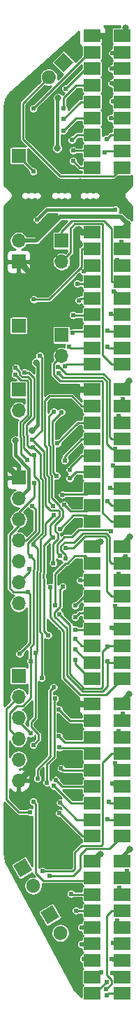
<source format=gtl>
%TF.GenerationSoftware,KiCad,Pcbnew,(5.1.9)-1*%
%TF.CreationDate,2021-11-25T09:31:56+01:00*%
%TF.ProjectId,connector,636f6e6e-6563-4746-9f72-2e6b69636164,rev?*%
%TF.SameCoordinates,Original*%
%TF.FileFunction,Copper,L1,Top*%
%TF.FilePolarity,Positive*%
%FSLAX46Y46*%
G04 Gerber Fmt 4.6, Leading zero omitted, Abs format (unit mm)*
G04 Created by KiCad (PCBNEW (5.1.9)-1) date 2021-11-25 09:31:56*
%MOMM*%
%LPD*%
G01*
G04 APERTURE LIST*
%TA.AperFunction,SMDPad,CuDef*%
%ADD10R,2.000000X1.500000*%
%TD*%
%TA.AperFunction,ComponentPad*%
%ADD11O,1.700000X1.700000*%
%TD*%
%TA.AperFunction,ComponentPad*%
%ADD12R,1.700000X1.700000*%
%TD*%
%TA.AperFunction,ComponentPad*%
%ADD13C,0.127000*%
%TD*%
%TA.AperFunction,ViaPad*%
%ADD14C,0.609600*%
%TD*%
%TA.AperFunction,ViaPad*%
%ADD15C,0.800000*%
%TD*%
%TA.AperFunction,Conductor*%
%ADD16C,0.250000*%
%TD*%
%TA.AperFunction,Conductor*%
%ADD17C,0.254000*%
%TD*%
%TA.AperFunction,Conductor*%
%ADD18C,0.500000*%
%TD*%
%TA.AperFunction,Conductor*%
%ADD19C,0.400000*%
%TD*%
%TA.AperFunction,Conductor*%
%ADD20C,0.750000*%
%TD*%
%TA.AperFunction,Conductor*%
%ADD21C,0.127000*%
%TD*%
G04 APERTURE END LIST*
D10*
%TO.P,J6,9*%
%TO.N,r3*%
X93309000Y-108965000D03*
%TO.P,J6,8*%
%TO.N,CLK*%
X93309000Y-106965000D03*
%TO.P,J6,7*%
%TO.N,D\u005CC*%
X93309000Y-104965000D03*
%TO.P,J6,6*%
%TO.N,SI*%
X93309000Y-102965000D03*
%TO.P,J6,5*%
%TO.N,RST*%
X93309000Y-100965000D03*
%TO.P,J6,4*%
%TO.N,LedIn3*%
X93309000Y-98965000D03*
%TO.P,J6,3*%
%TO.N,VBAT*%
X93309000Y-96965000D03*
%TO.P,J6,2*%
%TO.N,VDD_3V3*%
X93309000Y-94965000D03*
%TO.P,J6,1*%
%TO.N,VLED*%
X93309000Y-92965000D03*
%TD*%
D11*
%TO.P,J16,2*%
%TO.N,VLED*%
X80772000Y-55880000D03*
D12*
%TO.P,J16,1*%
%TO.N,GND*%
X80772000Y-58420000D03*
%TD*%
%TO.P,J26,2*%
%TO.N,r6*%
%TA.AperFunction,ComponentPad*%
G36*
G01*
X85037990Y-36687092D02*
X85037990Y-36687092D01*
G75*
G02*
X83835908Y-36687092I-601041J601041D01*
G01*
X83835908Y-36687092D01*
G75*
G02*
X83835908Y-35485010I601041J601041D01*
G01*
X83835908Y-35485010D01*
G75*
G02*
X85037990Y-35485010I601041J-601041D01*
G01*
X85037990Y-35485010D01*
G75*
G02*
X85037990Y-36687092I-601041J-601041D01*
G01*
G37*
%TD.AperFunction*%
%TA.AperFunction,ComponentPad*%
D13*
%TO.P,J26,1*%
%TO.N,LedIn6*%
G36*
X87435082Y-34290000D02*
G01*
X86233000Y-35492082D01*
X85030918Y-34290000D01*
X86233000Y-33087918D01*
X87435082Y-34290000D01*
G37*
%TD.AperFunction*%
%TD*%
D11*
%TO.P,J25,2*%
%TO.N,r5*%
X85979000Y-58420000D03*
D12*
%TO.P,J25,1*%
%TO.N,LedIn5*%
X85979000Y-55880000D03*
%TD*%
D11*
%TO.P,J24,2*%
%TO.N,r4*%
X85979000Y-69850000D03*
D12*
%TO.P,J24,1*%
%TO.N,LedIn4*%
X85979000Y-67310000D03*
%TD*%
D11*
%TO.P,J23,2*%
%TO.N,r3*%
X80772000Y-76454000D03*
D12*
%TO.P,J23,1*%
%TO.N,LedIn3*%
X80772000Y-73914000D03*
%TD*%
%TO.P,J22,2*%
%TO.N,r2*%
%TA.AperFunction,ComponentPad*%
G36*
G01*
X83286122Y-133600705D02*
X83286122Y-133600705D01*
G75*
G02*
X82975000Y-134761827I-736122J-425000D01*
G01*
X82975000Y-134761827D01*
G75*
G02*
X81813878Y-134450705I-425000J736122D01*
G01*
X81813878Y-134450705D01*
G75*
G02*
X82125000Y-133289583I736122J425000D01*
G01*
X82125000Y-133289583D01*
G75*
G02*
X83286122Y-133600705I425000J-736122D01*
G01*
G37*
%TD.AperFunction*%
%TA.AperFunction,ComponentPad*%
D13*
%TO.P,J22,1*%
%TO.N,LedIn2*%
G36*
X81591122Y-130664878D02*
G01*
X82441122Y-132137122D01*
X80968878Y-132987122D01*
X80118878Y-131514878D01*
X81591122Y-130664878D01*
G37*
%TD.AperFunction*%
%TD*%
%TO.P,J21,2*%
%TO.N,r1*%
%TA.AperFunction,ComponentPad*%
G36*
G01*
X86588122Y-139315705D02*
X86588122Y-139315705D01*
G75*
G02*
X86277000Y-140476827I-736122J-425000D01*
G01*
X86277000Y-140476827D01*
G75*
G02*
X85115878Y-140165705I-425000J736122D01*
G01*
X85115878Y-140165705D01*
G75*
G02*
X85427000Y-139004583I736122J425000D01*
G01*
X85427000Y-139004583D01*
G75*
G02*
X86588122Y-139315705I425000J-736122D01*
G01*
G37*
%TD.AperFunction*%
%TA.AperFunction,ComponentPad*%
%TO.P,J21,1*%
%TO.N,LedIn1*%
G36*
X84893122Y-136379878D02*
G01*
X85743122Y-137852122D01*
X84270878Y-138702122D01*
X83420878Y-137229878D01*
X84893122Y-136379878D01*
G37*
%TD.AperFunction*%
%TD*%
D12*
%TO.P,J17,1*%
%TO.N,SHIFTR_AOUT*%
X80772000Y-66167000D03*
%TD*%
%TO.P,J15,1*%
%TO.N,SHIFTR_OUT*%
X80772000Y-45593000D03*
%TD*%
D11*
%TO.P,J14,6*%
%TO.N,GND*%
X80772000Y-121285000D03*
%TO.P,J14,5*%
%TO.N,SHIFTR_CLK*%
X80772000Y-118745000D03*
%TO.P,J14,4*%
%TO.N,SHIFTR_RST*%
X80772000Y-116205000D03*
%TO.P,J14,3*%
%TO.N,SHIFTR_LATCH_CLK*%
X80772000Y-113665000D03*
%TO.P,J14,2*%
%TO.N,SHIFTR_DATA*%
X80772000Y-111125000D03*
D12*
%TO.P,J14,1*%
%TO.N,+3V3*%
X80772000Y-108585000D03*
%TD*%
D11*
%TO.P,J13,7*%
%TO.N,D\u005CC*%
X80772000Y-99822000D03*
%TO.P,J13,6*%
%TO.N,SI*%
X80772000Y-97282000D03*
%TO.P,J13,5*%
%TO.N,CLK*%
X80772000Y-94742000D03*
%TO.P,J13,4*%
%TO.N,RST*%
X80772000Y-92202000D03*
%TO.P,J13,3*%
%TO.N,VDD_3V3*%
X80772000Y-89662000D03*
%TO.P,J13,2*%
%TO.N,VBAT*%
X80772000Y-87122000D03*
D12*
%TO.P,J13,1*%
%TO.N,GND*%
X80772000Y-84582000D03*
%TD*%
D10*
%TO.P,J12,9*%
%TO.N,r6*%
X93309000Y-47052500D03*
%TO.P,J12,8*%
%TO.N,CLK*%
X93309000Y-45052500D03*
%TO.P,J12,7*%
%TO.N,D\u005CC*%
X93309000Y-43052500D03*
%TO.P,J12,6*%
%TO.N,SI*%
X93309000Y-41052500D03*
%TO.P,J12,5*%
%TO.N,RST*%
X93309000Y-39052500D03*
%TO.P,J12,4*%
%TO.N,LedIn6*%
X93309000Y-37052500D03*
%TO.P,J12,3*%
%TO.N,VBAT*%
X93309000Y-35052500D03*
%TO.P,J12,2*%
%TO.N,VDD_3V3*%
X93309000Y-33052500D03*
%TO.P,J12,1*%
%TO.N,VLED*%
X93309000Y-31052500D03*
%TD*%
%TO.P,J11,9*%
%TO.N,48*%
X89709000Y-47052500D03*
%TO.P,J11,8*%
%TO.N,47*%
X89709000Y-45052500D03*
%TO.P,J11,7*%
%TO.N,46*%
X89709000Y-43052500D03*
%TO.P,J11,6*%
%TO.N,45*%
X89709000Y-41052500D03*
%TO.P,J11,5*%
%TO.N,44*%
X89709000Y-39052500D03*
%TO.P,J11,4*%
%TO.N,43*%
X89709000Y-37052500D03*
%TO.P,J11,3*%
%TO.N,42*%
X89709000Y-35052500D03*
%TO.P,J11,2*%
%TO.N,41*%
X89709000Y-33052500D03*
%TO.P,J11,1*%
%TO.N,GND*%
X89709000Y-31052500D03*
%TD*%
%TO.P,J10,9*%
%TO.N,r5*%
X93309000Y-70865000D03*
%TO.P,J10,8*%
%TO.N,CLK*%
X93309000Y-68865000D03*
%TO.P,J10,7*%
%TO.N,D\u005CC*%
X93309000Y-66865000D03*
%TO.P,J10,6*%
%TO.N,SI*%
X93309000Y-64865000D03*
%TO.P,J10,5*%
%TO.N,RST*%
X93309000Y-62865000D03*
%TO.P,J10,4*%
%TO.N,LedIn5*%
X93309000Y-60865000D03*
%TO.P,J10,3*%
%TO.N,VBAT*%
X93309000Y-58865000D03*
%TO.P,J10,2*%
%TO.N,VDD_3V3*%
X93309000Y-56865000D03*
%TO.P,J10,1*%
%TO.N,VLED*%
X93309000Y-54865000D03*
%TD*%
%TO.P,J9,9*%
%TO.N,40*%
X89709000Y-70865000D03*
%TO.P,J9,8*%
%TO.N,39*%
X89709000Y-68865000D03*
%TO.P,J9,7*%
%TO.N,38*%
X89709000Y-66865000D03*
%TO.P,J9,6*%
%TO.N,37*%
X89709000Y-64865000D03*
%TO.P,J9,5*%
%TO.N,36*%
X89709000Y-62865000D03*
%TO.P,J9,4*%
%TO.N,35*%
X89709000Y-60865000D03*
%TO.P,J9,3*%
%TO.N,34*%
X89709000Y-58865000D03*
%TO.P,J9,2*%
%TO.N,33*%
X89709000Y-56865000D03*
%TO.P,J9,1*%
%TO.N,GND*%
X89709000Y-54865000D03*
%TD*%
%TO.P,J8,9*%
%TO.N,r4*%
X93309000Y-89915000D03*
%TO.P,J8,8*%
%TO.N,CLK*%
X93309000Y-87915000D03*
%TO.P,J8,7*%
%TO.N,D\u005CC*%
X93309000Y-85915000D03*
%TO.P,J8,6*%
%TO.N,SI*%
X93309000Y-83915000D03*
%TO.P,J8,5*%
%TO.N,RST*%
X93309000Y-81915000D03*
%TO.P,J8,4*%
%TO.N,LedIn4*%
X93309000Y-79915000D03*
%TO.P,J8,3*%
%TO.N,VBAT*%
X93309000Y-77915000D03*
%TO.P,J8,2*%
%TO.N,VDD_3V3*%
X93309000Y-75915000D03*
%TO.P,J8,1*%
%TO.N,VLED*%
X93309000Y-73915000D03*
%TD*%
%TO.P,J7,9*%
%TO.N,32*%
X89709000Y-89915000D03*
%TO.P,J7,8*%
%TO.N,31*%
X89709000Y-87915000D03*
%TO.P,J7,7*%
%TO.N,30*%
X89709000Y-85915000D03*
%TO.P,J7,6*%
%TO.N,29*%
X89709000Y-83915000D03*
%TO.P,J7,5*%
%TO.N,28*%
X89709000Y-81915000D03*
%TO.P,J7,4*%
%TO.N,27*%
X89709000Y-79915000D03*
%TO.P,J7,3*%
%TO.N,26*%
X89709000Y-77915000D03*
%TO.P,J7,2*%
%TO.N,25*%
X89709000Y-75915000D03*
%TO.P,J7,1*%
%TO.N,GND*%
X89709000Y-73915000D03*
%TD*%
%TO.P,J5,9*%
%TO.N,24*%
X89709000Y-108965000D03*
%TO.P,J5,8*%
%TO.N,23*%
X89709000Y-106965000D03*
%TO.P,J5,7*%
%TO.N,22*%
X89709000Y-104965000D03*
%TO.P,J5,6*%
%TO.N,21*%
X89709000Y-102965000D03*
%TO.P,J5,5*%
%TO.N,20*%
X89709000Y-100965000D03*
%TO.P,J5,4*%
%TO.N,19*%
X89709000Y-98965000D03*
%TO.P,J5,3*%
%TO.N,18*%
X89709000Y-96965000D03*
%TO.P,J5,2*%
%TO.N,17*%
X89709000Y-94965000D03*
%TO.P,J5,1*%
%TO.N,GND*%
X89709000Y-92965000D03*
%TD*%
%TO.P,J4,9*%
%TO.N,r2*%
X93309000Y-128015000D03*
%TO.P,J4,8*%
%TO.N,CLK*%
X93309000Y-126015000D03*
%TO.P,J4,7*%
%TO.N,D\u005CC*%
X93309000Y-124015000D03*
%TO.P,J4,6*%
%TO.N,SI*%
X93309000Y-122015000D03*
%TO.P,J4,5*%
%TO.N,RST*%
X93309000Y-120015000D03*
%TO.P,J4,4*%
%TO.N,LedIn2*%
X93309000Y-118015000D03*
%TO.P,J4,3*%
%TO.N,VBAT*%
X93309000Y-116015000D03*
%TO.P,J4,2*%
%TO.N,VDD_3V3*%
X93309000Y-114015000D03*
%TO.P,J4,1*%
%TO.N,VLED*%
X93309000Y-112015000D03*
%TD*%
%TO.P,J3,9*%
%TO.N,16*%
X89709000Y-128015000D03*
%TO.P,J3,8*%
%TO.N,15*%
X89709000Y-126015000D03*
%TO.P,J3,7*%
%TO.N,14*%
X89709000Y-124015000D03*
%TO.P,J3,6*%
%TO.N,13*%
X89709000Y-122015000D03*
%TO.P,J3,5*%
%TO.N,12*%
X89709000Y-120015000D03*
%TO.P,J3,4*%
%TO.N,11*%
X89709000Y-118015000D03*
%TO.P,J3,3*%
%TO.N,10*%
X89709000Y-116015000D03*
%TO.P,J3,2*%
%TO.N,9*%
X89709000Y-114015000D03*
%TO.P,J3,1*%
%TO.N,GND*%
X89709000Y-112015000D03*
%TD*%
%TO.P,J2,9*%
%TO.N,r1*%
X93309000Y-147065000D03*
%TO.P,J2,8*%
%TO.N,CLK*%
X93309000Y-145065000D03*
%TO.P,J2,7*%
%TO.N,D\u005CC*%
X93309000Y-143065000D03*
%TO.P,J2,6*%
%TO.N,SI*%
X93309000Y-141065000D03*
%TO.P,J2,5*%
%TO.N,RST*%
X93309000Y-139065000D03*
%TO.P,J2,4*%
%TO.N,LedIn1*%
X93309000Y-137065000D03*
%TO.P,J2,3*%
%TO.N,VBAT*%
X93309000Y-135065000D03*
%TO.P,J2,2*%
%TO.N,VDD_3V3*%
X93309000Y-133065000D03*
%TO.P,J2,1*%
%TO.N,VLED*%
X93309000Y-131065000D03*
%TD*%
%TO.P,J1,9*%
%TO.N,8*%
X89709000Y-147065000D03*
%TO.P,J1,8*%
%TO.N,7*%
X89709000Y-145065000D03*
%TO.P,J1,7*%
%TO.N,6*%
X89709000Y-143065000D03*
%TO.P,J1,6*%
%TO.N,5*%
X89709000Y-141065000D03*
%TO.P,J1,5*%
%TO.N,4*%
X89709000Y-139065000D03*
%TO.P,J1,4*%
%TO.N,3*%
X89709000Y-137065000D03*
%TO.P,J1,3*%
%TO.N,2*%
X89709000Y-135065000D03*
%TO.P,J1,2*%
%TO.N,1*%
X89709000Y-133065000D03*
%TO.P,J1,1*%
%TO.N,GND*%
X89709000Y-131065000D03*
%TD*%
D14*
%TO.N,48*%
X87376000Y-46228000D03*
%TO.N,47*%
X87376000Y-44958000D03*
%TO.N,46*%
X87249000Y-43688000D03*
%TO.N,45*%
X86233000Y-42545000D03*
%TO.N,41*%
X82550000Y-39878000D03*
%TO.N,42*%
X86487000Y-37465000D03*
%TO.N,43*%
X86233000Y-39878000D03*
%TO.N,44*%
X86233000Y-41148000D03*
%TO.N,CLK*%
X91202135Y-45212000D03*
X92182612Y-144556448D03*
X86106000Y-97790000D03*
X91559134Y-87440447D03*
X91527813Y-106807000D03*
X91527811Y-125984000D03*
X91523803Y-68749210D03*
%TO.N,D\u005CC*%
X92075000Y-142875000D03*
X91440000Y-43561000D03*
X91747810Y-123828011D03*
X91560746Y-66802000D03*
X91925610Y-85852516D03*
X91586569Y-105008529D03*
X85725190Y-101117400D03*
D15*
%TO.N,VLED*%
X93726000Y-30082500D03*
X94013931Y-53804889D03*
X94146916Y-72837493D03*
X94179810Y-110770635D03*
X94288588Y-129616200D03*
X94281410Y-91715046D03*
D14*
%TO.N,SI*%
X92131821Y-121666000D03*
X92258821Y-140970000D03*
X91970157Y-41021000D03*
X92015506Y-91108337D03*
X91944757Y-64770000D03*
X92072204Y-102759728D03*
X92200490Y-83127999D03*
X82072761Y-95633784D03*
X85770234Y-94044065D03*
%TO.N,VDD_3V3*%
X93456854Y-75099840D03*
X80899000Y-105918000D03*
X81915000Y-98425000D03*
X92147486Y-33170322D03*
X93396790Y-113199803D03*
X82702210Y-85250351D03*
X93240020Y-56062033D03*
X93929200Y-132249814D03*
X93751400Y-94149802D03*
X86436986Y-94405210D03*
%TO.N,VBAT*%
X92075000Y-35052000D03*
X92899843Y-96236979D03*
X92899843Y-115286978D03*
X92872044Y-77124044D03*
D15*
X80366970Y-80105212D03*
D14*
X92758779Y-58195022D03*
X83002013Y-53327469D03*
X92525729Y-52127270D03*
X92989400Y-134249818D03*
%TO.N,RST*%
X92202000Y-38989000D03*
X92515832Y-119199802D03*
X92515832Y-100149802D03*
X82436811Y-88013373D03*
X85374163Y-84349373D03*
X85970149Y-76660443D03*
X85615669Y-71917785D03*
X92328768Y-62049802D03*
X92710000Y-138249818D03*
X92469119Y-81113557D03*
%TO.N,40*%
X86418440Y-71100360D03*
%TO.N,39*%
X86904202Y-68707000D03*
%TO.N,38*%
X87325179Y-67056000D03*
%TO.N,37*%
X87376000Y-64897000D03*
%TO.N,33*%
X82606208Y-62995821D03*
%TO.N,34*%
X88657449Y-59581243D03*
%TO.N,35*%
X87884000Y-61087000D03*
%TO.N,36*%
X88086190Y-63119000D03*
%TO.N,32*%
X85770419Y-90791156D03*
%TO.N,31*%
X86285159Y-87873231D03*
%TO.N,30*%
X86085779Y-86666239D03*
%TO.N,29*%
X86994810Y-84679103D03*
%TO.N,25*%
X84963000Y-88011000D03*
%TO.N,26*%
X85500803Y-80406036D03*
%TO.N,27*%
X86382706Y-82506784D03*
%TO.N,28*%
X86994810Y-83633388D03*
%TO.N,24*%
X87630000Y-106680000D03*
%TO.N,23*%
X87630000Y-105410000D03*
%TO.N,22*%
X87630000Y-104140000D03*
%TO.N,21*%
X87630000Y-102997000D03*
%TO.N,17*%
X85171320Y-100038360D03*
%TO.N,18*%
X88265000Y-97028000D03*
%TO.N,19*%
X87630000Y-100076000D03*
%TO.N,20*%
X87630000Y-101473000D03*
%TO.N,r3*%
X84582000Y-97865190D03*
%TO.N,16*%
X85725000Y-125222000D03*
%TO.N,15*%
X85817254Y-123961346D03*
%TO.N,14*%
X85016933Y-121899980D03*
%TO.N,13*%
X85294655Y-121214490D03*
%TO.N,9*%
X85649810Y-112649002D03*
%TO.N,10*%
X85649810Y-115915956D03*
%TO.N,11*%
X85739806Y-117256255D03*
%TO.N,12*%
X85926052Y-119791401D03*
%TO.N,r2*%
X84555200Y-132819610D03*
%TO.N,8*%
X91456260Y-145652740D03*
%TO.N,7*%
X90805000Y-144526000D03*
%TO.N,6*%
X88662260Y-142858740D03*
%TO.N,5*%
X88392000Y-141097000D03*
%TO.N,1*%
X82549990Y-123825000D03*
%TO.N,2*%
X87122000Y-135001000D03*
%TO.N,3*%
X87757000Y-137033000D03*
%TO.N,4*%
X88392000Y-139065000D03*
%TO.N,r1*%
X91440000Y-147320000D03*
%TO.N,SHIFTR_CLK*%
X82550000Y-116967000D03*
X82804000Y-105788748D03*
X82603810Y-92710000D03*
X82531510Y-80910202D03*
X81490842Y-71822199D03*
%TO.N,SHIFTR_RST*%
X82242190Y-106807000D03*
X82242190Y-94107000D03*
X82692014Y-81830214D03*
X80415073Y-71292181D03*
%TO.N,SHIFTR_LATCH_CLK*%
X84962596Y-91820596D03*
X82423000Y-80010000D03*
X82262485Y-115572714D03*
X84351036Y-103679810D03*
X83336665Y-69800011D03*
%TO.N,SHIFTR_DATA*%
X82169000Y-125095000D03*
%TO.N,+3V3*%
X84201000Y-121539000D03*
X85168346Y-111330346D03*
D15*
X85453979Y-44704000D03*
X85577990Y-38608000D03*
X82434394Y-78924766D03*
X82901854Y-70633107D03*
D14*
%TO.N,SHIFTR_OUT*%
X82550000Y-47498000D03*
D15*
%TO.N,GND*%
X90750310Y-130200021D03*
D14*
X82922746Y-114513226D03*
D15*
X86839500Y-110645500D03*
D14*
X85116719Y-102926411D03*
D15*
X90750927Y-92343033D03*
X88094818Y-54515009D03*
X91180903Y-38043791D03*
D14*
X82753200Y-48564800D03*
X82042000Y-42418000D03*
X85602969Y-78735031D03*
X86487000Y-80772000D03*
X85598000Y-81788000D03*
X79451200Y-68300600D03*
X79502000Y-106172000D03*
X81661000Y-109982000D03*
X80391000Y-123444000D03*
X80391000Y-126873000D03*
X79883000Y-129794000D03*
X87630000Y-145288000D03*
X86106000Y-141732000D03*
X85090000Y-135001000D03*
X87249000Y-32258000D03*
X79883000Y-39370000D03*
X80645000Y-53721000D03*
X87139700Y-122699700D03*
X87274400Y-115214400D03*
X82194400Y-118668800D03*
X88265000Y-141986000D03*
X87985600Y-37668200D03*
X82067400Y-112598200D03*
X81788000Y-52070000D03*
X79629000Y-52451000D03*
X79248000Y-98425000D03*
X83134200Y-61366400D03*
X87122000Y-100761800D03*
X84201000Y-70789800D03*
X87274400Y-90424000D03*
X86207600Y-85725000D03*
X86283800Y-96037400D03*
X84328000Y-96494600D03*
X82194400Y-126339600D03*
X85293200Y-124485400D03*
X88074500Y-121373900D03*
X81813400Y-91008200D03*
X79883000Y-47244000D03*
D15*
X91262200Y-32054800D03*
X88230663Y-48733663D03*
D14*
%TO.N,LedIn1*%
X91420784Y-146574657D03*
%TO.N,LedIn2*%
X83667600Y-132257800D03*
%TO.N,LedIn3*%
X86476086Y-93123931D03*
%TO.N,LedIn4*%
X85587940Y-71178693D03*
%TO.N,LedIn6*%
X92075000Y-36830000D03*
%TO.N,Net-(U2-Pad9)*%
X83058000Y-121031000D03*
X85021006Y-109972252D03*
%TO.N,Net-(U3-Pad9)*%
X83566000Y-108839000D03*
X85033697Y-89130612D03*
%TO.N,Net-(U4-Pad9)*%
X85029683Y-76585028D03*
X84969244Y-94931836D03*
%TO.N,SHIFTR_AOUT*%
X81796380Y-82414620D03*
X80367722Y-72115372D03*
%TD*%
D16*
%TO.N,48*%
X88200500Y-47052500D02*
X87376000Y-46228000D01*
X89709000Y-47052500D02*
X88200500Y-47052500D01*
%TO.N,47*%
X89614500Y-44958000D02*
X89709000Y-45052500D01*
X87376000Y-44958000D02*
X89614500Y-44958000D01*
%TO.N,46*%
X87884500Y-43052500D02*
X87249000Y-43688000D01*
X89709000Y-43052500D02*
X87884500Y-43052500D01*
%TO.N,45*%
X87725500Y-41052500D02*
X86233000Y-42545000D01*
X89709000Y-41052500D02*
X87725500Y-41052500D01*
%TO.N,41*%
X89375500Y-33052500D02*
X82550000Y-39878000D01*
X89709000Y-33052500D02*
X89375500Y-33052500D01*
%TO.N,42*%
X88899500Y-35052500D02*
X86487000Y-37465000D01*
X89709000Y-35052500D02*
X88899500Y-35052500D01*
%TO.N,43*%
X89709000Y-37052500D02*
X87788500Y-37052500D01*
X86233000Y-38608000D02*
X86233000Y-39878000D01*
X87788500Y-37052500D02*
X86233000Y-38608000D01*
%TO.N,44*%
X88328500Y-39052500D02*
X86233000Y-41148000D01*
X89709000Y-39052500D02*
X88328500Y-39052500D01*
%TO.N,r6*%
X92303999Y-48057501D02*
X85776501Y-48057501D01*
X93309000Y-47052500D02*
X92303999Y-48057501D01*
X85776501Y-48057501D02*
X81280000Y-43561000D01*
X81280000Y-39243000D02*
X84436949Y-36086051D01*
X81280000Y-43561000D02*
X81280000Y-39243000D01*
D17*
%TO.N,CLK*%
X91361635Y-45052500D02*
X91202135Y-45212000D01*
X93309000Y-45052500D02*
X91361635Y-45052500D01*
X93309000Y-145065000D02*
X92691164Y-145065000D01*
X92691164Y-145065000D02*
X92182612Y-144556448D01*
X93309000Y-87915000D02*
X92033687Y-87915000D01*
X92033687Y-87915000D02*
X91559134Y-87440447D01*
X93309000Y-106965000D02*
X91685813Y-106965000D01*
X91685813Y-106965000D02*
X91527813Y-106807000D01*
X93309000Y-126015000D02*
X91558811Y-126015000D01*
X91558811Y-126015000D02*
X91527811Y-125984000D01*
X93309000Y-68865000D02*
X91639593Y-68865000D01*
X91639593Y-68865000D02*
X91523803Y-68749210D01*
X91527813Y-109901862D02*
X91527813Y-106807000D01*
X90936664Y-110493011D02*
X91527813Y-109901862D01*
X85137799Y-100866401D02*
X85137799Y-101412465D01*
X86610021Y-102884687D02*
X86610021Y-108548775D01*
X86610021Y-108548775D02*
X88554257Y-110493011D01*
X85801200Y-100203000D02*
X85137799Y-100866401D01*
X85137799Y-101412465D02*
X86610021Y-102884687D01*
X88554257Y-110493011D02*
X90936664Y-110493011D01*
D16*
X86106000Y-97815400D02*
X86106000Y-97790000D01*
X85801200Y-98120200D02*
X86106000Y-97815400D01*
X85801200Y-100203000D02*
X85801200Y-98120200D01*
D17*
%TO.N,D\u005CC*%
X92265000Y-143065000D02*
X92075000Y-142875000D01*
X93309000Y-143065000D02*
X92265000Y-143065000D01*
X91948500Y-43052500D02*
X93309000Y-43052500D01*
X91440000Y-43561000D02*
X91948500Y-43052500D01*
X93309000Y-124015000D02*
X91934799Y-124015000D01*
X91934799Y-124015000D02*
X91747810Y-123828011D01*
X93309000Y-66865000D02*
X91623746Y-66865000D01*
X91623746Y-66865000D02*
X91560746Y-66802000D01*
X93309000Y-85915000D02*
X91988094Y-85915000D01*
X91988094Y-85915000D02*
X91925610Y-85852516D01*
X93309000Y-104965000D02*
X91630098Y-104965000D01*
X91630098Y-104965000D02*
X91586569Y-105008529D01*
X86994032Y-108389713D02*
X86994032Y-102386242D01*
X90777602Y-110109000D02*
X88713319Y-110109000D01*
X86994032Y-102386242D02*
X85725190Y-101117400D01*
X91586569Y-105008529D02*
X90966001Y-105629097D01*
X90966001Y-105629097D02*
X90966001Y-109920601D01*
X88713319Y-110109000D02*
X86994032Y-108389713D01*
X90966001Y-109920601D02*
X90777602Y-110109000D01*
D18*
%TO.N,VLED*%
X93726000Y-30635500D02*
X93309000Y-31052500D01*
X93726000Y-30082500D02*
X93726000Y-30635500D01*
X93309000Y-54509820D02*
X94013931Y-53804889D01*
X93309000Y-54865000D02*
X93309000Y-54509820D01*
X93184019Y-52974977D02*
X85836023Y-52974977D01*
X94013931Y-53804889D02*
X93184019Y-52974977D01*
X82931000Y-55880000D02*
X80772000Y-55880000D01*
X85836023Y-52974977D02*
X82931000Y-55880000D01*
X93309000Y-73675409D02*
X94146916Y-72837493D01*
X93309000Y-73915000D02*
X93309000Y-73675409D01*
X93309000Y-112015000D02*
X93309000Y-111641445D01*
X93309000Y-111641445D02*
X94179810Y-110770635D01*
X93309000Y-131065000D02*
X93309000Y-130595788D01*
X93309000Y-130595788D02*
X94288588Y-129616200D01*
X93309000Y-92965000D02*
X93309000Y-92687456D01*
X93309000Y-92687456D02*
X94281410Y-91715046D01*
D17*
%TO.N,SI*%
X92480821Y-122015000D02*
X92131821Y-121666000D01*
X93309000Y-122015000D02*
X92480821Y-122015000D01*
X93309000Y-141065000D02*
X92353821Y-141065000D01*
X92353821Y-141065000D02*
X92258821Y-140970000D01*
X92001657Y-41052500D02*
X91970157Y-41021000D01*
X93309000Y-41052500D02*
X92001657Y-41052500D01*
X93309000Y-64865000D02*
X92039757Y-64865000D01*
X92039757Y-64865000D02*
X91944757Y-64770000D01*
X93309000Y-102965000D02*
X92277476Y-102965000D01*
X92277476Y-102965000D02*
X92072204Y-102759728D01*
X93309000Y-83915000D02*
X92987491Y-83915000D01*
X92987491Y-83915000D02*
X92200490Y-83127999D01*
X82072761Y-95981239D02*
X82072761Y-95633784D01*
X80772000Y-97282000D02*
X82072761Y-95981239D01*
X85465435Y-92649693D02*
X85465435Y-93739266D01*
X87199494Y-91768906D02*
X86346222Y-91768906D01*
X86346222Y-91768906D02*
X85465435Y-92649693D01*
X91829170Y-90922001D02*
X88046399Y-90922001D01*
X88046399Y-90922001D02*
X87199494Y-91768906D01*
X92015506Y-91108337D02*
X91829170Y-90922001D01*
X85465435Y-93739266D02*
X85770234Y-94044065D01*
%TO.N,VDD_3V3*%
X93309000Y-75915000D02*
X93309000Y-75247694D01*
X93309000Y-75247694D02*
X93456854Y-75099840D01*
X93191178Y-33170322D02*
X92147486Y-33170322D01*
X93309000Y-33052500D02*
X93191178Y-33170322D01*
X93309000Y-94965000D02*
X93309000Y-94288432D01*
X93309000Y-94288432D02*
X93447590Y-94149842D01*
X93309000Y-114015000D02*
X93309000Y-113287593D01*
X93309000Y-113287593D02*
X93396790Y-113199803D01*
D16*
X80137000Y-98425000D02*
X81915000Y-98425000D01*
X79666999Y-91529001D02*
X79666999Y-97954999D01*
X79666999Y-97954999D02*
X80137000Y-98425000D01*
X80772000Y-90424000D02*
X79666999Y-91529001D01*
X80772000Y-89662000D02*
X80772000Y-90424000D01*
X82702210Y-86898558D02*
X82702210Y-85250351D01*
X80772000Y-88828768D02*
X82702210Y-86898558D01*
X80772000Y-89662000D02*
X80772000Y-88828768D01*
D17*
X93309000Y-56865000D02*
X93309000Y-56131013D01*
X93309000Y-56131013D02*
X93240020Y-56062033D01*
X93309000Y-133065000D02*
X93309000Y-132870014D01*
X93309000Y-132870014D02*
X93929200Y-132249814D01*
X93751360Y-94149842D02*
X93751400Y-94149802D01*
X93447590Y-94149842D02*
X93751360Y-94149842D01*
D16*
X82169000Y-98679000D02*
X81915000Y-98425000D01*
X82169000Y-104648000D02*
X82169000Y-98679000D01*
X80899000Y-105918000D02*
X82169000Y-104648000D01*
D17*
X88576788Y-91306012D02*
X87480299Y-92402501D01*
X91418661Y-91306012D02*
X88576788Y-91306012D01*
X93309000Y-94965000D02*
X92055000Y-94965000D01*
X92055000Y-94965000D02*
X91842013Y-94752013D01*
X91842013Y-91729364D02*
X91418661Y-91306012D01*
X87480299Y-92402501D02*
X86366050Y-92402501D01*
X86366050Y-92402501D02*
X85914285Y-92854266D01*
X85914285Y-93393596D02*
X86436986Y-93916297D01*
X91842013Y-94752013D02*
X91842013Y-91729364D01*
X85914285Y-92854266D02*
X85914285Y-93393596D01*
X86436986Y-93916297D02*
X86436986Y-94405210D01*
D19*
%TO.N,VBAT*%
X93308500Y-35052000D02*
X93309000Y-35052500D01*
X92075000Y-35052000D02*
X93308500Y-35052000D01*
X93309000Y-96646136D02*
X92899843Y-96236979D01*
X93309000Y-96965000D02*
X93309000Y-96646136D01*
X93309000Y-115696135D02*
X92899843Y-115286978D01*
X93309000Y-116015000D02*
X93309000Y-115696135D01*
X93309000Y-77915000D02*
X93309000Y-77561000D01*
X93309000Y-77561000D02*
X92872044Y-77124044D01*
X93309000Y-58745243D02*
X92758779Y-58195022D01*
X93309000Y-58865000D02*
X93309000Y-58745243D01*
X92989400Y-134745400D02*
X92989400Y-134249818D01*
X93309000Y-135065000D02*
X92989400Y-134745400D01*
X82016600Y-83532598D02*
X80366970Y-81882968D01*
X80366970Y-81882968D02*
X80366970Y-80105212D01*
X82016600Y-85877400D02*
X82016600Y-83532598D01*
X80772000Y-87122000D02*
X82016600Y-85877400D01*
X84202212Y-52127270D02*
X92525729Y-52127270D01*
X83002013Y-53327469D02*
X84202212Y-52127270D01*
D17*
%TO.N,RST*%
X93245500Y-38989000D02*
X93309000Y-39052500D01*
X92202000Y-38989000D02*
X93245500Y-38989000D01*
X93309000Y-100965000D02*
X92515832Y-100171832D01*
X92515832Y-100171832D02*
X92515832Y-100149802D01*
X92515832Y-119221832D02*
X93309000Y-120015000D01*
X92515832Y-119199802D02*
X92515832Y-119221832D01*
X85374163Y-84349373D02*
X84962033Y-83937243D01*
X84862377Y-77768215D02*
X85970149Y-76660443D01*
X84962033Y-80565280D02*
X84862377Y-80465624D01*
X84862377Y-80465624D02*
X84862377Y-77768215D01*
X84962033Y-83937243D02*
X84962033Y-80565280D01*
X93309000Y-62865000D02*
X92493802Y-62049802D01*
X92493802Y-62049802D02*
X92328768Y-62049802D01*
X93309000Y-139065000D02*
X92710000Y-138466000D01*
X92710000Y-138466000D02*
X92710000Y-138249818D01*
X85615669Y-71917785D02*
X86140397Y-72442513D01*
X93309000Y-81915000D02*
X92507557Y-81113557D01*
X92507557Y-81113557D02*
X92469119Y-81113557D01*
X86140397Y-72442513D02*
X90985760Y-72442513D01*
X91438989Y-72895742D02*
X91438989Y-80514479D01*
X91438989Y-80514479D02*
X92038067Y-81113557D01*
X90985760Y-72442513D02*
X91438989Y-72895742D01*
X92038067Y-81113557D02*
X92469119Y-81113557D01*
D16*
X82804000Y-88380562D02*
X82436811Y-88013373D01*
X82804000Y-91084400D02*
X82804000Y-88380562D01*
X81686400Y-92202000D02*
X82804000Y-91084400D01*
X80772000Y-92202000D02*
X81686400Y-92202000D01*
%TO.N,40*%
X89709000Y-70865000D02*
X86653800Y-70865000D01*
X86653800Y-70865000D02*
X86418440Y-71100360D01*
%TO.N,39*%
X87062202Y-68865000D02*
X86904202Y-68707000D01*
X89709000Y-68865000D02*
X87062202Y-68865000D01*
%TO.N,38*%
X87516179Y-66865000D02*
X87325179Y-67056000D01*
X89709000Y-66865000D02*
X87516179Y-66865000D01*
%TO.N,37*%
X89677000Y-64897000D02*
X89709000Y-64865000D01*
X87376000Y-64897000D02*
X89677000Y-64897000D01*
%TO.N,33*%
X88459000Y-56865000D02*
X88412411Y-56911589D01*
X89709000Y-56865000D02*
X88459000Y-56865000D01*
X88412411Y-59034589D02*
X84451179Y-62995821D01*
X88412411Y-56911589D02*
X88412411Y-59034589D01*
X84451179Y-62995821D02*
X82606208Y-62995821D01*
%TO.N,34*%
X89373692Y-58865000D02*
X88657449Y-59581243D01*
X89709000Y-58865000D02*
X89373692Y-58865000D01*
%TO.N,35*%
X89487000Y-61087000D02*
X89709000Y-60865000D01*
X87884000Y-61087000D02*
X89487000Y-61087000D01*
%TO.N,36*%
X89709000Y-62865000D02*
X88340190Y-62865000D01*
X88340190Y-62865000D02*
X88086190Y-63119000D01*
%TO.N,r5*%
X87084001Y-54393999D02*
X87084001Y-57314999D01*
X90964001Y-53880001D02*
X90943999Y-53859999D01*
X87618001Y-53859999D02*
X87084001Y-54393999D01*
X93309000Y-70865000D02*
X92059000Y-70865000D01*
X92059000Y-70865000D02*
X90964001Y-69770001D01*
X90943999Y-53859999D02*
X87618001Y-53859999D01*
X87084001Y-57314999D02*
X85979000Y-58420000D01*
X90964001Y-69770001D02*
X90964001Y-53880001D01*
%TO.N,32*%
X89709000Y-89915000D02*
X88948000Y-89154000D01*
X87407575Y-89154000D02*
X85770419Y-90791156D01*
X88948000Y-89154000D02*
X87407575Y-89154000D01*
%TO.N,31*%
X87057928Y-88646000D02*
X86285159Y-87873231D01*
X88978000Y-88646000D02*
X87057928Y-88646000D01*
X89709000Y-87915000D02*
X88978000Y-88646000D01*
%TO.N,30*%
X86163418Y-86588600D02*
X86085779Y-86666239D01*
X89035400Y-86588600D02*
X86163418Y-86588600D01*
X89709000Y-85915000D02*
X89035400Y-86588600D01*
%TO.N,29*%
X87758913Y-83915000D02*
X86994810Y-84679103D01*
X89709000Y-83915000D02*
X87758913Y-83915000D01*
%TO.N,25*%
X84551594Y-74676990D02*
X83946010Y-75282574D01*
X87220990Y-74676990D02*
X84551594Y-74676990D01*
X83946010Y-75282574D02*
X83946010Y-80626918D01*
X84410045Y-87458045D02*
X84963000Y-88011000D01*
X88459000Y-75915000D02*
X87220990Y-74676990D01*
X89709000Y-75915000D02*
X88459000Y-75915000D01*
X83946010Y-80626918D02*
X84200011Y-80880919D01*
X84200011Y-80880919D02*
X84200012Y-84295951D01*
X84410045Y-84505984D02*
X84410045Y-87458045D01*
X84200012Y-84295951D02*
X84410045Y-84505984D01*
%TO.N,26*%
X89709000Y-77915000D02*
X87991839Y-77915000D01*
X87991839Y-77915000D02*
X85500803Y-80406036D01*
%TO.N,27*%
X88459000Y-79915000D02*
X86382706Y-81991294D01*
X86382706Y-81991294D02*
X86382706Y-82506784D01*
X89709000Y-79915000D02*
X88459000Y-79915000D01*
%TO.N,28*%
X86994810Y-83379190D02*
X86994810Y-83633388D01*
X89709000Y-81915000D02*
X88459000Y-81915000D01*
X88459000Y-81915000D02*
X86994810Y-83379190D01*
%TO.N,r4*%
X85028139Y-71335569D02*
X85034210Y-71341640D01*
X90999324Y-72996322D02*
X90999324Y-88855324D01*
X85034210Y-71341640D02*
X85034210Y-72128018D01*
X85034210Y-72128018D02*
X85763304Y-72857112D01*
X85979000Y-69850000D02*
X85028139Y-70800861D01*
X90999324Y-88855324D02*
X92059000Y-89915000D01*
X90860114Y-72857112D02*
X90999324Y-72996322D01*
X85763304Y-72857112D02*
X90860114Y-72857112D01*
X85028139Y-70800861D02*
X85028139Y-71335569D01*
X92059000Y-89915000D02*
X93309000Y-89915000D01*
%TO.N,24*%
X89709000Y-108965000D02*
X89459000Y-108965000D01*
X89459000Y-108965000D02*
X87630000Y-107136000D01*
X87630000Y-107136000D02*
X87630000Y-106680000D01*
%TO.N,23*%
X89185000Y-106965000D02*
X89709000Y-106965000D01*
X87630000Y-105410000D02*
X89185000Y-106965000D01*
%TO.N,22*%
X88455000Y-104965000D02*
X87630000Y-104140000D01*
X89709000Y-104965000D02*
X88455000Y-104965000D01*
%TO.N,21*%
X89677000Y-102997000D02*
X89709000Y-102965000D01*
X87630000Y-102997000D02*
X89677000Y-102997000D01*
%TO.N,17*%
X88825600Y-94081600D02*
X89709000Y-94965000D01*
X87579200Y-94081600D02*
X88825600Y-94081600D01*
X86695800Y-94965000D02*
X87579200Y-94081600D01*
X86441800Y-94965000D02*
X86695800Y-94965000D01*
X85171320Y-96235480D02*
X86441800Y-94965000D01*
X85171320Y-100038360D02*
X85171320Y-96235480D01*
%TO.N,18*%
X88328000Y-96965000D02*
X88265000Y-97028000D01*
X89709000Y-96965000D02*
X88328000Y-96965000D01*
%TO.N,19*%
X88741000Y-98965000D02*
X87630000Y-100076000D01*
X89709000Y-98965000D02*
X88741000Y-98965000D01*
%TO.N,20*%
X88138000Y-100965000D02*
X87630000Y-101473000D01*
X89709000Y-100965000D02*
X88138000Y-100965000D01*
%TO.N,r3*%
X84582000Y-101500722D02*
X84582000Y-97865190D01*
X86228010Y-103146732D02*
X84582000Y-101500722D01*
X86228010Y-108882840D02*
X86228010Y-103146732D01*
X88220192Y-110875022D02*
X86228010Y-108882840D01*
X91398978Y-110875022D02*
X88220192Y-110875022D01*
X93309000Y-108965000D02*
X91398978Y-110875022D01*
%TO.N,16*%
X88518000Y-128015000D02*
X85725000Y-125222000D01*
X89709000Y-128015000D02*
X88518000Y-128015000D01*
%TO.N,15*%
X87870908Y-126015000D02*
X85817254Y-123961346D01*
X89709000Y-126015000D02*
X87870908Y-126015000D01*
%TO.N,14*%
X87131953Y-124015000D02*
X85016933Y-121899980D01*
X89709000Y-124015000D02*
X87131953Y-124015000D01*
%TO.N,13*%
X86095165Y-122015000D02*
X85294655Y-121214490D01*
X89709000Y-122015000D02*
X86095165Y-122015000D01*
%TO.N,9*%
X89709000Y-114015000D02*
X87015808Y-114015000D01*
X87015808Y-114015000D02*
X85649810Y-112649002D01*
%TO.N,10*%
X86396054Y-116662200D02*
X85649810Y-115915956D01*
X89061800Y-116662200D02*
X86396054Y-116662200D01*
X89709000Y-116015000D02*
X89061800Y-116662200D01*
%TO.N,11*%
X85780751Y-117297200D02*
X85739806Y-117256255D01*
X88991200Y-117297200D02*
X85780751Y-117297200D01*
X89709000Y-118015000D02*
X88991200Y-117297200D01*
%TO.N,12*%
X86149651Y-120015000D02*
X85926052Y-119791401D01*
X89709000Y-120015000D02*
X86149651Y-120015000D01*
D17*
%TO.N,r2*%
X88265000Y-130276600D02*
X88265000Y-131953000D01*
X87398390Y-132819610D02*
X84555200Y-132819610D01*
X88998589Y-129543011D02*
X88265000Y-130276600D01*
X93309000Y-128015000D02*
X91780989Y-129543011D01*
X91780989Y-129543011D02*
X88998589Y-129543011D01*
X88265000Y-131953000D02*
X87398390Y-132819610D01*
%TO.N,8*%
X89709000Y-147065000D02*
X90044000Y-147065000D01*
X90044000Y-147065000D02*
X91456260Y-145652740D01*
%TO.N,7*%
X89709000Y-145065000D02*
X90266000Y-145065000D01*
X90266000Y-145065000D02*
X90805000Y-144526000D01*
%TO.N,6*%
X89709000Y-143065000D02*
X88868520Y-143065000D01*
X88868520Y-143065000D02*
X88662260Y-142858740D01*
%TO.N,5*%
X88424000Y-141065000D02*
X88392000Y-141097000D01*
X89709000Y-141065000D02*
X88424000Y-141065000D01*
%TO.N,1*%
X82854789Y-124129799D02*
X82549990Y-123825000D01*
X82854789Y-132454255D02*
X82854789Y-124129799D01*
X83781946Y-133381412D02*
X82854789Y-132454255D01*
X89392588Y-133381412D02*
X83781946Y-133381412D01*
X89709000Y-133065000D02*
X89392588Y-133381412D01*
%TO.N,2*%
X87186000Y-135065000D02*
X87122000Y-135001000D01*
X89709000Y-135065000D02*
X87186000Y-135065000D01*
%TO.N,3*%
X87789000Y-137065000D02*
X87757000Y-137033000D01*
X89709000Y-137065000D02*
X87789000Y-137065000D01*
%TO.N,4*%
X89709000Y-139065000D02*
X88392000Y-139065000D01*
%TO.N,r1*%
X93309000Y-147065000D02*
X91695000Y-147065000D01*
X91695000Y-147065000D02*
X91440000Y-147320000D01*
%TO.N,SHIFTR_CLK*%
X82550000Y-116967000D02*
X83185000Y-116332000D01*
X83185000Y-116332000D02*
X83185000Y-115669278D01*
X82290736Y-114775014D02*
X82290736Y-114181154D01*
X83185000Y-115669278D02*
X82290736Y-114775014D01*
X82290736Y-114181154D02*
X82804000Y-113667890D01*
X82804000Y-113667890D02*
X82804000Y-105788748D01*
X82643023Y-72507432D02*
X81957790Y-71822199D01*
X81957790Y-71822199D02*
X81490842Y-71822199D01*
X82643023Y-77301697D02*
X82643023Y-72507432D01*
X81721856Y-79323466D02*
X81721856Y-78222864D01*
X81861198Y-79462808D02*
X81721856Y-79323466D01*
X81861198Y-80670942D02*
X81861198Y-79462808D01*
X82100458Y-80910202D02*
X81861198Y-80670942D01*
X82531510Y-80910202D02*
X82100458Y-80910202D01*
X81721856Y-78222864D02*
X82643023Y-77301697D01*
X83006177Y-95910256D02*
X83083378Y-95833055D01*
X82804000Y-105788748D02*
X83006177Y-105586571D01*
X83006177Y-105586571D02*
X83006177Y-95910256D01*
X83083378Y-93189568D02*
X82603810Y-92710000D01*
X83083378Y-95833055D02*
X83083378Y-93189568D01*
X83648023Y-91323695D02*
X83648023Y-84821623D01*
X82603016Y-80910202D02*
X82531510Y-80910202D01*
X83648023Y-84821623D02*
X83437989Y-84611589D01*
X82603810Y-92710000D02*
X82603810Y-92367907D01*
X83437989Y-81745175D02*
X82603016Y-80910202D01*
X83437989Y-84611589D02*
X83437989Y-81745175D01*
X82603810Y-92367907D02*
X83648023Y-91323695D01*
%TO.N,SHIFTR_RST*%
X81280926Y-112232001D02*
X82242190Y-111270737D01*
X79664999Y-113133639D02*
X80566637Y-112232001D01*
X80566637Y-112232001D02*
X81280926Y-112232001D01*
X79664999Y-115097999D02*
X79664999Y-113133639D01*
X82242190Y-111270737D02*
X82242190Y-106807000D01*
X80772000Y-116205000D02*
X79664999Y-115097999D01*
X82692014Y-81830214D02*
X82260962Y-81830214D01*
X81221176Y-72384001D02*
X80929040Y-72091865D01*
X81403989Y-80973241D02*
X81403989Y-79548672D01*
X80929040Y-72091865D02*
X80929040Y-71806148D01*
X81337845Y-78063802D02*
X82259012Y-77142635D01*
X82259012Y-72701765D02*
X81941248Y-72384001D01*
X81337845Y-79482528D02*
X81337845Y-78063802D01*
X82259012Y-77142635D02*
X82259012Y-72701765D01*
X81403989Y-79548672D02*
X81337845Y-79482528D01*
X80929040Y-71806148D02*
X80415073Y-71292181D01*
X81941248Y-72384001D02*
X81221176Y-72384001D01*
X82260962Y-81830214D02*
X81403989Y-80973241D01*
X82699367Y-94564177D02*
X82242190Y-94107000D01*
X82699367Y-95673993D02*
X82699367Y-94564177D01*
X82622166Y-95751194D02*
X82699367Y-95673993D01*
X82622166Y-104735079D02*
X82622166Y-95751194D01*
X82242190Y-105115055D02*
X82622166Y-104735079D01*
X82242190Y-106807000D02*
X82242190Y-105115055D01*
X83264012Y-84980685D02*
X82692014Y-84408687D01*
X81937391Y-93802201D02*
X81937391Y-92491254D01*
X82242190Y-94107000D02*
X81937391Y-93802201D01*
X83264012Y-91164633D02*
X83264012Y-84980685D01*
X81937391Y-92491254D02*
X83264012Y-91164633D01*
X82692014Y-84408687D02*
X82692014Y-81830214D01*
D16*
%TO.N,SHIFTR_LATCH_CLK*%
X80772000Y-114082229D02*
X82262485Y-115572714D01*
X80772000Y-113665000D02*
X80772000Y-114082229D01*
X83566000Y-70029346D02*
X83336665Y-69800011D01*
X83566000Y-78867000D02*
X83566000Y-70029346D01*
X82423000Y-80010000D02*
X83566000Y-78867000D01*
X83768199Y-96763305D02*
X83845400Y-96840506D01*
X83845400Y-96148694D02*
X83768199Y-96225895D01*
X83845400Y-103174174D02*
X84351036Y-103679810D01*
X83845400Y-92786200D02*
X83845400Y-96148694D01*
X84811004Y-91820596D02*
X83845400Y-92786200D01*
X84962596Y-91820596D02*
X84811004Y-91820596D01*
X83845400Y-96840506D02*
X83845400Y-103174174D01*
X83768199Y-96225895D02*
X83768199Y-96763305D01*
X84030034Y-87967034D02*
X84030034Y-84663389D01*
X85616808Y-88570802D02*
X84633802Y-88570802D01*
X84030034Y-84663389D02*
X83820000Y-84453355D01*
X84657797Y-91515797D02*
X84657797Y-90298190D01*
X84633802Y-88570802D02*
X84030034Y-87967034D01*
X83820000Y-81407000D02*
X82423000Y-80010000D01*
X84962596Y-91820596D02*
X84657797Y-91515797D01*
X85750416Y-89205571D02*
X85750416Y-88704410D01*
X84657797Y-90298190D02*
X85750416Y-89205571D01*
X85750416Y-88704410D02*
X85616808Y-88570802D01*
X83820000Y-84453355D02*
X83820000Y-81407000D01*
%TO.N,SHIFTR_DATA*%
X79282988Y-112614012D02*
X80772000Y-111125000D01*
X79282988Y-123605988D02*
X79282988Y-112614012D01*
X80772000Y-125095000D02*
X79282988Y-123605988D01*
X82169000Y-125095000D02*
X80772000Y-125095000D01*
D19*
%TO.N,+3V3*%
X85453979Y-44704000D02*
X85453979Y-38732011D01*
X85453979Y-38732011D02*
X85577990Y-38608000D01*
X83108800Y-70840053D02*
X82901854Y-70633107D01*
X82434394Y-78924766D02*
X83108800Y-78250360D01*
X83108800Y-78250360D02*
X83108800Y-70840053D01*
D16*
X85090000Y-118414800D02*
X85090000Y-111408692D01*
X84201000Y-119303800D02*
X85090000Y-118414800D01*
X84201000Y-121539000D02*
X84201000Y-119303800D01*
X85090000Y-111408692D02*
X85168346Y-111330346D01*
%TO.N,SHIFTR_OUT*%
X80772000Y-45720000D02*
X80772000Y-45593000D01*
X82550000Y-47498000D02*
X80772000Y-45720000D01*
D18*
%TO.N,GND*%
X89709000Y-131065000D02*
X90573979Y-130200021D01*
X90573979Y-130200021D02*
X90750310Y-130200021D01*
X89709000Y-112015000D02*
X89709000Y-111738021D01*
D20*
X89709000Y-112015000D02*
X88209000Y-112015000D01*
X88209000Y-112015000D02*
X86839500Y-110645500D01*
X85232371Y-109038371D02*
X85232371Y-103042063D01*
X85232371Y-103042063D02*
X85116719Y-102926411D01*
D18*
X86839500Y-110645500D02*
X86839500Y-110449062D01*
X89709000Y-92965000D02*
X90330967Y-92343033D01*
X90330967Y-92343033D02*
X90750927Y-92343033D01*
D20*
X89709000Y-54865000D02*
X88444809Y-54865000D01*
X88444809Y-54865000D02*
X88094818Y-54515009D01*
X82931000Y-60579000D02*
X80772000Y-58420000D01*
X88094818Y-54515009D02*
X87782400Y-54827427D01*
X87782400Y-54827427D02*
X87782400Y-58646630D01*
X87782400Y-58646630D02*
X85850030Y-60579000D01*
X85850030Y-60579000D02*
X82931000Y-60579000D01*
X83170512Y-114265460D02*
X82922746Y-114513226D01*
X83709260Y-114265460D02*
X83170512Y-114265460D01*
X83845400Y-109855000D02*
X84662029Y-109038371D01*
X83845400Y-118211600D02*
X83845400Y-109855000D01*
X80772000Y-121285000D02*
X83845400Y-118211600D01*
X84662029Y-109038371D02*
X85232371Y-109038371D01*
X85232371Y-109038371D02*
X86839500Y-110645500D01*
X91262200Y-37962494D02*
X91180903Y-38043791D01*
X91262200Y-31105700D02*
X91262200Y-32054800D01*
X91209000Y-31052500D02*
X91262200Y-31105700D01*
X89709000Y-31052500D02*
X91209000Y-31052500D01*
X84201000Y-72771000D02*
X85345000Y-73915000D01*
X85345000Y-73915000D02*
X89709000Y-73915000D01*
X84201000Y-70789800D02*
X84201000Y-72771000D01*
X79370727Y-71167922D02*
X81548440Y-68990209D01*
X80772000Y-84582000D02*
X79370727Y-83180727D01*
X79370727Y-83180727D02*
X79370727Y-71167922D01*
X84201000Y-69491238D02*
X84201000Y-70789800D01*
X83699971Y-68990209D02*
X84201000Y-69491238D01*
X81548440Y-68990209D02*
X83699971Y-68990209D01*
X91262200Y-32054800D02*
X91262200Y-37962494D01*
D17*
%TO.N,LedIn1*%
X92055000Y-137065000D02*
X91440000Y-137680000D01*
X92051999Y-145943442D02*
X91420784Y-146574657D01*
X91440000Y-137680000D02*
X91440000Y-144837532D01*
X92051999Y-145449531D02*
X92051999Y-145943442D01*
X91440000Y-144837532D02*
X92051999Y-145449531D01*
X93309000Y-137065000D02*
X92055000Y-137065000D01*
%TO.N,LedIn2*%
X87325200Y-132257800D02*
X83667600Y-132257800D01*
X88417400Y-129159000D02*
X87604600Y-129971800D01*
X90777602Y-129159000D02*
X88417400Y-129159000D01*
X90966001Y-128970601D02*
X90777602Y-129159000D01*
X87604600Y-131978400D02*
X87325200Y-132257800D01*
X90966001Y-119103999D02*
X90966001Y-128970601D01*
X92055000Y-118015000D02*
X90966001Y-119103999D01*
X93309000Y-118015000D02*
X92055000Y-118015000D01*
X87604600Y-129971800D02*
X87604600Y-131978400D01*
D16*
%TO.N,LedIn3*%
X91460002Y-91916128D02*
X91231897Y-91688023D01*
X87381915Y-93123931D02*
X86476086Y-93123931D01*
X92059000Y-98965000D02*
X91460002Y-98366002D01*
X91460002Y-98366002D02*
X91460002Y-91916128D01*
X91231897Y-91688023D02*
X88817823Y-91688023D01*
X86476086Y-93101914D02*
X86476086Y-93123931D01*
X93309000Y-98965000D02*
X92059000Y-98965000D01*
X86603500Y-92974500D02*
X86476086Y-93101914D01*
X88817823Y-91688023D02*
X87381915Y-93123931D01*
%TO.N,LedIn4*%
X93309000Y-79915000D02*
X92059000Y-79915000D01*
X92059000Y-79915000D02*
X91821000Y-79677000D01*
X85705082Y-71178693D02*
X85587940Y-71178693D01*
X91821000Y-79677000D02*
X91821000Y-72737508D01*
X91092491Y-72009000D02*
X86535389Y-72009000D01*
X86535389Y-72009000D02*
X85705082Y-71178693D01*
X91821000Y-72737508D02*
X91092491Y-72009000D01*
%TO.N,LedIn5*%
X85979000Y-54780000D02*
X85979000Y-55880000D01*
X93309000Y-60865000D02*
X92059000Y-60865000D01*
X92059000Y-60865000D02*
X92053999Y-60859999D01*
X92053999Y-60859999D02*
X92053999Y-54432583D01*
X92053999Y-54432583D02*
X91101404Y-53479988D01*
X87279012Y-53479988D02*
X85979000Y-54780000D01*
X91101404Y-53479988D02*
X87279012Y-53479988D01*
%TO.N,LedIn6*%
X92297500Y-37052500D02*
X92075000Y-36830000D01*
X93309000Y-37052500D02*
X92297500Y-37052500D01*
%TO.N,Net-(U2-Pad9)*%
X83058000Y-121031000D02*
X83058000Y-119909384D01*
X83058000Y-119909384D02*
X84607400Y-118359984D01*
X84607400Y-118359984D02*
X84607400Y-110385858D01*
X84607400Y-110385858D02*
X85021006Y-109972252D01*
%TO.N,Net-(U3-Pad9)*%
X83465389Y-92046574D02*
X84030034Y-91481929D01*
X83465389Y-95991289D02*
X83465389Y-92046574D01*
X84030034Y-90134275D02*
X85033697Y-89130612D01*
X84030034Y-91481929D02*
X84030034Y-90134275D01*
X83388188Y-96068490D02*
X83465389Y-95991289D01*
X83566000Y-108839000D02*
X83566000Y-103432190D01*
X83566000Y-103432190D02*
X83388188Y-103254378D01*
X83388188Y-103254378D02*
X83388188Y-96068490D01*
%TO.N,Net-(U4-Pad9)*%
X84580022Y-84138545D02*
X84790056Y-84348579D01*
X84580022Y-80723514D02*
X84580022Y-84138545D01*
X85206148Y-90287255D02*
X85206148Y-91055393D01*
X85029683Y-76585028D02*
X84480366Y-77134345D01*
X84790056Y-84348579D02*
X84790056Y-87030615D01*
X84790056Y-87030615D02*
X85725357Y-87965916D01*
X85725357Y-88105686D02*
X86130427Y-88510756D01*
X86130427Y-88510756D02*
X86130427Y-89362976D01*
X85522807Y-91372052D02*
X85522807Y-92052077D01*
X86130427Y-89362976D02*
X85206148Y-90287255D01*
X85206148Y-91055393D02*
X85522807Y-91372052D01*
X85522807Y-92052077D02*
X84969244Y-92605640D01*
X84480366Y-80623858D02*
X84580022Y-80723514D01*
X84969244Y-92605640D02*
X84969244Y-94931836D01*
X85725357Y-87965916D02*
X85725357Y-88105686D01*
X84480366Y-77134345D02*
X84480366Y-80623858D01*
%TO.N,SHIFTR_AOUT*%
X81877001Y-72859999D02*
X81826001Y-72808999D01*
X81796380Y-82414620D02*
X81021978Y-81640218D01*
X81061349Y-72808999D02*
X80367722Y-72115372D01*
X81826001Y-72808999D02*
X81061349Y-72808999D01*
X80955834Y-79640762D02*
X80955834Y-77905568D01*
X81021978Y-79706906D02*
X80955834Y-79640762D01*
X81021978Y-81640218D02*
X81021978Y-79706906D01*
X80955834Y-77905568D02*
X81877001Y-76984401D01*
X81877001Y-76984401D02*
X81877001Y-72859999D01*
%TD*%
D17*
%TO.N,GND*%
X80473781Y-125365295D02*
X80486368Y-125380632D01*
X80547580Y-125430868D01*
X80617417Y-125468197D01*
X80693194Y-125491183D01*
X80752253Y-125497000D01*
X80752260Y-125497000D01*
X80772000Y-125498944D01*
X80791739Y-125497000D01*
X81748210Y-125497000D01*
X81798124Y-125546914D01*
X81893414Y-125610584D01*
X81999295Y-125654442D01*
X82111698Y-125676800D01*
X82226302Y-125676800D01*
X82338705Y-125654442D01*
X82444586Y-125610584D01*
X82450790Y-125606439D01*
X82450789Y-131597185D01*
X81832172Y-130525708D01*
X81800389Y-130481356D01*
X81760565Y-130444056D01*
X81714229Y-130415242D01*
X81663162Y-130396022D01*
X81609326Y-130387134D01*
X81554791Y-130388919D01*
X81501653Y-130401309D01*
X81451952Y-130423828D01*
X79979708Y-131273828D01*
X79935356Y-131305611D01*
X79898056Y-131345435D01*
X79869242Y-131391771D01*
X79850022Y-131442838D01*
X79841134Y-131496674D01*
X79842919Y-131551209D01*
X79855309Y-131604347D01*
X79877828Y-131654048D01*
X80727828Y-133126292D01*
X80759611Y-133170644D01*
X80799435Y-133207944D01*
X80845771Y-133236758D01*
X80896838Y-133255978D01*
X80950674Y-133264866D01*
X81005209Y-133263081D01*
X81058347Y-133250691D01*
X81108048Y-133228172D01*
X82448854Y-132454057D01*
X82448835Y-132454255D01*
X82450789Y-132474092D01*
X82450789Y-132474094D01*
X82456635Y-132533452D01*
X82479736Y-132609606D01*
X82517251Y-132679790D01*
X82567736Y-132741308D01*
X82583149Y-132753957D01*
X82744507Y-132915316D01*
X82661000Y-132898705D01*
X82439000Y-132898705D01*
X82221266Y-132942015D01*
X82016165Y-133026971D01*
X81831579Y-133150307D01*
X81674602Y-133307284D01*
X81551266Y-133491870D01*
X81466310Y-133696971D01*
X81423000Y-133914705D01*
X81423000Y-134136705D01*
X81466310Y-134354439D01*
X81551266Y-134559540D01*
X81674602Y-134744126D01*
X81831579Y-134901103D01*
X82016165Y-135024439D01*
X82221266Y-135109395D01*
X82439000Y-135152705D01*
X82661000Y-135152705D01*
X82878734Y-135109395D01*
X83083835Y-135024439D01*
X83268421Y-134901103D01*
X83425398Y-134744126D01*
X83548734Y-134559540D01*
X83633690Y-134354439D01*
X83677000Y-134136705D01*
X83677000Y-133914705D01*
X83646740Y-133762576D01*
X83702748Y-133779566D01*
X83762106Y-133785412D01*
X83762108Y-133785412D01*
X83781945Y-133787366D01*
X83801783Y-133785412D01*
X88430660Y-133785412D01*
X88430660Y-133815000D01*
X88436008Y-133869301D01*
X88451847Y-133921516D01*
X88477569Y-133969637D01*
X88512184Y-134011816D01*
X88554363Y-134046431D01*
X88589102Y-134065000D01*
X88554363Y-134083569D01*
X88512184Y-134118184D01*
X88477569Y-134160363D01*
X88451847Y-134208484D01*
X88436008Y-134260699D01*
X88430660Y-134315000D01*
X88430660Y-134661000D01*
X87594544Y-134661000D01*
X87573914Y-134630124D01*
X87492876Y-134549086D01*
X87397586Y-134485416D01*
X87291705Y-134441558D01*
X87179302Y-134419200D01*
X87064698Y-134419200D01*
X86952295Y-134441558D01*
X86846414Y-134485416D01*
X86751124Y-134549086D01*
X86670086Y-134630124D01*
X86606416Y-134725414D01*
X86562558Y-134831295D01*
X86540200Y-134943698D01*
X86540200Y-135058302D01*
X86562558Y-135170705D01*
X86606416Y-135276586D01*
X86670086Y-135371876D01*
X86751124Y-135452914D01*
X86846414Y-135516584D01*
X86952295Y-135560442D01*
X87064698Y-135582800D01*
X87179302Y-135582800D01*
X87291705Y-135560442D01*
X87397586Y-135516584D01*
X87468801Y-135469000D01*
X88430660Y-135469000D01*
X88430660Y-135815000D01*
X88436008Y-135869301D01*
X88451847Y-135921516D01*
X88477569Y-135969637D01*
X88512184Y-136011816D01*
X88554363Y-136046431D01*
X88589102Y-136065000D01*
X88554363Y-136083569D01*
X88512184Y-136118184D01*
X88477569Y-136160363D01*
X88451847Y-136208484D01*
X88436008Y-136260699D01*
X88430660Y-136315000D01*
X88430660Y-136661000D01*
X88207790Y-136661000D01*
X88127876Y-136581086D01*
X88032586Y-136517416D01*
X87926705Y-136473558D01*
X87814302Y-136451200D01*
X87699698Y-136451200D01*
X87587295Y-136473558D01*
X87481414Y-136517416D01*
X87386124Y-136581086D01*
X87305086Y-136662124D01*
X87241416Y-136757414D01*
X87197558Y-136863295D01*
X87175200Y-136975698D01*
X87175200Y-137090302D01*
X87197558Y-137202705D01*
X87241416Y-137308586D01*
X87305086Y-137403876D01*
X87386124Y-137484914D01*
X87481414Y-137548584D01*
X87587295Y-137592442D01*
X87699698Y-137614800D01*
X87814302Y-137614800D01*
X87926705Y-137592442D01*
X88032586Y-137548584D01*
X88127876Y-137484914D01*
X88143790Y-137469000D01*
X88430660Y-137469000D01*
X88430660Y-137815000D01*
X88436008Y-137869301D01*
X88451847Y-137921516D01*
X88477569Y-137969637D01*
X88512184Y-138011816D01*
X88554363Y-138046431D01*
X88589102Y-138065000D01*
X88554363Y-138083569D01*
X88512184Y-138118184D01*
X88477569Y-138160363D01*
X88451847Y-138208484D01*
X88436008Y-138260699D01*
X88430660Y-138315000D01*
X88430660Y-138483200D01*
X88334698Y-138483200D01*
X88222295Y-138505558D01*
X88116414Y-138549416D01*
X88021124Y-138613086D01*
X87940086Y-138694124D01*
X87876416Y-138789414D01*
X87832558Y-138895295D01*
X87810200Y-139007698D01*
X87810200Y-139122302D01*
X87832558Y-139234705D01*
X87876416Y-139340586D01*
X87940086Y-139435876D01*
X88021124Y-139516914D01*
X88116414Y-139580584D01*
X88222295Y-139624442D01*
X88334698Y-139646800D01*
X88430660Y-139646800D01*
X88430660Y-139815000D01*
X88436008Y-139869301D01*
X88451847Y-139921516D01*
X88477569Y-139969637D01*
X88512184Y-140011816D01*
X88554363Y-140046431D01*
X88589102Y-140065000D01*
X88554363Y-140083569D01*
X88512184Y-140118184D01*
X88477569Y-140160363D01*
X88451847Y-140208484D01*
X88436008Y-140260699D01*
X88430660Y-140315000D01*
X88430660Y-140515200D01*
X88334698Y-140515200D01*
X88222295Y-140537558D01*
X88116414Y-140581416D01*
X88021124Y-140645086D01*
X87940086Y-140726124D01*
X87876416Y-140821414D01*
X87832558Y-140927295D01*
X87810200Y-141039698D01*
X87810200Y-141154302D01*
X87832558Y-141266705D01*
X87876416Y-141372586D01*
X87940086Y-141467876D01*
X88021124Y-141548914D01*
X88116414Y-141612584D01*
X88222295Y-141656442D01*
X88334698Y-141678800D01*
X88430660Y-141678800D01*
X88430660Y-141815000D01*
X88436008Y-141869301D01*
X88451847Y-141921516D01*
X88477569Y-141969637D01*
X88512184Y-142011816D01*
X88554363Y-142046431D01*
X88589102Y-142065000D01*
X88554363Y-142083569D01*
X88512184Y-142118184D01*
X88477569Y-142160363D01*
X88451847Y-142208484D01*
X88436008Y-142260699D01*
X88430660Y-142315000D01*
X88430660Y-142324936D01*
X88386674Y-142343156D01*
X88291384Y-142406826D01*
X88210346Y-142487864D01*
X88146676Y-142583154D01*
X88102818Y-142689035D01*
X88080460Y-142801438D01*
X88080460Y-142916042D01*
X88102818Y-143028445D01*
X88146676Y-143134326D01*
X88210346Y-143229616D01*
X88291384Y-143310654D01*
X88386674Y-143374324D01*
X88430660Y-143392544D01*
X88430660Y-143815000D01*
X88436008Y-143869301D01*
X88451847Y-143921516D01*
X88477569Y-143969637D01*
X88512184Y-144011816D01*
X88554363Y-144046431D01*
X88589102Y-144065000D01*
X88554363Y-144083569D01*
X88512184Y-144118184D01*
X88477569Y-144160363D01*
X88451847Y-144208484D01*
X88436008Y-144260699D01*
X88430660Y-144315000D01*
X88430660Y-145815000D01*
X88436008Y-145869301D01*
X88451847Y-145921516D01*
X88477569Y-145969637D01*
X88512184Y-146011816D01*
X88554363Y-146046431D01*
X88589102Y-146065000D01*
X88554363Y-146083569D01*
X88512184Y-146118184D01*
X88477569Y-146160363D01*
X88451847Y-146208484D01*
X88436008Y-146260699D01*
X88430660Y-146315000D01*
X88430660Y-147461219D01*
X88136859Y-147244093D01*
X87615913Y-146678255D01*
X87505836Y-146524909D01*
X83808772Y-139629705D01*
X84725000Y-139629705D01*
X84725000Y-139851705D01*
X84768310Y-140069439D01*
X84853266Y-140274540D01*
X84976602Y-140459126D01*
X85133579Y-140616103D01*
X85318165Y-140739439D01*
X85523266Y-140824395D01*
X85741000Y-140867705D01*
X85963000Y-140867705D01*
X86180734Y-140824395D01*
X86385835Y-140739439D01*
X86570421Y-140616103D01*
X86727398Y-140459126D01*
X86850734Y-140274540D01*
X86935690Y-140069439D01*
X86979000Y-139851705D01*
X86979000Y-139629705D01*
X86935690Y-139411971D01*
X86850734Y-139206870D01*
X86727398Y-139022284D01*
X86570421Y-138865307D01*
X86385835Y-138741971D01*
X86180734Y-138657015D01*
X85963000Y-138613705D01*
X85741000Y-138613705D01*
X85523266Y-138657015D01*
X85318165Y-138741971D01*
X85133579Y-138865307D01*
X84976602Y-139022284D01*
X84853266Y-139206870D01*
X84768310Y-139411971D01*
X84725000Y-139629705D01*
X83808772Y-139629705D01*
X82512274Y-137211674D01*
X83143134Y-137211674D01*
X83144919Y-137266209D01*
X83157309Y-137319347D01*
X83179828Y-137369048D01*
X84029828Y-138841292D01*
X84061611Y-138885644D01*
X84101435Y-138922944D01*
X84147771Y-138951758D01*
X84198838Y-138970978D01*
X84252674Y-138979866D01*
X84307209Y-138978081D01*
X84360347Y-138965691D01*
X84410048Y-138943172D01*
X85882292Y-138093172D01*
X85926644Y-138061389D01*
X85963944Y-138021565D01*
X85992758Y-137975229D01*
X86011978Y-137924162D01*
X86020866Y-137870326D01*
X86019081Y-137815791D01*
X86006691Y-137762653D01*
X85984172Y-137712952D01*
X85134172Y-136240708D01*
X85102389Y-136196356D01*
X85062565Y-136159056D01*
X85016229Y-136130242D01*
X84965162Y-136111022D01*
X84911326Y-136102134D01*
X84856791Y-136103919D01*
X84803653Y-136116309D01*
X84753952Y-136138828D01*
X83281708Y-136988828D01*
X83237356Y-137020611D01*
X83200056Y-137060435D01*
X83171242Y-137106771D01*
X83152022Y-137157838D01*
X83143134Y-137211674D01*
X82512274Y-137211674D01*
X79232964Y-131095603D01*
X79082705Y-130533102D01*
X79042000Y-130035664D01*
X79042000Y-123933513D01*
X80473781Y-125365295D01*
%TA.AperFunction,Conductor*%
D21*
G36*
X80473781Y-125365295D02*
G01*
X80486368Y-125380632D01*
X80547580Y-125430868D01*
X80617417Y-125468197D01*
X80693194Y-125491183D01*
X80752253Y-125497000D01*
X80752260Y-125497000D01*
X80772000Y-125498944D01*
X80791739Y-125497000D01*
X81748210Y-125497000D01*
X81798124Y-125546914D01*
X81893414Y-125610584D01*
X81999295Y-125654442D01*
X82111698Y-125676800D01*
X82226302Y-125676800D01*
X82338705Y-125654442D01*
X82444586Y-125610584D01*
X82450790Y-125606439D01*
X82450789Y-131597185D01*
X81832172Y-130525708D01*
X81800389Y-130481356D01*
X81760565Y-130444056D01*
X81714229Y-130415242D01*
X81663162Y-130396022D01*
X81609326Y-130387134D01*
X81554791Y-130388919D01*
X81501653Y-130401309D01*
X81451952Y-130423828D01*
X79979708Y-131273828D01*
X79935356Y-131305611D01*
X79898056Y-131345435D01*
X79869242Y-131391771D01*
X79850022Y-131442838D01*
X79841134Y-131496674D01*
X79842919Y-131551209D01*
X79855309Y-131604347D01*
X79877828Y-131654048D01*
X80727828Y-133126292D01*
X80759611Y-133170644D01*
X80799435Y-133207944D01*
X80845771Y-133236758D01*
X80896838Y-133255978D01*
X80950674Y-133264866D01*
X81005209Y-133263081D01*
X81058347Y-133250691D01*
X81108048Y-133228172D01*
X82448854Y-132454057D01*
X82448835Y-132454255D01*
X82450789Y-132474092D01*
X82450789Y-132474094D01*
X82456635Y-132533452D01*
X82479736Y-132609606D01*
X82517251Y-132679790D01*
X82567736Y-132741308D01*
X82583149Y-132753957D01*
X82744507Y-132915316D01*
X82661000Y-132898705D01*
X82439000Y-132898705D01*
X82221266Y-132942015D01*
X82016165Y-133026971D01*
X81831579Y-133150307D01*
X81674602Y-133307284D01*
X81551266Y-133491870D01*
X81466310Y-133696971D01*
X81423000Y-133914705D01*
X81423000Y-134136705D01*
X81466310Y-134354439D01*
X81551266Y-134559540D01*
X81674602Y-134744126D01*
X81831579Y-134901103D01*
X82016165Y-135024439D01*
X82221266Y-135109395D01*
X82439000Y-135152705D01*
X82661000Y-135152705D01*
X82878734Y-135109395D01*
X83083835Y-135024439D01*
X83268421Y-134901103D01*
X83425398Y-134744126D01*
X83548734Y-134559540D01*
X83633690Y-134354439D01*
X83677000Y-134136705D01*
X83677000Y-133914705D01*
X83646740Y-133762576D01*
X83702748Y-133779566D01*
X83762106Y-133785412D01*
X83762108Y-133785412D01*
X83781945Y-133787366D01*
X83801783Y-133785412D01*
X88430660Y-133785412D01*
X88430660Y-133815000D01*
X88436008Y-133869301D01*
X88451847Y-133921516D01*
X88477569Y-133969637D01*
X88512184Y-134011816D01*
X88554363Y-134046431D01*
X88589102Y-134065000D01*
X88554363Y-134083569D01*
X88512184Y-134118184D01*
X88477569Y-134160363D01*
X88451847Y-134208484D01*
X88436008Y-134260699D01*
X88430660Y-134315000D01*
X88430660Y-134661000D01*
X87594544Y-134661000D01*
X87573914Y-134630124D01*
X87492876Y-134549086D01*
X87397586Y-134485416D01*
X87291705Y-134441558D01*
X87179302Y-134419200D01*
X87064698Y-134419200D01*
X86952295Y-134441558D01*
X86846414Y-134485416D01*
X86751124Y-134549086D01*
X86670086Y-134630124D01*
X86606416Y-134725414D01*
X86562558Y-134831295D01*
X86540200Y-134943698D01*
X86540200Y-135058302D01*
X86562558Y-135170705D01*
X86606416Y-135276586D01*
X86670086Y-135371876D01*
X86751124Y-135452914D01*
X86846414Y-135516584D01*
X86952295Y-135560442D01*
X87064698Y-135582800D01*
X87179302Y-135582800D01*
X87291705Y-135560442D01*
X87397586Y-135516584D01*
X87468801Y-135469000D01*
X88430660Y-135469000D01*
X88430660Y-135815000D01*
X88436008Y-135869301D01*
X88451847Y-135921516D01*
X88477569Y-135969637D01*
X88512184Y-136011816D01*
X88554363Y-136046431D01*
X88589102Y-136065000D01*
X88554363Y-136083569D01*
X88512184Y-136118184D01*
X88477569Y-136160363D01*
X88451847Y-136208484D01*
X88436008Y-136260699D01*
X88430660Y-136315000D01*
X88430660Y-136661000D01*
X88207790Y-136661000D01*
X88127876Y-136581086D01*
X88032586Y-136517416D01*
X87926705Y-136473558D01*
X87814302Y-136451200D01*
X87699698Y-136451200D01*
X87587295Y-136473558D01*
X87481414Y-136517416D01*
X87386124Y-136581086D01*
X87305086Y-136662124D01*
X87241416Y-136757414D01*
X87197558Y-136863295D01*
X87175200Y-136975698D01*
X87175200Y-137090302D01*
X87197558Y-137202705D01*
X87241416Y-137308586D01*
X87305086Y-137403876D01*
X87386124Y-137484914D01*
X87481414Y-137548584D01*
X87587295Y-137592442D01*
X87699698Y-137614800D01*
X87814302Y-137614800D01*
X87926705Y-137592442D01*
X88032586Y-137548584D01*
X88127876Y-137484914D01*
X88143790Y-137469000D01*
X88430660Y-137469000D01*
X88430660Y-137815000D01*
X88436008Y-137869301D01*
X88451847Y-137921516D01*
X88477569Y-137969637D01*
X88512184Y-138011816D01*
X88554363Y-138046431D01*
X88589102Y-138065000D01*
X88554363Y-138083569D01*
X88512184Y-138118184D01*
X88477569Y-138160363D01*
X88451847Y-138208484D01*
X88436008Y-138260699D01*
X88430660Y-138315000D01*
X88430660Y-138483200D01*
X88334698Y-138483200D01*
X88222295Y-138505558D01*
X88116414Y-138549416D01*
X88021124Y-138613086D01*
X87940086Y-138694124D01*
X87876416Y-138789414D01*
X87832558Y-138895295D01*
X87810200Y-139007698D01*
X87810200Y-139122302D01*
X87832558Y-139234705D01*
X87876416Y-139340586D01*
X87940086Y-139435876D01*
X88021124Y-139516914D01*
X88116414Y-139580584D01*
X88222295Y-139624442D01*
X88334698Y-139646800D01*
X88430660Y-139646800D01*
X88430660Y-139815000D01*
X88436008Y-139869301D01*
X88451847Y-139921516D01*
X88477569Y-139969637D01*
X88512184Y-140011816D01*
X88554363Y-140046431D01*
X88589102Y-140065000D01*
X88554363Y-140083569D01*
X88512184Y-140118184D01*
X88477569Y-140160363D01*
X88451847Y-140208484D01*
X88436008Y-140260699D01*
X88430660Y-140315000D01*
X88430660Y-140515200D01*
X88334698Y-140515200D01*
X88222295Y-140537558D01*
X88116414Y-140581416D01*
X88021124Y-140645086D01*
X87940086Y-140726124D01*
X87876416Y-140821414D01*
X87832558Y-140927295D01*
X87810200Y-141039698D01*
X87810200Y-141154302D01*
X87832558Y-141266705D01*
X87876416Y-141372586D01*
X87940086Y-141467876D01*
X88021124Y-141548914D01*
X88116414Y-141612584D01*
X88222295Y-141656442D01*
X88334698Y-141678800D01*
X88430660Y-141678800D01*
X88430660Y-141815000D01*
X88436008Y-141869301D01*
X88451847Y-141921516D01*
X88477569Y-141969637D01*
X88512184Y-142011816D01*
X88554363Y-142046431D01*
X88589102Y-142065000D01*
X88554363Y-142083569D01*
X88512184Y-142118184D01*
X88477569Y-142160363D01*
X88451847Y-142208484D01*
X88436008Y-142260699D01*
X88430660Y-142315000D01*
X88430660Y-142324936D01*
X88386674Y-142343156D01*
X88291384Y-142406826D01*
X88210346Y-142487864D01*
X88146676Y-142583154D01*
X88102818Y-142689035D01*
X88080460Y-142801438D01*
X88080460Y-142916042D01*
X88102818Y-143028445D01*
X88146676Y-143134326D01*
X88210346Y-143229616D01*
X88291384Y-143310654D01*
X88386674Y-143374324D01*
X88430660Y-143392544D01*
X88430660Y-143815000D01*
X88436008Y-143869301D01*
X88451847Y-143921516D01*
X88477569Y-143969637D01*
X88512184Y-144011816D01*
X88554363Y-144046431D01*
X88589102Y-144065000D01*
X88554363Y-144083569D01*
X88512184Y-144118184D01*
X88477569Y-144160363D01*
X88451847Y-144208484D01*
X88436008Y-144260699D01*
X88430660Y-144315000D01*
X88430660Y-145815000D01*
X88436008Y-145869301D01*
X88451847Y-145921516D01*
X88477569Y-145969637D01*
X88512184Y-146011816D01*
X88554363Y-146046431D01*
X88589102Y-146065000D01*
X88554363Y-146083569D01*
X88512184Y-146118184D01*
X88477569Y-146160363D01*
X88451847Y-146208484D01*
X88436008Y-146260699D01*
X88430660Y-146315000D01*
X88430660Y-147461219D01*
X88136859Y-147244093D01*
X87615913Y-146678255D01*
X87505836Y-146524909D01*
X83808772Y-139629705D01*
X84725000Y-139629705D01*
X84725000Y-139851705D01*
X84768310Y-140069439D01*
X84853266Y-140274540D01*
X84976602Y-140459126D01*
X85133579Y-140616103D01*
X85318165Y-140739439D01*
X85523266Y-140824395D01*
X85741000Y-140867705D01*
X85963000Y-140867705D01*
X86180734Y-140824395D01*
X86385835Y-140739439D01*
X86570421Y-140616103D01*
X86727398Y-140459126D01*
X86850734Y-140274540D01*
X86935690Y-140069439D01*
X86979000Y-139851705D01*
X86979000Y-139629705D01*
X86935690Y-139411971D01*
X86850734Y-139206870D01*
X86727398Y-139022284D01*
X86570421Y-138865307D01*
X86385835Y-138741971D01*
X86180734Y-138657015D01*
X85963000Y-138613705D01*
X85741000Y-138613705D01*
X85523266Y-138657015D01*
X85318165Y-138741971D01*
X85133579Y-138865307D01*
X84976602Y-139022284D01*
X84853266Y-139206870D01*
X84768310Y-139411971D01*
X84725000Y-139629705D01*
X83808772Y-139629705D01*
X82512274Y-137211674D01*
X83143134Y-137211674D01*
X83144919Y-137266209D01*
X83157309Y-137319347D01*
X83179828Y-137369048D01*
X84029828Y-138841292D01*
X84061611Y-138885644D01*
X84101435Y-138922944D01*
X84147771Y-138951758D01*
X84198838Y-138970978D01*
X84252674Y-138979866D01*
X84307209Y-138978081D01*
X84360347Y-138965691D01*
X84410048Y-138943172D01*
X85882292Y-138093172D01*
X85926644Y-138061389D01*
X85963944Y-138021565D01*
X85992758Y-137975229D01*
X86011978Y-137924162D01*
X86020866Y-137870326D01*
X86019081Y-137815791D01*
X86006691Y-137762653D01*
X85984172Y-137712952D01*
X85134172Y-136240708D01*
X85102389Y-136196356D01*
X85062565Y-136159056D01*
X85016229Y-136130242D01*
X84965162Y-136111022D01*
X84911326Y-136102134D01*
X84856791Y-136103919D01*
X84803653Y-136116309D01*
X84753952Y-136138828D01*
X83281708Y-136988828D01*
X83237356Y-137020611D01*
X83200056Y-137060435D01*
X83171242Y-137106771D01*
X83152022Y-137157838D01*
X83143134Y-137211674D01*
X82512274Y-137211674D01*
X79232964Y-131095603D01*
X79082705Y-130533102D01*
X79042000Y-130035664D01*
X79042000Y-123933513D01*
X80473781Y-125365295D01*
G37*
%TD.AperFunction*%
D17*
X84296368Y-101786354D02*
X84311710Y-101798945D01*
X85826011Y-103313247D01*
X85826010Y-108863101D01*
X85824066Y-108882840D01*
X85826010Y-108902579D01*
X85826010Y-108902586D01*
X85831827Y-108961645D01*
X85854813Y-109037422D01*
X85892142Y-109107259D01*
X85942378Y-109168472D01*
X85957720Y-109181063D01*
X87921973Y-111145317D01*
X87934560Y-111160654D01*
X87995772Y-111210890D01*
X88065609Y-111248219D01*
X88072378Y-111250272D01*
X88070928Y-111265000D01*
X88070928Y-112765000D01*
X88083188Y-112889482D01*
X88119498Y-113009180D01*
X88178463Y-113119494D01*
X88257815Y-113216185D01*
X88354506Y-113295537D01*
X88430660Y-113336243D01*
X88430660Y-113613000D01*
X87182322Y-113613000D01*
X86231610Y-112662289D01*
X86231610Y-112591700D01*
X86209252Y-112479297D01*
X86165394Y-112373416D01*
X86101724Y-112278126D01*
X86020686Y-112197088D01*
X85925396Y-112133418D01*
X85819515Y-112089560D01*
X85707112Y-112067202D01*
X85592508Y-112067202D01*
X85492000Y-112087194D01*
X85492000Y-111813812D01*
X85539222Y-111782260D01*
X85620260Y-111701222D01*
X85683930Y-111605932D01*
X85727788Y-111500051D01*
X85750146Y-111387648D01*
X85750146Y-111273044D01*
X85727788Y-111160641D01*
X85683930Y-111054760D01*
X85620260Y-110959470D01*
X85539222Y-110878432D01*
X85443932Y-110814762D01*
X85338051Y-110770904D01*
X85225648Y-110748546D01*
X85111044Y-110748546D01*
X85009400Y-110768764D01*
X85009400Y-110554052D01*
X85078308Y-110554052D01*
X85190711Y-110531694D01*
X85296592Y-110487836D01*
X85391882Y-110424166D01*
X85472920Y-110343128D01*
X85536590Y-110247838D01*
X85580448Y-110141957D01*
X85602806Y-110029554D01*
X85602806Y-109914950D01*
X85580448Y-109802547D01*
X85536590Y-109696666D01*
X85472920Y-109601376D01*
X85391882Y-109520338D01*
X85296592Y-109456668D01*
X85190711Y-109412810D01*
X85078308Y-109390452D01*
X84963704Y-109390452D01*
X84851301Y-109412810D01*
X84745420Y-109456668D01*
X84650130Y-109520338D01*
X84569092Y-109601376D01*
X84505422Y-109696666D01*
X84461564Y-109802547D01*
X84439206Y-109914950D01*
X84439206Y-109985539D01*
X84337105Y-110087640D01*
X84321769Y-110100226D01*
X84309183Y-110115562D01*
X84309180Y-110115565D01*
X84305827Y-110119651D01*
X84271533Y-110161438D01*
X84239499Y-110221369D01*
X84234204Y-110231275D01*
X84211217Y-110307053D01*
X84203456Y-110385858D01*
X84205401Y-110405607D01*
X84205400Y-118193470D01*
X82787705Y-119611166D01*
X82772369Y-119623752D01*
X82759783Y-119639088D01*
X82759780Y-119639091D01*
X82749419Y-119651716D01*
X82722133Y-119684964D01*
X82690199Y-119744707D01*
X82684804Y-119754801D01*
X82661817Y-119830579D01*
X82654056Y-119909384D01*
X82656001Y-119929133D01*
X82656000Y-120610210D01*
X82606086Y-120660124D01*
X82542416Y-120755414D01*
X82498558Y-120861295D01*
X82476200Y-120973698D01*
X82476200Y-121088302D01*
X82498558Y-121200705D01*
X82542416Y-121306586D01*
X82606086Y-121401876D01*
X82687124Y-121482914D01*
X82782414Y-121546584D01*
X82888295Y-121590442D01*
X83000698Y-121612800D01*
X83115302Y-121612800D01*
X83227705Y-121590442D01*
X83333586Y-121546584D01*
X83428876Y-121482914D01*
X83509914Y-121401876D01*
X83573584Y-121306586D01*
X83617442Y-121200705D01*
X83639800Y-121088302D01*
X83639800Y-120973698D01*
X83617442Y-120861295D01*
X83573584Y-120755414D01*
X83509914Y-120660124D01*
X83460000Y-120610210D01*
X83460000Y-120075897D01*
X83799001Y-119736896D01*
X83799000Y-121118210D01*
X83749086Y-121168124D01*
X83685416Y-121263414D01*
X83641558Y-121369295D01*
X83619200Y-121481698D01*
X83619200Y-121596302D01*
X83641558Y-121708705D01*
X83685416Y-121814586D01*
X83749086Y-121909876D01*
X83830124Y-121990914D01*
X83925414Y-122054584D01*
X84031295Y-122098442D01*
X84143698Y-122120800D01*
X84258302Y-122120800D01*
X84370705Y-122098442D01*
X84456169Y-122063041D01*
X84457491Y-122069685D01*
X84501349Y-122175566D01*
X84565019Y-122270856D01*
X84646057Y-122351894D01*
X84741347Y-122415564D01*
X84847228Y-122459422D01*
X84959631Y-122481780D01*
X85030220Y-122481780D01*
X85941252Y-123392812D01*
X85874556Y-123379546D01*
X85759952Y-123379546D01*
X85647549Y-123401904D01*
X85541668Y-123445762D01*
X85446378Y-123509432D01*
X85365340Y-123590470D01*
X85301670Y-123685760D01*
X85257812Y-123791641D01*
X85235454Y-123904044D01*
X85235454Y-124018648D01*
X85257812Y-124131051D01*
X85301670Y-124236932D01*
X85365340Y-124332222D01*
X85446378Y-124413260D01*
X85541668Y-124476930D01*
X85647549Y-124520788D01*
X85759952Y-124543146D01*
X85830541Y-124543146D01*
X85989020Y-124701625D01*
X85894705Y-124662558D01*
X85782302Y-124640200D01*
X85667698Y-124640200D01*
X85555295Y-124662558D01*
X85449414Y-124706416D01*
X85354124Y-124770086D01*
X85273086Y-124851124D01*
X85209416Y-124946414D01*
X85165558Y-125052295D01*
X85143200Y-125164698D01*
X85143200Y-125279302D01*
X85165558Y-125391705D01*
X85209416Y-125497586D01*
X85273086Y-125592876D01*
X85354124Y-125673914D01*
X85449414Y-125737584D01*
X85555295Y-125781442D01*
X85667698Y-125803800D01*
X85738287Y-125803800D01*
X88219781Y-128285295D01*
X88232368Y-128300632D01*
X88293580Y-128350868D01*
X88363417Y-128388197D01*
X88430660Y-128408594D01*
X88430660Y-128754352D01*
X88417400Y-128753046D01*
X88397562Y-128755000D01*
X88397560Y-128755000D01*
X88338202Y-128760846D01*
X88262048Y-128783947D01*
X88191864Y-128821462D01*
X88130347Y-128871947D01*
X88117700Y-128887358D01*
X87332960Y-129672098D01*
X87317547Y-129684747D01*
X87267062Y-129746265D01*
X87229547Y-129816449D01*
X87206446Y-129892603D01*
X87201088Y-129947011D01*
X87198646Y-129971800D01*
X87200600Y-129991638D01*
X87200601Y-131811057D01*
X87157858Y-131853800D01*
X84086390Y-131853800D01*
X84038476Y-131805886D01*
X83943186Y-131742216D01*
X83837305Y-131698358D01*
X83724902Y-131676000D01*
X83610298Y-131676000D01*
X83497895Y-131698358D01*
X83392014Y-131742216D01*
X83296724Y-131805886D01*
X83258789Y-131843821D01*
X83258789Y-124149636D01*
X83260743Y-124129799D01*
X83257477Y-124096642D01*
X83252943Y-124050601D01*
X83229842Y-123974447D01*
X83192327Y-123904263D01*
X83181951Y-123891620D01*
X83154489Y-123858156D01*
X83154486Y-123858153D01*
X83141842Y-123842746D01*
X83131790Y-123834497D01*
X83131790Y-123767698D01*
X83109432Y-123655295D01*
X83065574Y-123549414D01*
X83001904Y-123454124D01*
X82920866Y-123373086D01*
X82825576Y-123309416D01*
X82719695Y-123265558D01*
X82607292Y-123243200D01*
X82492688Y-123243200D01*
X82380285Y-123265558D01*
X82274404Y-123309416D01*
X82179114Y-123373086D01*
X82098076Y-123454124D01*
X82034406Y-123549414D01*
X81990548Y-123655295D01*
X81968190Y-123767698D01*
X81968190Y-123882302D01*
X81990548Y-123994705D01*
X82034406Y-124100586D01*
X82098076Y-124195876D01*
X82179114Y-124276914D01*
X82274404Y-124340584D01*
X82380285Y-124384442D01*
X82450790Y-124398466D01*
X82450790Y-124583561D01*
X82444586Y-124579416D01*
X82338705Y-124535558D01*
X82226302Y-124513200D01*
X82111698Y-124513200D01*
X81999295Y-124535558D01*
X81893414Y-124579416D01*
X81798124Y-124643086D01*
X81748210Y-124693000D01*
X80938514Y-124693000D01*
X79684988Y-123439475D01*
X79684988Y-122294802D01*
X79890645Y-122480178D01*
X80140748Y-122629157D01*
X80415109Y-122726481D01*
X80645000Y-122605814D01*
X80645000Y-121412000D01*
X80899000Y-121412000D01*
X80899000Y-122605814D01*
X81128891Y-122726481D01*
X81403252Y-122629157D01*
X81653355Y-122480178D01*
X81869588Y-122285269D01*
X82043641Y-122051920D01*
X82168825Y-121789099D01*
X82213476Y-121641890D01*
X82092155Y-121412000D01*
X80899000Y-121412000D01*
X80645000Y-121412000D01*
X80625000Y-121412000D01*
X80625000Y-121158000D01*
X80645000Y-121158000D01*
X80645000Y-121138000D01*
X80899000Y-121138000D01*
X80899000Y-121158000D01*
X82092155Y-121158000D01*
X82213476Y-120928110D01*
X82168825Y-120780901D01*
X82043641Y-120518080D01*
X81869588Y-120284731D01*
X81653355Y-120089822D01*
X81403252Y-119940843D01*
X81128891Y-119843519D01*
X80899002Y-119964185D01*
X80899002Y-119868817D01*
X81100734Y-119828690D01*
X81305835Y-119743734D01*
X81490421Y-119620398D01*
X81647398Y-119463421D01*
X81770734Y-119278835D01*
X81855690Y-119073734D01*
X81899000Y-118856000D01*
X81899000Y-118634000D01*
X81855690Y-118416266D01*
X81770734Y-118211165D01*
X81647398Y-118026579D01*
X81490421Y-117869602D01*
X81305835Y-117746266D01*
X81100734Y-117661310D01*
X80883000Y-117618000D01*
X80661000Y-117618000D01*
X80443266Y-117661310D01*
X80238165Y-117746266D01*
X80053579Y-117869602D01*
X79896602Y-118026579D01*
X79773266Y-118211165D01*
X79688310Y-118416266D01*
X79684988Y-118432967D01*
X79684988Y-116517033D01*
X79688310Y-116533734D01*
X79773266Y-116738835D01*
X79896602Y-116923421D01*
X80053579Y-117080398D01*
X80238165Y-117203734D01*
X80443266Y-117288690D01*
X80661000Y-117332000D01*
X80883000Y-117332000D01*
X81100734Y-117288690D01*
X81305835Y-117203734D01*
X81490421Y-117080398D01*
X81647398Y-116923421D01*
X81770734Y-116738835D01*
X81855690Y-116533734D01*
X81899000Y-116316000D01*
X81899000Y-116094000D01*
X81883610Y-116016629D01*
X81891609Y-116024628D01*
X81986899Y-116088298D01*
X82092780Y-116132156D01*
X82205183Y-116154514D01*
X82319787Y-116154514D01*
X82432190Y-116132156D01*
X82538071Y-116088298D01*
X82633361Y-116024628D01*
X82714399Y-115943590D01*
X82778069Y-115848300D01*
X82781001Y-115841222D01*
X82781000Y-116164658D01*
X82560458Y-116385200D01*
X82492698Y-116385200D01*
X82380295Y-116407558D01*
X82274414Y-116451416D01*
X82179124Y-116515086D01*
X82098086Y-116596124D01*
X82034416Y-116691414D01*
X81990558Y-116797295D01*
X81968200Y-116909698D01*
X81968200Y-117024302D01*
X81990558Y-117136705D01*
X82034416Y-117242586D01*
X82098086Y-117337876D01*
X82179124Y-117418914D01*
X82274414Y-117482584D01*
X82380295Y-117526442D01*
X82492698Y-117548800D01*
X82607302Y-117548800D01*
X82719705Y-117526442D01*
X82825586Y-117482584D01*
X82920876Y-117418914D01*
X83001914Y-117337876D01*
X83065584Y-117242586D01*
X83109442Y-117136705D01*
X83131800Y-117024302D01*
X83131800Y-116956542D01*
X83456641Y-116631701D01*
X83472053Y-116619053D01*
X83493570Y-116592834D01*
X83522539Y-116557536D01*
X83560053Y-116487352D01*
X83563679Y-116475398D01*
X83583154Y-116411198D01*
X83589000Y-116351840D01*
X83589000Y-116351838D01*
X83590954Y-116332000D01*
X83589000Y-116312163D01*
X83589000Y-115689115D01*
X83590954Y-115669277D01*
X83588107Y-115640370D01*
X83583154Y-115590080D01*
X83560053Y-115513926D01*
X83533389Y-115464042D01*
X83522538Y-115443741D01*
X83498764Y-115414773D01*
X83472053Y-115382225D01*
X83456640Y-115369576D01*
X82694736Y-114607672D01*
X82694736Y-114348496D01*
X83075647Y-113967586D01*
X83091053Y-113954943D01*
X83103697Y-113939536D01*
X83103700Y-113939533D01*
X83141538Y-113893426D01*
X83179053Y-113823243D01*
X83184429Y-113805518D01*
X83202154Y-113747088D01*
X83208000Y-113687730D01*
X83208000Y-113687728D01*
X83209954Y-113667890D01*
X83208000Y-113648053D01*
X83208000Y-109299517D01*
X83290414Y-109354584D01*
X83396295Y-109398442D01*
X83508698Y-109420800D01*
X83623302Y-109420800D01*
X83735705Y-109398442D01*
X83841586Y-109354584D01*
X83936876Y-109290914D01*
X84017914Y-109209876D01*
X84081584Y-109114586D01*
X84125442Y-109008705D01*
X84147800Y-108896302D01*
X84147800Y-108781698D01*
X84125442Y-108669295D01*
X84081584Y-108563414D01*
X84017914Y-108468124D01*
X83968000Y-108418210D01*
X83968000Y-104119564D01*
X83980160Y-104131724D01*
X84075450Y-104195394D01*
X84181331Y-104239252D01*
X84293734Y-104261610D01*
X84408338Y-104261610D01*
X84520741Y-104239252D01*
X84626622Y-104195394D01*
X84721912Y-104131724D01*
X84802950Y-104050686D01*
X84866620Y-103955396D01*
X84910478Y-103849515D01*
X84932836Y-103737112D01*
X84932836Y-103622508D01*
X84910478Y-103510105D01*
X84866620Y-103404224D01*
X84802950Y-103308934D01*
X84721912Y-103227896D01*
X84626622Y-103164226D01*
X84520741Y-103120368D01*
X84408338Y-103098010D01*
X84337749Y-103098010D01*
X84247400Y-103007661D01*
X84247400Y-101726686D01*
X84296368Y-101786354D01*
%TA.AperFunction,Conductor*%
D21*
G36*
X84296368Y-101786354D02*
G01*
X84311710Y-101798945D01*
X85826011Y-103313247D01*
X85826010Y-108863101D01*
X85824066Y-108882840D01*
X85826010Y-108902579D01*
X85826010Y-108902586D01*
X85831827Y-108961645D01*
X85854813Y-109037422D01*
X85892142Y-109107259D01*
X85942378Y-109168472D01*
X85957720Y-109181063D01*
X87921973Y-111145317D01*
X87934560Y-111160654D01*
X87995772Y-111210890D01*
X88065609Y-111248219D01*
X88072378Y-111250272D01*
X88070928Y-111265000D01*
X88070928Y-112765000D01*
X88083188Y-112889482D01*
X88119498Y-113009180D01*
X88178463Y-113119494D01*
X88257815Y-113216185D01*
X88354506Y-113295537D01*
X88430660Y-113336243D01*
X88430660Y-113613000D01*
X87182322Y-113613000D01*
X86231610Y-112662289D01*
X86231610Y-112591700D01*
X86209252Y-112479297D01*
X86165394Y-112373416D01*
X86101724Y-112278126D01*
X86020686Y-112197088D01*
X85925396Y-112133418D01*
X85819515Y-112089560D01*
X85707112Y-112067202D01*
X85592508Y-112067202D01*
X85492000Y-112087194D01*
X85492000Y-111813812D01*
X85539222Y-111782260D01*
X85620260Y-111701222D01*
X85683930Y-111605932D01*
X85727788Y-111500051D01*
X85750146Y-111387648D01*
X85750146Y-111273044D01*
X85727788Y-111160641D01*
X85683930Y-111054760D01*
X85620260Y-110959470D01*
X85539222Y-110878432D01*
X85443932Y-110814762D01*
X85338051Y-110770904D01*
X85225648Y-110748546D01*
X85111044Y-110748546D01*
X85009400Y-110768764D01*
X85009400Y-110554052D01*
X85078308Y-110554052D01*
X85190711Y-110531694D01*
X85296592Y-110487836D01*
X85391882Y-110424166D01*
X85472920Y-110343128D01*
X85536590Y-110247838D01*
X85580448Y-110141957D01*
X85602806Y-110029554D01*
X85602806Y-109914950D01*
X85580448Y-109802547D01*
X85536590Y-109696666D01*
X85472920Y-109601376D01*
X85391882Y-109520338D01*
X85296592Y-109456668D01*
X85190711Y-109412810D01*
X85078308Y-109390452D01*
X84963704Y-109390452D01*
X84851301Y-109412810D01*
X84745420Y-109456668D01*
X84650130Y-109520338D01*
X84569092Y-109601376D01*
X84505422Y-109696666D01*
X84461564Y-109802547D01*
X84439206Y-109914950D01*
X84439206Y-109985539D01*
X84337105Y-110087640D01*
X84321769Y-110100226D01*
X84309183Y-110115562D01*
X84309180Y-110115565D01*
X84305827Y-110119651D01*
X84271533Y-110161438D01*
X84239499Y-110221369D01*
X84234204Y-110231275D01*
X84211217Y-110307053D01*
X84203456Y-110385858D01*
X84205401Y-110405607D01*
X84205400Y-118193470D01*
X82787705Y-119611166D01*
X82772369Y-119623752D01*
X82759783Y-119639088D01*
X82759780Y-119639091D01*
X82749419Y-119651716D01*
X82722133Y-119684964D01*
X82690199Y-119744707D01*
X82684804Y-119754801D01*
X82661817Y-119830579D01*
X82654056Y-119909384D01*
X82656001Y-119929133D01*
X82656000Y-120610210D01*
X82606086Y-120660124D01*
X82542416Y-120755414D01*
X82498558Y-120861295D01*
X82476200Y-120973698D01*
X82476200Y-121088302D01*
X82498558Y-121200705D01*
X82542416Y-121306586D01*
X82606086Y-121401876D01*
X82687124Y-121482914D01*
X82782414Y-121546584D01*
X82888295Y-121590442D01*
X83000698Y-121612800D01*
X83115302Y-121612800D01*
X83227705Y-121590442D01*
X83333586Y-121546584D01*
X83428876Y-121482914D01*
X83509914Y-121401876D01*
X83573584Y-121306586D01*
X83617442Y-121200705D01*
X83639800Y-121088302D01*
X83639800Y-120973698D01*
X83617442Y-120861295D01*
X83573584Y-120755414D01*
X83509914Y-120660124D01*
X83460000Y-120610210D01*
X83460000Y-120075897D01*
X83799001Y-119736896D01*
X83799000Y-121118210D01*
X83749086Y-121168124D01*
X83685416Y-121263414D01*
X83641558Y-121369295D01*
X83619200Y-121481698D01*
X83619200Y-121596302D01*
X83641558Y-121708705D01*
X83685416Y-121814586D01*
X83749086Y-121909876D01*
X83830124Y-121990914D01*
X83925414Y-122054584D01*
X84031295Y-122098442D01*
X84143698Y-122120800D01*
X84258302Y-122120800D01*
X84370705Y-122098442D01*
X84456169Y-122063041D01*
X84457491Y-122069685D01*
X84501349Y-122175566D01*
X84565019Y-122270856D01*
X84646057Y-122351894D01*
X84741347Y-122415564D01*
X84847228Y-122459422D01*
X84959631Y-122481780D01*
X85030220Y-122481780D01*
X85941252Y-123392812D01*
X85874556Y-123379546D01*
X85759952Y-123379546D01*
X85647549Y-123401904D01*
X85541668Y-123445762D01*
X85446378Y-123509432D01*
X85365340Y-123590470D01*
X85301670Y-123685760D01*
X85257812Y-123791641D01*
X85235454Y-123904044D01*
X85235454Y-124018648D01*
X85257812Y-124131051D01*
X85301670Y-124236932D01*
X85365340Y-124332222D01*
X85446378Y-124413260D01*
X85541668Y-124476930D01*
X85647549Y-124520788D01*
X85759952Y-124543146D01*
X85830541Y-124543146D01*
X85989020Y-124701625D01*
X85894705Y-124662558D01*
X85782302Y-124640200D01*
X85667698Y-124640200D01*
X85555295Y-124662558D01*
X85449414Y-124706416D01*
X85354124Y-124770086D01*
X85273086Y-124851124D01*
X85209416Y-124946414D01*
X85165558Y-125052295D01*
X85143200Y-125164698D01*
X85143200Y-125279302D01*
X85165558Y-125391705D01*
X85209416Y-125497586D01*
X85273086Y-125592876D01*
X85354124Y-125673914D01*
X85449414Y-125737584D01*
X85555295Y-125781442D01*
X85667698Y-125803800D01*
X85738287Y-125803800D01*
X88219781Y-128285295D01*
X88232368Y-128300632D01*
X88293580Y-128350868D01*
X88363417Y-128388197D01*
X88430660Y-128408594D01*
X88430660Y-128754352D01*
X88417400Y-128753046D01*
X88397562Y-128755000D01*
X88397560Y-128755000D01*
X88338202Y-128760846D01*
X88262048Y-128783947D01*
X88191864Y-128821462D01*
X88130347Y-128871947D01*
X88117700Y-128887358D01*
X87332960Y-129672098D01*
X87317547Y-129684747D01*
X87267062Y-129746265D01*
X87229547Y-129816449D01*
X87206446Y-129892603D01*
X87201088Y-129947011D01*
X87198646Y-129971800D01*
X87200600Y-129991638D01*
X87200601Y-131811057D01*
X87157858Y-131853800D01*
X84086390Y-131853800D01*
X84038476Y-131805886D01*
X83943186Y-131742216D01*
X83837305Y-131698358D01*
X83724902Y-131676000D01*
X83610298Y-131676000D01*
X83497895Y-131698358D01*
X83392014Y-131742216D01*
X83296724Y-131805886D01*
X83258789Y-131843821D01*
X83258789Y-124149636D01*
X83260743Y-124129799D01*
X83257477Y-124096642D01*
X83252943Y-124050601D01*
X83229842Y-123974447D01*
X83192327Y-123904263D01*
X83181951Y-123891620D01*
X83154489Y-123858156D01*
X83154486Y-123858153D01*
X83141842Y-123842746D01*
X83131790Y-123834497D01*
X83131790Y-123767698D01*
X83109432Y-123655295D01*
X83065574Y-123549414D01*
X83001904Y-123454124D01*
X82920866Y-123373086D01*
X82825576Y-123309416D01*
X82719695Y-123265558D01*
X82607292Y-123243200D01*
X82492688Y-123243200D01*
X82380285Y-123265558D01*
X82274404Y-123309416D01*
X82179114Y-123373086D01*
X82098076Y-123454124D01*
X82034406Y-123549414D01*
X81990548Y-123655295D01*
X81968190Y-123767698D01*
X81968190Y-123882302D01*
X81990548Y-123994705D01*
X82034406Y-124100586D01*
X82098076Y-124195876D01*
X82179114Y-124276914D01*
X82274404Y-124340584D01*
X82380285Y-124384442D01*
X82450790Y-124398466D01*
X82450790Y-124583561D01*
X82444586Y-124579416D01*
X82338705Y-124535558D01*
X82226302Y-124513200D01*
X82111698Y-124513200D01*
X81999295Y-124535558D01*
X81893414Y-124579416D01*
X81798124Y-124643086D01*
X81748210Y-124693000D01*
X80938514Y-124693000D01*
X79684988Y-123439475D01*
X79684988Y-122294802D01*
X79890645Y-122480178D01*
X80140748Y-122629157D01*
X80415109Y-122726481D01*
X80645000Y-122605814D01*
X80645000Y-121412000D01*
X80899000Y-121412000D01*
X80899000Y-122605814D01*
X81128891Y-122726481D01*
X81403252Y-122629157D01*
X81653355Y-122480178D01*
X81869588Y-122285269D01*
X82043641Y-122051920D01*
X82168825Y-121789099D01*
X82213476Y-121641890D01*
X82092155Y-121412000D01*
X80899000Y-121412000D01*
X80645000Y-121412000D01*
X80625000Y-121412000D01*
X80625000Y-121158000D01*
X80645000Y-121158000D01*
X80645000Y-121138000D01*
X80899000Y-121138000D01*
X80899000Y-121158000D01*
X82092155Y-121158000D01*
X82213476Y-120928110D01*
X82168825Y-120780901D01*
X82043641Y-120518080D01*
X81869588Y-120284731D01*
X81653355Y-120089822D01*
X81403252Y-119940843D01*
X81128891Y-119843519D01*
X80899002Y-119964185D01*
X80899002Y-119868817D01*
X81100734Y-119828690D01*
X81305835Y-119743734D01*
X81490421Y-119620398D01*
X81647398Y-119463421D01*
X81770734Y-119278835D01*
X81855690Y-119073734D01*
X81899000Y-118856000D01*
X81899000Y-118634000D01*
X81855690Y-118416266D01*
X81770734Y-118211165D01*
X81647398Y-118026579D01*
X81490421Y-117869602D01*
X81305835Y-117746266D01*
X81100734Y-117661310D01*
X80883000Y-117618000D01*
X80661000Y-117618000D01*
X80443266Y-117661310D01*
X80238165Y-117746266D01*
X80053579Y-117869602D01*
X79896602Y-118026579D01*
X79773266Y-118211165D01*
X79688310Y-118416266D01*
X79684988Y-118432967D01*
X79684988Y-116517033D01*
X79688310Y-116533734D01*
X79773266Y-116738835D01*
X79896602Y-116923421D01*
X80053579Y-117080398D01*
X80238165Y-117203734D01*
X80443266Y-117288690D01*
X80661000Y-117332000D01*
X80883000Y-117332000D01*
X81100734Y-117288690D01*
X81305835Y-117203734D01*
X81490421Y-117080398D01*
X81647398Y-116923421D01*
X81770734Y-116738835D01*
X81855690Y-116533734D01*
X81899000Y-116316000D01*
X81899000Y-116094000D01*
X81883610Y-116016629D01*
X81891609Y-116024628D01*
X81986899Y-116088298D01*
X82092780Y-116132156D01*
X82205183Y-116154514D01*
X82319787Y-116154514D01*
X82432190Y-116132156D01*
X82538071Y-116088298D01*
X82633361Y-116024628D01*
X82714399Y-115943590D01*
X82778069Y-115848300D01*
X82781001Y-115841222D01*
X82781000Y-116164658D01*
X82560458Y-116385200D01*
X82492698Y-116385200D01*
X82380295Y-116407558D01*
X82274414Y-116451416D01*
X82179124Y-116515086D01*
X82098086Y-116596124D01*
X82034416Y-116691414D01*
X81990558Y-116797295D01*
X81968200Y-116909698D01*
X81968200Y-117024302D01*
X81990558Y-117136705D01*
X82034416Y-117242586D01*
X82098086Y-117337876D01*
X82179124Y-117418914D01*
X82274414Y-117482584D01*
X82380295Y-117526442D01*
X82492698Y-117548800D01*
X82607302Y-117548800D01*
X82719705Y-117526442D01*
X82825586Y-117482584D01*
X82920876Y-117418914D01*
X83001914Y-117337876D01*
X83065584Y-117242586D01*
X83109442Y-117136705D01*
X83131800Y-117024302D01*
X83131800Y-116956542D01*
X83456641Y-116631701D01*
X83472053Y-116619053D01*
X83493570Y-116592834D01*
X83522539Y-116557536D01*
X83560053Y-116487352D01*
X83563679Y-116475398D01*
X83583154Y-116411198D01*
X83589000Y-116351840D01*
X83589000Y-116351838D01*
X83590954Y-116332000D01*
X83589000Y-116312163D01*
X83589000Y-115689115D01*
X83590954Y-115669277D01*
X83588107Y-115640370D01*
X83583154Y-115590080D01*
X83560053Y-115513926D01*
X83533389Y-115464042D01*
X83522538Y-115443741D01*
X83498764Y-115414773D01*
X83472053Y-115382225D01*
X83456640Y-115369576D01*
X82694736Y-114607672D01*
X82694736Y-114348496D01*
X83075647Y-113967586D01*
X83091053Y-113954943D01*
X83103697Y-113939536D01*
X83103700Y-113939533D01*
X83141538Y-113893426D01*
X83179053Y-113823243D01*
X83184429Y-113805518D01*
X83202154Y-113747088D01*
X83208000Y-113687730D01*
X83208000Y-113687728D01*
X83209954Y-113667890D01*
X83208000Y-113648053D01*
X83208000Y-109299517D01*
X83290414Y-109354584D01*
X83396295Y-109398442D01*
X83508698Y-109420800D01*
X83623302Y-109420800D01*
X83735705Y-109398442D01*
X83841586Y-109354584D01*
X83936876Y-109290914D01*
X84017914Y-109209876D01*
X84081584Y-109114586D01*
X84125442Y-109008705D01*
X84147800Y-108896302D01*
X84147800Y-108781698D01*
X84125442Y-108669295D01*
X84081584Y-108563414D01*
X84017914Y-108468124D01*
X83968000Y-108418210D01*
X83968000Y-104119564D01*
X83980160Y-104131724D01*
X84075450Y-104195394D01*
X84181331Y-104239252D01*
X84293734Y-104261610D01*
X84408338Y-104261610D01*
X84520741Y-104239252D01*
X84626622Y-104195394D01*
X84721912Y-104131724D01*
X84802950Y-104050686D01*
X84866620Y-103955396D01*
X84910478Y-103849515D01*
X84932836Y-103737112D01*
X84932836Y-103622508D01*
X84910478Y-103510105D01*
X84866620Y-103404224D01*
X84802950Y-103308934D01*
X84721912Y-103227896D01*
X84626622Y-103164226D01*
X84520741Y-103120368D01*
X84408338Y-103098010D01*
X84337749Y-103098010D01*
X84247400Y-103007661D01*
X84247400Y-101726686D01*
X84296368Y-101786354D01*
G37*
%TD.AperFunction*%
D17*
X88430660Y-122765000D02*
X88436008Y-122819301D01*
X88451847Y-122871516D01*
X88477569Y-122919637D01*
X88512184Y-122961816D01*
X88554363Y-122996431D01*
X88589102Y-123015000D01*
X88554363Y-123033569D01*
X88512184Y-123068184D01*
X88477569Y-123110363D01*
X88451847Y-123158484D01*
X88436008Y-123210699D01*
X88430660Y-123265000D01*
X88430660Y-123613000D01*
X87298467Y-123613000D01*
X86103581Y-122418115D01*
X86114904Y-122417000D01*
X88430660Y-122417000D01*
X88430660Y-122765000D01*
%TA.AperFunction,Conductor*%
D21*
G36*
X88430660Y-122765000D02*
G01*
X88436008Y-122819301D01*
X88451847Y-122871516D01*
X88477569Y-122919637D01*
X88512184Y-122961816D01*
X88554363Y-122996431D01*
X88589102Y-123015000D01*
X88554363Y-123033569D01*
X88512184Y-123068184D01*
X88477569Y-123110363D01*
X88451847Y-123158484D01*
X88436008Y-123210699D01*
X88430660Y-123265000D01*
X88430660Y-123613000D01*
X87298467Y-123613000D01*
X86103581Y-122418115D01*
X86114904Y-122417000D01*
X88430660Y-122417000D01*
X88430660Y-122765000D01*
G37*
%TD.AperFunction*%
D17*
X88430660Y-118765000D02*
X88436008Y-118819301D01*
X88451847Y-118871516D01*
X88477569Y-118919637D01*
X88512184Y-118961816D01*
X88554363Y-118996431D01*
X88589102Y-119015000D01*
X88554363Y-119033569D01*
X88512184Y-119068184D01*
X88477569Y-119110363D01*
X88451847Y-119158484D01*
X88436008Y-119210699D01*
X88430660Y-119265000D01*
X88430660Y-119613000D01*
X86481892Y-119613000D01*
X86441636Y-119515815D01*
X86377966Y-119420525D01*
X86296928Y-119339487D01*
X86201638Y-119275817D01*
X86095757Y-119231959D01*
X85983354Y-119209601D01*
X85868750Y-119209601D01*
X85756347Y-119231959D01*
X85650466Y-119275817D01*
X85555176Y-119339487D01*
X85474138Y-119420525D01*
X85410468Y-119515815D01*
X85366610Y-119621696D01*
X85344252Y-119734099D01*
X85344252Y-119848703D01*
X85366610Y-119961106D01*
X85410468Y-120066987D01*
X85474138Y-120162277D01*
X85555176Y-120243315D01*
X85650466Y-120306985D01*
X85756347Y-120350843D01*
X85868750Y-120373201D01*
X85967013Y-120373201D01*
X85995067Y-120388197D01*
X86070845Y-120411183D01*
X86129904Y-120417000D01*
X86129911Y-120417000D01*
X86149651Y-120418944D01*
X86169390Y-120417000D01*
X88430660Y-120417000D01*
X88430660Y-120765000D01*
X88436008Y-120819301D01*
X88451847Y-120871516D01*
X88477569Y-120919637D01*
X88512184Y-120961816D01*
X88554363Y-120996431D01*
X88589102Y-121015000D01*
X88554363Y-121033569D01*
X88512184Y-121068184D01*
X88477569Y-121110363D01*
X88451847Y-121158484D01*
X88436008Y-121210699D01*
X88430660Y-121265000D01*
X88430660Y-121613000D01*
X86261679Y-121613000D01*
X85876455Y-121227777D01*
X85876455Y-121157188D01*
X85854097Y-121044785D01*
X85810239Y-120938904D01*
X85746569Y-120843614D01*
X85665531Y-120762576D01*
X85570241Y-120698906D01*
X85464360Y-120655048D01*
X85351957Y-120632690D01*
X85237353Y-120632690D01*
X85124950Y-120655048D01*
X85019069Y-120698906D01*
X84923779Y-120762576D01*
X84842741Y-120843614D01*
X84779071Y-120938904D01*
X84735213Y-121044785D01*
X84712855Y-121157188D01*
X84712855Y-121257833D01*
X84652914Y-121168124D01*
X84603000Y-121118210D01*
X84603000Y-119470313D01*
X85360297Y-118713017D01*
X85375632Y-118700432D01*
X85425868Y-118639220D01*
X85463197Y-118569383D01*
X85486183Y-118493606D01*
X85492000Y-118434547D01*
X85492000Y-118434540D01*
X85493944Y-118414800D01*
X85492000Y-118395061D01*
X85492000Y-117783346D01*
X85570101Y-117815697D01*
X85682504Y-117838055D01*
X85797108Y-117838055D01*
X85909511Y-117815697D01*
X86015392Y-117771839D01*
X86110682Y-117708169D01*
X86119651Y-117699200D01*
X88430660Y-117699200D01*
X88430660Y-118765000D01*
%TA.AperFunction,Conductor*%
D21*
G36*
X88430660Y-118765000D02*
G01*
X88436008Y-118819301D01*
X88451847Y-118871516D01*
X88477569Y-118919637D01*
X88512184Y-118961816D01*
X88554363Y-118996431D01*
X88589102Y-119015000D01*
X88554363Y-119033569D01*
X88512184Y-119068184D01*
X88477569Y-119110363D01*
X88451847Y-119158484D01*
X88436008Y-119210699D01*
X88430660Y-119265000D01*
X88430660Y-119613000D01*
X86481892Y-119613000D01*
X86441636Y-119515815D01*
X86377966Y-119420525D01*
X86296928Y-119339487D01*
X86201638Y-119275817D01*
X86095757Y-119231959D01*
X85983354Y-119209601D01*
X85868750Y-119209601D01*
X85756347Y-119231959D01*
X85650466Y-119275817D01*
X85555176Y-119339487D01*
X85474138Y-119420525D01*
X85410468Y-119515815D01*
X85366610Y-119621696D01*
X85344252Y-119734099D01*
X85344252Y-119848703D01*
X85366610Y-119961106D01*
X85410468Y-120066987D01*
X85474138Y-120162277D01*
X85555176Y-120243315D01*
X85650466Y-120306985D01*
X85756347Y-120350843D01*
X85868750Y-120373201D01*
X85967013Y-120373201D01*
X85995067Y-120388197D01*
X86070845Y-120411183D01*
X86129904Y-120417000D01*
X86129911Y-120417000D01*
X86149651Y-120418944D01*
X86169390Y-120417000D01*
X88430660Y-120417000D01*
X88430660Y-120765000D01*
X88436008Y-120819301D01*
X88451847Y-120871516D01*
X88477569Y-120919637D01*
X88512184Y-120961816D01*
X88554363Y-120996431D01*
X88589102Y-121015000D01*
X88554363Y-121033569D01*
X88512184Y-121068184D01*
X88477569Y-121110363D01*
X88451847Y-121158484D01*
X88436008Y-121210699D01*
X88430660Y-121265000D01*
X88430660Y-121613000D01*
X86261679Y-121613000D01*
X85876455Y-121227777D01*
X85876455Y-121157188D01*
X85854097Y-121044785D01*
X85810239Y-120938904D01*
X85746569Y-120843614D01*
X85665531Y-120762576D01*
X85570241Y-120698906D01*
X85464360Y-120655048D01*
X85351957Y-120632690D01*
X85237353Y-120632690D01*
X85124950Y-120655048D01*
X85019069Y-120698906D01*
X84923779Y-120762576D01*
X84842741Y-120843614D01*
X84779071Y-120938904D01*
X84735213Y-121044785D01*
X84712855Y-121157188D01*
X84712855Y-121257833D01*
X84652914Y-121168124D01*
X84603000Y-121118210D01*
X84603000Y-119470313D01*
X85360297Y-118713017D01*
X85375632Y-118700432D01*
X85425868Y-118639220D01*
X85463197Y-118569383D01*
X85486183Y-118493606D01*
X85492000Y-118434547D01*
X85492000Y-118434540D01*
X85493944Y-118414800D01*
X85492000Y-118395061D01*
X85492000Y-117783346D01*
X85570101Y-117815697D01*
X85682504Y-117838055D01*
X85797108Y-117838055D01*
X85909511Y-117815697D01*
X86015392Y-117771839D01*
X86110682Y-117708169D01*
X86119651Y-117699200D01*
X88430660Y-117699200D01*
X88430660Y-118765000D01*
G37*
%TD.AperFunction*%
D17*
X85592508Y-113230802D02*
X85663097Y-113230802D01*
X86717589Y-114285295D01*
X86730176Y-114300632D01*
X86791388Y-114350868D01*
X86861225Y-114388197D01*
X86937002Y-114411183D01*
X86996061Y-114417000D01*
X86996068Y-114417000D01*
X87015808Y-114418944D01*
X87035547Y-114417000D01*
X88430660Y-114417000D01*
X88430660Y-114765000D01*
X88436008Y-114819301D01*
X88451847Y-114871516D01*
X88477569Y-114919637D01*
X88512184Y-114961816D01*
X88554363Y-114996431D01*
X88589102Y-115015000D01*
X88554363Y-115033569D01*
X88512184Y-115068184D01*
X88477569Y-115110363D01*
X88451847Y-115158484D01*
X88436008Y-115210699D01*
X88430660Y-115265000D01*
X88430660Y-116260200D01*
X86562567Y-116260200D01*
X86231610Y-115929243D01*
X86231610Y-115858654D01*
X86209252Y-115746251D01*
X86165394Y-115640370D01*
X86101724Y-115545080D01*
X86020686Y-115464042D01*
X85925396Y-115400372D01*
X85819515Y-115356514D01*
X85707112Y-115334156D01*
X85592508Y-115334156D01*
X85492000Y-115354148D01*
X85492000Y-113210810D01*
X85592508Y-113230802D01*
%TA.AperFunction,Conductor*%
D21*
G36*
X85592508Y-113230802D02*
G01*
X85663097Y-113230802D01*
X86717589Y-114285295D01*
X86730176Y-114300632D01*
X86791388Y-114350868D01*
X86861225Y-114388197D01*
X86937002Y-114411183D01*
X86996061Y-114417000D01*
X86996068Y-114417000D01*
X87015808Y-114418944D01*
X87035547Y-114417000D01*
X88430660Y-114417000D01*
X88430660Y-114765000D01*
X88436008Y-114819301D01*
X88451847Y-114871516D01*
X88477569Y-114919637D01*
X88512184Y-114961816D01*
X88554363Y-114996431D01*
X88589102Y-115015000D01*
X88554363Y-115033569D01*
X88512184Y-115068184D01*
X88477569Y-115110363D01*
X88451847Y-115158484D01*
X88436008Y-115210699D01*
X88430660Y-115265000D01*
X88430660Y-116260200D01*
X86562567Y-116260200D01*
X86231610Y-115929243D01*
X86231610Y-115858654D01*
X86209252Y-115746251D01*
X86165394Y-115640370D01*
X86101724Y-115545080D01*
X86020686Y-115464042D01*
X85925396Y-115400372D01*
X85819515Y-115356514D01*
X85707112Y-115334156D01*
X85592508Y-115334156D01*
X85492000Y-115354148D01*
X85492000Y-113210810D01*
X85592508Y-113230802D01*
G37*
%TD.AperFunction*%
D17*
X82400000Y-113500547D02*
X82019091Y-113881457D01*
X82003684Y-113894101D01*
X81991040Y-113909508D01*
X81991036Y-113909512D01*
X81953198Y-113955619D01*
X81926574Y-114005428D01*
X81915684Y-114025802D01*
X81894937Y-114094198D01*
X81892583Y-114101957D01*
X81884782Y-114181154D01*
X81886737Y-114201001D01*
X81886736Y-114628452D01*
X81644552Y-114386267D01*
X81647398Y-114383421D01*
X81770734Y-114198835D01*
X81855690Y-113993734D01*
X81899000Y-113776000D01*
X81899000Y-113554000D01*
X81855690Y-113336266D01*
X81770734Y-113131165D01*
X81647398Y-112946579D01*
X81490421Y-112789602D01*
X81305835Y-112666266D01*
X81232769Y-112636001D01*
X81261089Y-112636001D01*
X81280926Y-112637955D01*
X81300763Y-112636001D01*
X81300766Y-112636001D01*
X81360124Y-112630155D01*
X81436278Y-112607054D01*
X81506462Y-112569539D01*
X81567979Y-112519054D01*
X81580628Y-112503641D01*
X82400000Y-111684269D01*
X82400000Y-113500547D01*
%TA.AperFunction,Conductor*%
D21*
G36*
X82400000Y-113500547D02*
G01*
X82019091Y-113881457D01*
X82003684Y-113894101D01*
X81991040Y-113909508D01*
X81991036Y-113909512D01*
X81953198Y-113955619D01*
X81926574Y-114005428D01*
X81915684Y-114025802D01*
X81894937Y-114094198D01*
X81892583Y-114101957D01*
X81884782Y-114181154D01*
X81886737Y-114201001D01*
X81886736Y-114628452D01*
X81644552Y-114386267D01*
X81647398Y-114383421D01*
X81770734Y-114198835D01*
X81855690Y-113993734D01*
X81899000Y-113776000D01*
X81899000Y-113554000D01*
X81855690Y-113336266D01*
X81770734Y-113131165D01*
X81647398Y-112946579D01*
X81490421Y-112789602D01*
X81305835Y-112666266D01*
X81232769Y-112636001D01*
X81261089Y-112636001D01*
X81280926Y-112637955D01*
X81300763Y-112636001D01*
X81300766Y-112636001D01*
X81360124Y-112630155D01*
X81436278Y-112607054D01*
X81506462Y-112569539D01*
X81567979Y-112519054D01*
X81580628Y-112503641D01*
X82400000Y-111684269D01*
X82400000Y-113500547D01*
G37*
%TD.AperFunction*%
D17*
X88070928Y-31802500D02*
X88083188Y-31926982D01*
X88119498Y-32046680D01*
X88178463Y-32156994D01*
X88257815Y-32253685D01*
X88354506Y-32333037D01*
X88430660Y-32373743D01*
X88430660Y-33428826D01*
X87686581Y-34172906D01*
X87666513Y-34135363D01*
X87631898Y-34093184D01*
X86429816Y-32891102D01*
X86387637Y-32856487D01*
X86339516Y-32830765D01*
X86287301Y-32814926D01*
X86233000Y-32809578D01*
X86178699Y-32814926D01*
X86126484Y-32830765D01*
X86078363Y-32856487D01*
X86036184Y-32891102D01*
X84834102Y-34093184D01*
X84799487Y-34135363D01*
X84773765Y-34183484D01*
X84757926Y-34235699D01*
X84752578Y-34290000D01*
X84757926Y-34344301D01*
X84773765Y-34396516D01*
X84799487Y-34444637D01*
X84834102Y-34486816D01*
X86036184Y-35688898D01*
X86078363Y-35723513D01*
X86115906Y-35743581D01*
X85539495Y-36319992D01*
X85563949Y-36197051D01*
X85563949Y-35975051D01*
X85520639Y-35757317D01*
X85435683Y-35552216D01*
X85312347Y-35367630D01*
X85155370Y-35210653D01*
X84970784Y-35087317D01*
X84765683Y-35002361D01*
X84547949Y-34959051D01*
X84325949Y-34959051D01*
X84108215Y-35002361D01*
X83903114Y-35087317D01*
X83718528Y-35210653D01*
X83561551Y-35367630D01*
X83438215Y-35552216D01*
X83353259Y-35757317D01*
X83309949Y-35975051D01*
X83309949Y-36197051D01*
X83353259Y-36414785D01*
X83407867Y-36546619D01*
X81009705Y-38944782D01*
X80994369Y-38957368D01*
X80981783Y-38972704D01*
X80981780Y-38972707D01*
X80968409Y-38989000D01*
X80944133Y-39018580D01*
X80916150Y-39070932D01*
X80906804Y-39088417D01*
X80883817Y-39164195D01*
X80876056Y-39243000D01*
X80878001Y-39262749D01*
X80878000Y-43541261D01*
X80876056Y-43561000D01*
X80878000Y-43580739D01*
X80878000Y-43580746D01*
X80883817Y-43639805D01*
X80906803Y-43715582D01*
X80944132Y-43785419D01*
X80994368Y-43846632D01*
X81009710Y-43859223D01*
X81615147Y-44464660D01*
X79922000Y-44464660D01*
X79867699Y-44470008D01*
X79815484Y-44485847D01*
X79767363Y-44511569D01*
X79725184Y-44546184D01*
X79690569Y-44588363D01*
X79664847Y-44636484D01*
X79649008Y-44688699D01*
X79643660Y-44743000D01*
X79643660Y-46443000D01*
X79649008Y-46497301D01*
X79664847Y-46549516D01*
X79690569Y-46597637D01*
X79725184Y-46639816D01*
X79767363Y-46674431D01*
X79815484Y-46700153D01*
X79867699Y-46715992D01*
X79922000Y-46721340D01*
X81204827Y-46721340D01*
X81968200Y-47484714D01*
X81968200Y-47555302D01*
X81990558Y-47667705D01*
X82034416Y-47773586D01*
X82098086Y-47868876D01*
X82179124Y-47949914D01*
X82274414Y-48013584D01*
X82380295Y-48057442D01*
X82492698Y-48079800D01*
X82607302Y-48079800D01*
X82719705Y-48057442D01*
X82825586Y-48013584D01*
X82920876Y-47949914D01*
X83001914Y-47868876D01*
X83065584Y-47773586D01*
X83109442Y-47667705D01*
X83131800Y-47555302D01*
X83131800Y-47440698D01*
X83109442Y-47328295D01*
X83065584Y-47222414D01*
X83001914Y-47127124D01*
X82920876Y-47046086D01*
X82825586Y-46982416D01*
X82719705Y-46938558D01*
X82607302Y-46916200D01*
X82536714Y-46916200D01*
X81900340Y-46279827D01*
X81900340Y-44749853D01*
X85478283Y-48327797D01*
X85490869Y-48343133D01*
X85506205Y-48355719D01*
X85506207Y-48355721D01*
X85552081Y-48393369D01*
X85621917Y-48430698D01*
X85697695Y-48453684D01*
X85756754Y-48459501D01*
X85756761Y-48459501D01*
X85776501Y-48461445D01*
X85796240Y-48459501D01*
X92284260Y-48459501D01*
X92303999Y-48461445D01*
X92323738Y-48459501D01*
X92323746Y-48459501D01*
X92382805Y-48453684D01*
X92458582Y-48430698D01*
X92528419Y-48393369D01*
X92589631Y-48343133D01*
X92602222Y-48327791D01*
X92849173Y-48080840D01*
X94309000Y-48080840D01*
X94363301Y-48075492D01*
X94415516Y-48059653D01*
X94463637Y-48033931D01*
X94505816Y-47999316D01*
X94540431Y-47957137D01*
X94541600Y-47954950D01*
X94541600Y-49150908D01*
X93730567Y-49961944D01*
X93722376Y-49971924D01*
X93720813Y-49973466D01*
X93718136Y-49976725D01*
X93674018Y-50031206D01*
X93658977Y-50054017D01*
X93643563Y-50076698D01*
X93641571Y-50080414D01*
X93608875Y-50142428D01*
X93598546Y-50167739D01*
X93587838Y-50192967D01*
X93586605Y-50196999D01*
X93566577Y-50264184D01*
X93561358Y-50291033D01*
X93555757Y-50317842D01*
X93555331Y-50322037D01*
X93548733Y-50391831D01*
X93548829Y-50419197D01*
X93548542Y-50446577D01*
X93548939Y-50450775D01*
X93556024Y-50520521D01*
X93561427Y-50547316D01*
X93566469Y-50574256D01*
X93567674Y-50578297D01*
X93588171Y-50645339D01*
X93598684Y-50670594D01*
X93608854Y-50696021D01*
X93610821Y-50699751D01*
X93643949Y-50761535D01*
X93659152Y-50784245D01*
X93674083Y-50807237D01*
X93676737Y-50810514D01*
X93720730Y-50864072D01*
X93730566Y-50876057D01*
X94541600Y-51687092D01*
X94541600Y-53376033D01*
X94539791Y-53373326D01*
X94445494Y-53279029D01*
X94334611Y-53204939D01*
X94211405Y-53153905D01*
X94082621Y-53128289D01*
X93574974Y-52620643D01*
X93558467Y-52600529D01*
X93478221Y-52534673D01*
X93386669Y-52485738D01*
X93287329Y-52455603D01*
X93209900Y-52447977D01*
X93184019Y-52445428D01*
X93158138Y-52447977D01*
X93011164Y-52447977D01*
X93041313Y-52402856D01*
X93085171Y-52296975D01*
X93107529Y-52184572D01*
X93107529Y-52069968D01*
X93085171Y-51957565D01*
X93041313Y-51851684D01*
X92977643Y-51756394D01*
X92896605Y-51675356D01*
X92801315Y-51611686D01*
X92695434Y-51567828D01*
X92583031Y-51545470D01*
X92468427Y-51545470D01*
X92356024Y-51567828D01*
X92250143Y-51611686D01*
X92192397Y-51650270D01*
X84225627Y-51650270D01*
X84202212Y-51647964D01*
X84178797Y-51650270D01*
X84178789Y-51650270D01*
X84108704Y-51657173D01*
X84018789Y-51684448D01*
X83935923Y-51728741D01*
X83863291Y-51788349D01*
X83848361Y-51806541D01*
X82900425Y-52754478D01*
X82832308Y-52768027D01*
X82726427Y-52811885D01*
X82631137Y-52875555D01*
X82550099Y-52956593D01*
X82486429Y-53051883D01*
X82442571Y-53157764D01*
X82420213Y-53270167D01*
X82420213Y-53384771D01*
X82442571Y-53497174D01*
X82486429Y-53603055D01*
X82550099Y-53698345D01*
X82631137Y-53779383D01*
X82726427Y-53843053D01*
X82832308Y-53886911D01*
X82944711Y-53909269D01*
X83059315Y-53909269D01*
X83171718Y-53886911D01*
X83277599Y-53843053D01*
X83372889Y-53779383D01*
X83453927Y-53698345D01*
X83517597Y-53603055D01*
X83561455Y-53497174D01*
X83575004Y-53429057D01*
X84399792Y-52604270D01*
X85458505Y-52604270D01*
X85445072Y-52620638D01*
X82712711Y-55353000D01*
X81773565Y-55353000D01*
X81770734Y-55346165D01*
X81647398Y-55161579D01*
X81490421Y-55004602D01*
X81305835Y-54881266D01*
X81100734Y-54796310D01*
X80883000Y-54753000D01*
X80661000Y-54753000D01*
X80443266Y-54796310D01*
X80238165Y-54881266D01*
X80053579Y-55004602D01*
X79896602Y-55161579D01*
X79773266Y-55346165D01*
X79688310Y-55551266D01*
X79645000Y-55769000D01*
X79645000Y-55991000D01*
X79688310Y-56208734D01*
X79773266Y-56413835D01*
X79896602Y-56598421D01*
X80053579Y-56755398D01*
X80238165Y-56878734D01*
X80372508Y-56934381D01*
X79922000Y-56931928D01*
X79797518Y-56944188D01*
X79677820Y-56980498D01*
X79567506Y-57039463D01*
X79470815Y-57118815D01*
X79391463Y-57215506D01*
X79332498Y-57325820D01*
X79296188Y-57445518D01*
X79283928Y-57570000D01*
X79287000Y-58134250D01*
X79445750Y-58293000D01*
X80645000Y-58293000D01*
X80645000Y-58273000D01*
X80899000Y-58273000D01*
X80899000Y-58293000D01*
X82098250Y-58293000D01*
X82257000Y-58134250D01*
X82260072Y-57570000D01*
X82247812Y-57445518D01*
X82211502Y-57325820D01*
X82152537Y-57215506D01*
X82073185Y-57118815D01*
X81976494Y-57039463D01*
X81866180Y-56980498D01*
X81746482Y-56944188D01*
X81622000Y-56931928D01*
X81171492Y-56934381D01*
X81305835Y-56878734D01*
X81490421Y-56755398D01*
X81647398Y-56598421D01*
X81770734Y-56413835D01*
X81773565Y-56407000D01*
X82905119Y-56407000D01*
X82931000Y-56409549D01*
X82956881Y-56407000D01*
X83034310Y-56399374D01*
X83133650Y-56369239D01*
X83225202Y-56320304D01*
X83305448Y-56254448D01*
X83321955Y-56234334D01*
X86054313Y-53501977D01*
X86688509Y-53501977D01*
X85708710Y-54481777D01*
X85693368Y-54494368D01*
X85643132Y-54555581D01*
X85605803Y-54625418D01*
X85582817Y-54701195D01*
X85577846Y-54751660D01*
X85129000Y-54751660D01*
X85074699Y-54757008D01*
X85022484Y-54772847D01*
X84974363Y-54798569D01*
X84932184Y-54833184D01*
X84897569Y-54875363D01*
X84871847Y-54923484D01*
X84856008Y-54975699D01*
X84850660Y-55030000D01*
X84850660Y-56730000D01*
X84856008Y-56784301D01*
X84871847Y-56836516D01*
X84897569Y-56884637D01*
X84932184Y-56926816D01*
X84974363Y-56961431D01*
X85022484Y-56987153D01*
X85074699Y-57002992D01*
X85129000Y-57008340D01*
X86682002Y-57008340D01*
X86682002Y-57148485D01*
X86439569Y-57390918D01*
X86307734Y-57336310D01*
X86090000Y-57293000D01*
X85868000Y-57293000D01*
X85650266Y-57336310D01*
X85445165Y-57421266D01*
X85260579Y-57544602D01*
X85103602Y-57701579D01*
X84980266Y-57886165D01*
X84895310Y-58091266D01*
X84852000Y-58309000D01*
X84852000Y-58531000D01*
X84895310Y-58748734D01*
X84980266Y-58953835D01*
X85103602Y-59138421D01*
X85260579Y-59295398D01*
X85445165Y-59418734D01*
X85650266Y-59503690D01*
X85868000Y-59547000D01*
X86090000Y-59547000D01*
X86307734Y-59503690D01*
X86512835Y-59418734D01*
X86697421Y-59295398D01*
X86854398Y-59138421D01*
X86977734Y-58953835D01*
X87062690Y-58748734D01*
X87106000Y-58531000D01*
X87106000Y-58309000D01*
X87062690Y-58091266D01*
X87008082Y-57959431D01*
X87354291Y-57613222D01*
X87369633Y-57600631D01*
X87419869Y-57539419D01*
X87457198Y-57469582D01*
X87480184Y-57393805D01*
X87486001Y-57334746D01*
X87486001Y-57334739D01*
X87487945Y-57315000D01*
X87486001Y-57295260D01*
X87486001Y-54560512D01*
X87784515Y-54261999D01*
X88070928Y-54261999D01*
X88070928Y-55615000D01*
X88083188Y-55739482D01*
X88119498Y-55859180D01*
X88178463Y-55969494D01*
X88257815Y-56066185D01*
X88354506Y-56145537D01*
X88430660Y-56186243D01*
X88430660Y-56463846D01*
X88380194Y-56468817D01*
X88304417Y-56491803D01*
X88234580Y-56529132D01*
X88173368Y-56579368D01*
X88160777Y-56594710D01*
X88142121Y-56613366D01*
X88126779Y-56625957D01*
X88076543Y-56687170D01*
X88039214Y-56757007D01*
X88016228Y-56832784D01*
X88010411Y-56891843D01*
X88010411Y-56891850D01*
X88008467Y-56911589D01*
X88010411Y-56931329D01*
X88010412Y-58868074D01*
X84284666Y-62593821D01*
X83026998Y-62593821D01*
X82977084Y-62543907D01*
X82881794Y-62480237D01*
X82775913Y-62436379D01*
X82663510Y-62414021D01*
X82548906Y-62414021D01*
X82436503Y-62436379D01*
X82330622Y-62480237D01*
X82235332Y-62543907D01*
X82154294Y-62624945D01*
X82090624Y-62720235D01*
X82046766Y-62826116D01*
X82024408Y-62938519D01*
X82024408Y-63053123D01*
X82046766Y-63165526D01*
X82090624Y-63271407D01*
X82154294Y-63366697D01*
X82235332Y-63447735D01*
X82330622Y-63511405D01*
X82436503Y-63555263D01*
X82548906Y-63577621D01*
X82663510Y-63577621D01*
X82775913Y-63555263D01*
X82881794Y-63511405D01*
X82977084Y-63447735D01*
X83026998Y-63397821D01*
X84431440Y-63397821D01*
X84451179Y-63399765D01*
X84470918Y-63397821D01*
X84470926Y-63397821D01*
X84529985Y-63392004D01*
X84605762Y-63369018D01*
X84675599Y-63331689D01*
X84736811Y-63281453D01*
X84749402Y-63266111D01*
X88148602Y-59866912D01*
X88205535Y-59952119D01*
X88286573Y-60033157D01*
X88381863Y-60096827D01*
X88430660Y-60117040D01*
X88430660Y-60685000D01*
X88304790Y-60685000D01*
X88254876Y-60635086D01*
X88159586Y-60571416D01*
X88053705Y-60527558D01*
X87941302Y-60505200D01*
X87826698Y-60505200D01*
X87714295Y-60527558D01*
X87608414Y-60571416D01*
X87513124Y-60635086D01*
X87432086Y-60716124D01*
X87368416Y-60811414D01*
X87324558Y-60917295D01*
X87302200Y-61029698D01*
X87302200Y-61144302D01*
X87324558Y-61256705D01*
X87368416Y-61362586D01*
X87432086Y-61457876D01*
X87513124Y-61538914D01*
X87608414Y-61602584D01*
X87714295Y-61646442D01*
X87826698Y-61668800D01*
X87941302Y-61668800D01*
X88053705Y-61646442D01*
X88159586Y-61602584D01*
X88254876Y-61538914D01*
X88304790Y-61489000D01*
X88430660Y-61489000D01*
X88430660Y-61615000D01*
X88436008Y-61669301D01*
X88451847Y-61721516D01*
X88477569Y-61769637D01*
X88512184Y-61811816D01*
X88554363Y-61846431D01*
X88589102Y-61865000D01*
X88554363Y-61883569D01*
X88512184Y-61918184D01*
X88477569Y-61960363D01*
X88451847Y-62008484D01*
X88436008Y-62060699D01*
X88430660Y-62115000D01*
X88430660Y-62463000D01*
X88359929Y-62463000D01*
X88340189Y-62461056D01*
X88320450Y-62463000D01*
X88320443Y-62463000D01*
X88261384Y-62468817D01*
X88185607Y-62491803D01*
X88115770Y-62529132D01*
X88105939Y-62537200D01*
X88028888Y-62537200D01*
X87916485Y-62559558D01*
X87810604Y-62603416D01*
X87715314Y-62667086D01*
X87634276Y-62748124D01*
X87570606Y-62843414D01*
X87526748Y-62949295D01*
X87504390Y-63061698D01*
X87504390Y-63176302D01*
X87526748Y-63288705D01*
X87570606Y-63394586D01*
X87634276Y-63489876D01*
X87715314Y-63570914D01*
X87810604Y-63634584D01*
X87916485Y-63678442D01*
X88028888Y-63700800D01*
X88143492Y-63700800D01*
X88255895Y-63678442D01*
X88361776Y-63634584D01*
X88430660Y-63588558D01*
X88430660Y-63615000D01*
X88436008Y-63669301D01*
X88451847Y-63721516D01*
X88477569Y-63769637D01*
X88512184Y-63811816D01*
X88554363Y-63846431D01*
X88589102Y-63865000D01*
X88554363Y-63883569D01*
X88512184Y-63918184D01*
X88477569Y-63960363D01*
X88451847Y-64008484D01*
X88436008Y-64060699D01*
X88430660Y-64115000D01*
X88430660Y-64495000D01*
X87796790Y-64495000D01*
X87746876Y-64445086D01*
X87651586Y-64381416D01*
X87545705Y-64337558D01*
X87433302Y-64315200D01*
X87318698Y-64315200D01*
X87206295Y-64337558D01*
X87100414Y-64381416D01*
X87005124Y-64445086D01*
X86924086Y-64526124D01*
X86860416Y-64621414D01*
X86816558Y-64727295D01*
X86794200Y-64839698D01*
X86794200Y-64954302D01*
X86816558Y-65066705D01*
X86860416Y-65172586D01*
X86924086Y-65267876D01*
X87005124Y-65348914D01*
X87100414Y-65412584D01*
X87206295Y-65456442D01*
X87318698Y-65478800D01*
X87433302Y-65478800D01*
X87545705Y-65456442D01*
X87651586Y-65412584D01*
X87746876Y-65348914D01*
X87796790Y-65299000D01*
X88430660Y-65299000D01*
X88430660Y-65615000D01*
X88436008Y-65669301D01*
X88451847Y-65721516D01*
X88477569Y-65769637D01*
X88512184Y-65811816D01*
X88554363Y-65846431D01*
X88589102Y-65865000D01*
X88554363Y-65883569D01*
X88512184Y-65918184D01*
X88477569Y-65960363D01*
X88451847Y-66008484D01*
X88436008Y-66060699D01*
X88430660Y-66115000D01*
X88430660Y-66463000D01*
X87535918Y-66463000D01*
X87516179Y-66461056D01*
X87496439Y-66463000D01*
X87496432Y-66463000D01*
X87437373Y-66468817D01*
X87404916Y-66478662D01*
X87382481Y-66474200D01*
X87267877Y-66474200D01*
X87155474Y-66496558D01*
X87107340Y-66516496D01*
X87107340Y-66460000D01*
X87101992Y-66405699D01*
X87086153Y-66353484D01*
X87060431Y-66305363D01*
X87025816Y-66263184D01*
X86983637Y-66228569D01*
X86935516Y-66202847D01*
X86883301Y-66187008D01*
X86829000Y-66181660D01*
X85129000Y-66181660D01*
X85074699Y-66187008D01*
X85022484Y-66202847D01*
X84974363Y-66228569D01*
X84932184Y-66263184D01*
X84897569Y-66305363D01*
X84871847Y-66353484D01*
X84856008Y-66405699D01*
X84850660Y-66460000D01*
X84850660Y-68160000D01*
X84856008Y-68214301D01*
X84871847Y-68266516D01*
X84897569Y-68314637D01*
X84932184Y-68356816D01*
X84974363Y-68391431D01*
X85022484Y-68417153D01*
X85074699Y-68432992D01*
X85129000Y-68438340D01*
X86385749Y-68438340D01*
X86344760Y-68537295D01*
X86322402Y-68649698D01*
X86322402Y-68764302D01*
X86324154Y-68773112D01*
X86307734Y-68766310D01*
X86090000Y-68723000D01*
X85868000Y-68723000D01*
X85650266Y-68766310D01*
X85445165Y-68851266D01*
X85260579Y-68974602D01*
X85103602Y-69131579D01*
X84980266Y-69316165D01*
X84895310Y-69521266D01*
X84852000Y-69739000D01*
X84852000Y-69961000D01*
X84895310Y-70178734D01*
X84949918Y-70310569D01*
X84757849Y-70502638D01*
X84742507Y-70515229D01*
X84692271Y-70576442D01*
X84654942Y-70646279D01*
X84631956Y-70722056D01*
X84626139Y-70781115D01*
X84626139Y-70781122D01*
X84624195Y-70800861D01*
X84626139Y-70820601D01*
X84626140Y-71315820D01*
X84624195Y-71335569D01*
X84631956Y-71414374D01*
X84632210Y-71415212D01*
X84632211Y-72108269D01*
X84630266Y-72128018D01*
X84638027Y-72206823D01*
X84657178Y-72269955D01*
X84661014Y-72282601D01*
X84698343Y-72352438D01*
X84748579Y-72413650D01*
X84763915Y-72426236D01*
X85465083Y-73127405D01*
X85477672Y-73142744D01*
X85493008Y-73155330D01*
X85493010Y-73155332D01*
X85538884Y-73192980D01*
X85608720Y-73230309D01*
X85684498Y-73253295D01*
X85743557Y-73259112D01*
X85743564Y-73259112D01*
X85763304Y-73261056D01*
X85783043Y-73259112D01*
X88070928Y-73259112D01*
X88070928Y-74665000D01*
X88083188Y-74789482D01*
X88119498Y-74909180D01*
X88178463Y-75019494D01*
X88257815Y-75116185D01*
X88354506Y-75195537D01*
X88430660Y-75236243D01*
X88430660Y-75318146D01*
X87519213Y-74406700D01*
X87506622Y-74391358D01*
X87445410Y-74341122D01*
X87375573Y-74303793D01*
X87299796Y-74280807D01*
X87240737Y-74274990D01*
X87240729Y-74274990D01*
X87220990Y-74273046D01*
X87201251Y-74274990D01*
X84571333Y-74274990D01*
X84551593Y-74273046D01*
X84531854Y-74274990D01*
X84531847Y-74274990D01*
X84472788Y-74280807D01*
X84397011Y-74303793D01*
X84327174Y-74341122D01*
X84265962Y-74391358D01*
X84253375Y-74406695D01*
X83968000Y-74692070D01*
X83968000Y-70049085D01*
X83969944Y-70029346D01*
X83968000Y-70009606D01*
X83968000Y-70009599D01*
X83962183Y-69950540D01*
X83941868Y-69883569D01*
X83939197Y-69874762D01*
X83918465Y-69835976D01*
X83918465Y-69742709D01*
X83896107Y-69630306D01*
X83852249Y-69524425D01*
X83788579Y-69429135D01*
X83707541Y-69348097D01*
X83612251Y-69284427D01*
X83506370Y-69240569D01*
X83393967Y-69218211D01*
X83279363Y-69218211D01*
X83166960Y-69240569D01*
X83061079Y-69284427D01*
X82965789Y-69348097D01*
X82884751Y-69429135D01*
X82821081Y-69524425D01*
X82777223Y-69630306D01*
X82754865Y-69742709D01*
X82754865Y-69857313D01*
X82776825Y-69967713D01*
X82704380Y-69982123D01*
X82581174Y-70033157D01*
X82470291Y-70107247D01*
X82375994Y-70201544D01*
X82301904Y-70312427D01*
X82250870Y-70435633D01*
X82224854Y-70566428D01*
X82224854Y-70699786D01*
X82250870Y-70830581D01*
X82301904Y-70953787D01*
X82375994Y-71064670D01*
X82470291Y-71158967D01*
X82581174Y-71233057D01*
X82631801Y-71254028D01*
X82631801Y-71924867D01*
X82257492Y-71550558D01*
X82244843Y-71535146D01*
X82183326Y-71484661D01*
X82113142Y-71447146D01*
X82036988Y-71424045D01*
X81977630Y-71418199D01*
X81977627Y-71418199D01*
X81957790Y-71416245D01*
X81937953Y-71418199D01*
X81909632Y-71418199D01*
X81861718Y-71370285D01*
X81766428Y-71306615D01*
X81660547Y-71262757D01*
X81548144Y-71240399D01*
X81433540Y-71240399D01*
X81321137Y-71262757D01*
X81215256Y-71306615D01*
X81119966Y-71370285D01*
X81092243Y-71398008D01*
X80996873Y-71302638D01*
X80996873Y-71234879D01*
X80974515Y-71122476D01*
X80930657Y-71016595D01*
X80866987Y-70921305D01*
X80785949Y-70840267D01*
X80690659Y-70776597D01*
X80584778Y-70732739D01*
X80472375Y-70710381D01*
X80357771Y-70710381D01*
X80245368Y-70732739D01*
X80139487Y-70776597D01*
X80044197Y-70840267D01*
X79963159Y-70921305D01*
X79899489Y-71016595D01*
X79855631Y-71122476D01*
X79833273Y-71234879D01*
X79833273Y-71349483D01*
X79855631Y-71461886D01*
X79899489Y-71567767D01*
X79963159Y-71663057D01*
X79980203Y-71680101D01*
X79915808Y-71744496D01*
X79852138Y-71839786D01*
X79808280Y-71945667D01*
X79785922Y-72058070D01*
X79785922Y-72172674D01*
X79808280Y-72285077D01*
X79852138Y-72390958D01*
X79915808Y-72486248D01*
X79996846Y-72567286D01*
X80092136Y-72630956D01*
X80198017Y-72674814D01*
X80310420Y-72697172D01*
X80381009Y-72697172D01*
X80469496Y-72785660D01*
X79922000Y-72785660D01*
X79867699Y-72791008D01*
X79815484Y-72806847D01*
X79767363Y-72832569D01*
X79725184Y-72867184D01*
X79690569Y-72909363D01*
X79664847Y-72957484D01*
X79649008Y-73009699D01*
X79643660Y-73064000D01*
X79643660Y-74764000D01*
X79649008Y-74818301D01*
X79664847Y-74870516D01*
X79690569Y-74918637D01*
X79725184Y-74960816D01*
X79767363Y-74995431D01*
X79815484Y-75021153D01*
X79867699Y-75036992D01*
X79922000Y-75042340D01*
X81475001Y-75042340D01*
X81475001Y-75568299D01*
X81305835Y-75455266D01*
X81100734Y-75370310D01*
X80883000Y-75327000D01*
X80661000Y-75327000D01*
X80443266Y-75370310D01*
X80238165Y-75455266D01*
X80053579Y-75578602D01*
X79896602Y-75735579D01*
X79773266Y-75920165D01*
X79688310Y-76125266D01*
X79645000Y-76343000D01*
X79645000Y-76565000D01*
X79688310Y-76782734D01*
X79773266Y-76987835D01*
X79896602Y-77172421D01*
X80053579Y-77329398D01*
X80238165Y-77452734D01*
X80443266Y-77537690D01*
X80661000Y-77581000D01*
X80711889Y-77581000D01*
X80685539Y-77607350D01*
X80670203Y-77619936D01*
X80657617Y-77635272D01*
X80657614Y-77635275D01*
X80654042Y-77639628D01*
X80619967Y-77681148D01*
X80614925Y-77690581D01*
X80582638Y-77750985D01*
X80559651Y-77826763D01*
X80551890Y-77905568D01*
X80553835Y-77925317D01*
X80553834Y-79452118D01*
X80433649Y-79428212D01*
X80300291Y-79428212D01*
X80169496Y-79454228D01*
X80046290Y-79505262D01*
X79935407Y-79579352D01*
X79841110Y-79673649D01*
X79767020Y-79784532D01*
X79715986Y-79907738D01*
X79689970Y-80038533D01*
X79689970Y-80171891D01*
X79715986Y-80302686D01*
X79767020Y-80425892D01*
X79841110Y-80536775D01*
X79889971Y-80585636D01*
X79889970Y-81859553D01*
X79887664Y-81882968D01*
X79889970Y-81906383D01*
X79889970Y-81906390D01*
X79896873Y-81976475D01*
X79924148Y-82066390D01*
X79968441Y-82149257D01*
X80028049Y-82221889D01*
X80046246Y-82236823D01*
X80982086Y-83172664D01*
X80899000Y-83255750D01*
X80899000Y-84455000D01*
X80919000Y-84455000D01*
X80919000Y-84709000D01*
X80899000Y-84709000D01*
X80899000Y-84729000D01*
X80645000Y-84729000D01*
X80645000Y-84709000D01*
X79445750Y-84709000D01*
X79287000Y-84867750D01*
X79283928Y-85432000D01*
X79296188Y-85556482D01*
X79332498Y-85676180D01*
X79391463Y-85786494D01*
X79470815Y-85883185D01*
X79567506Y-85962537D01*
X79677820Y-86021502D01*
X79797518Y-86057812D01*
X79922000Y-86070072D01*
X80372508Y-86067619D01*
X80238165Y-86123266D01*
X80053579Y-86246602D01*
X79896602Y-86403579D01*
X79773266Y-86588165D01*
X79688310Y-86793266D01*
X79645000Y-87011000D01*
X79645000Y-87233000D01*
X79688310Y-87450734D01*
X79773266Y-87655835D01*
X79896602Y-87840421D01*
X80053579Y-87997398D01*
X80238165Y-88120734D01*
X80443266Y-88205690D01*
X80661000Y-88249000D01*
X80783255Y-88249000D01*
X80501705Y-88530550D01*
X80486369Y-88543136D01*
X80460279Y-88574926D01*
X80443266Y-88578310D01*
X80238165Y-88663266D01*
X80053579Y-88786602D01*
X79896602Y-88943579D01*
X79773266Y-89128165D01*
X79688310Y-89333266D01*
X79645000Y-89551000D01*
X79645000Y-89773000D01*
X79688310Y-89990734D01*
X79773266Y-90195835D01*
X79896602Y-90380421D01*
X80053579Y-90537398D01*
X80075465Y-90552022D01*
X79396709Y-91230778D01*
X79381367Y-91243369D01*
X79331131Y-91304582D01*
X79293802Y-91374419D01*
X79270816Y-91450196D01*
X79264999Y-91509255D01*
X79264999Y-91509262D01*
X79263055Y-91529001D01*
X79264999Y-91548740D01*
X79265000Y-97935250D01*
X79263055Y-97954999D01*
X79270816Y-98033804D01*
X79278873Y-98060363D01*
X79293803Y-98109582D01*
X79331132Y-98179419D01*
X79381368Y-98240631D01*
X79396704Y-98253217D01*
X79838779Y-98695293D01*
X79851368Y-98710632D01*
X79866704Y-98723218D01*
X79866706Y-98723220D01*
X79908848Y-98757805D01*
X79912580Y-98760868D01*
X79982417Y-98798197D01*
X80058194Y-98821183D01*
X80117253Y-98827000D01*
X80117260Y-98827000D01*
X80137000Y-98828944D01*
X80156739Y-98827000D01*
X80232577Y-98827000D01*
X80053579Y-98946602D01*
X79896602Y-99103579D01*
X79773266Y-99288165D01*
X79688310Y-99493266D01*
X79645000Y-99711000D01*
X79645000Y-99933000D01*
X79688310Y-100150734D01*
X79773266Y-100355835D01*
X79896602Y-100540421D01*
X80053579Y-100697398D01*
X80238165Y-100820734D01*
X80443266Y-100905690D01*
X80661000Y-100949000D01*
X80883000Y-100949000D01*
X81100734Y-100905690D01*
X81305835Y-100820734D01*
X81490421Y-100697398D01*
X81647398Y-100540421D01*
X81767001Y-100361422D01*
X81767000Y-104481486D01*
X80912287Y-105336200D01*
X80841698Y-105336200D01*
X80729295Y-105358558D01*
X80623414Y-105402416D01*
X80528124Y-105466086D01*
X80447086Y-105547124D01*
X80383416Y-105642414D01*
X80339558Y-105748295D01*
X80317200Y-105860698D01*
X80317200Y-105975302D01*
X80339558Y-106087705D01*
X80383416Y-106193586D01*
X80447086Y-106288876D01*
X80528124Y-106369914D01*
X80623414Y-106433584D01*
X80729295Y-106477442D01*
X80841698Y-106499800D01*
X80956302Y-106499800D01*
X81068705Y-106477442D01*
X81174586Y-106433584D01*
X81269876Y-106369914D01*
X81350914Y-106288876D01*
X81414584Y-106193586D01*
X81458442Y-106087705D01*
X81480800Y-105975302D01*
X81480800Y-105904713D01*
X81838191Y-105547323D01*
X81838190Y-106388210D01*
X81790276Y-106436124D01*
X81726606Y-106531414D01*
X81682748Y-106637295D01*
X81660390Y-106749698D01*
X81660390Y-106864302D01*
X81682748Y-106976705D01*
X81726606Y-107082586D01*
X81790276Y-107177876D01*
X81838191Y-107225791D01*
X81838191Y-107561793D01*
X81818816Y-107538184D01*
X81776637Y-107503569D01*
X81728516Y-107477847D01*
X81676301Y-107462008D01*
X81622000Y-107456660D01*
X79922000Y-107456660D01*
X79867699Y-107462008D01*
X79815484Y-107477847D01*
X79767363Y-107503569D01*
X79725184Y-107538184D01*
X79690569Y-107580363D01*
X79664847Y-107628484D01*
X79649008Y-107680699D01*
X79643660Y-107735000D01*
X79643660Y-109435000D01*
X79649008Y-109489301D01*
X79664847Y-109541516D01*
X79690569Y-109589637D01*
X79725184Y-109631816D01*
X79767363Y-109666431D01*
X79815484Y-109692153D01*
X79867699Y-109707992D01*
X79922000Y-109713340D01*
X81622000Y-109713340D01*
X81676301Y-109707992D01*
X81728516Y-109692153D01*
X81776637Y-109666431D01*
X81818816Y-109631816D01*
X81838190Y-109608208D01*
X81838190Y-110754018D01*
X81770734Y-110591165D01*
X81647398Y-110406579D01*
X81490421Y-110249602D01*
X81305835Y-110126266D01*
X81100734Y-110041310D01*
X80883000Y-109998000D01*
X80661000Y-109998000D01*
X80443266Y-110041310D01*
X80238165Y-110126266D01*
X80053579Y-110249602D01*
X79896602Y-110406579D01*
X79773266Y-110591165D01*
X79688310Y-110796266D01*
X79645000Y-111014000D01*
X79645000Y-111236000D01*
X79688310Y-111453734D01*
X79742918Y-111585569D01*
X79042000Y-112286487D01*
X79042000Y-83732000D01*
X79283928Y-83732000D01*
X79287000Y-84296250D01*
X79445750Y-84455000D01*
X80645000Y-84455000D01*
X80645000Y-83255750D01*
X80486250Y-83097000D01*
X79922000Y-83093928D01*
X79797518Y-83106188D01*
X79677820Y-83142498D01*
X79567506Y-83201463D01*
X79470815Y-83280815D01*
X79391463Y-83377506D01*
X79332498Y-83487820D01*
X79296188Y-83607518D01*
X79283928Y-83732000D01*
X79042000Y-83732000D01*
X79042000Y-65317000D01*
X79643660Y-65317000D01*
X79643660Y-67017000D01*
X79649008Y-67071301D01*
X79664847Y-67123516D01*
X79690569Y-67171637D01*
X79725184Y-67213816D01*
X79767363Y-67248431D01*
X79815484Y-67274153D01*
X79867699Y-67289992D01*
X79922000Y-67295340D01*
X81622000Y-67295340D01*
X81676301Y-67289992D01*
X81728516Y-67274153D01*
X81776637Y-67248431D01*
X81818816Y-67213816D01*
X81853431Y-67171637D01*
X81879153Y-67123516D01*
X81894992Y-67071301D01*
X81900340Y-67017000D01*
X81900340Y-65317000D01*
X81894992Y-65262699D01*
X81879153Y-65210484D01*
X81853431Y-65162363D01*
X81818816Y-65120184D01*
X81776637Y-65085569D01*
X81728516Y-65059847D01*
X81676301Y-65044008D01*
X81622000Y-65038660D01*
X79922000Y-65038660D01*
X79867699Y-65044008D01*
X79815484Y-65059847D01*
X79767363Y-65085569D01*
X79725184Y-65120184D01*
X79690569Y-65162363D01*
X79664847Y-65210484D01*
X79649008Y-65262699D01*
X79643660Y-65317000D01*
X79042000Y-65317000D01*
X79042000Y-59270000D01*
X79283928Y-59270000D01*
X79296188Y-59394482D01*
X79332498Y-59514180D01*
X79391463Y-59624494D01*
X79470815Y-59721185D01*
X79567506Y-59800537D01*
X79677820Y-59859502D01*
X79797518Y-59895812D01*
X79922000Y-59908072D01*
X80486250Y-59905000D01*
X80645000Y-59746250D01*
X80645000Y-58547000D01*
X80899000Y-58547000D01*
X80899000Y-59746250D01*
X81057750Y-59905000D01*
X81622000Y-59908072D01*
X81746482Y-59895812D01*
X81866180Y-59859502D01*
X81976494Y-59800537D01*
X82073185Y-59721185D01*
X82152537Y-59624494D01*
X82211502Y-59514180D01*
X82247812Y-59394482D01*
X82260072Y-59270000D01*
X82257000Y-58705750D01*
X82098250Y-58547000D01*
X80899000Y-58547000D01*
X80645000Y-58547000D01*
X79445750Y-58547000D01*
X79287000Y-58705750D01*
X79283928Y-59270000D01*
X79042000Y-59270000D01*
X79042000Y-51687091D01*
X79853034Y-50876057D01*
X79861228Y-50866073D01*
X79862787Y-50864535D01*
X79865463Y-50861276D01*
X79909582Y-50806794D01*
X79924606Y-50784008D01*
X79940037Y-50761303D01*
X79942029Y-50757586D01*
X79974725Y-50695572D01*
X79985059Y-50670249D01*
X79995762Y-50645033D01*
X79996995Y-50641000D01*
X80017023Y-50573816D01*
X80022239Y-50546981D01*
X80027843Y-50520159D01*
X80028269Y-50515963D01*
X80034866Y-50446169D01*
X80034771Y-50418842D01*
X80035058Y-50391423D01*
X80034661Y-50387225D01*
X80032546Y-50366395D01*
X81019700Y-50366395D01*
X81019700Y-50470205D01*
X81039952Y-50572020D01*
X81079679Y-50667928D01*
X81137352Y-50754243D01*
X81210757Y-50827648D01*
X81297072Y-50885321D01*
X81392980Y-50925048D01*
X81494795Y-50945300D01*
X81598605Y-50945300D01*
X81700420Y-50925048D01*
X81796328Y-50885321D01*
X81882643Y-50827648D01*
X81921700Y-50788591D01*
X81960757Y-50827648D01*
X82047072Y-50885321D01*
X82142980Y-50925048D01*
X82244795Y-50945300D01*
X82348605Y-50945300D01*
X82450420Y-50925048D01*
X82546328Y-50885321D01*
X82632643Y-50827648D01*
X82673950Y-50786341D01*
X82715257Y-50827648D01*
X82801572Y-50885321D01*
X82897480Y-50925048D01*
X82999295Y-50945300D01*
X83103105Y-50945300D01*
X83204920Y-50925048D01*
X83300828Y-50885321D01*
X83387143Y-50827648D01*
X83460548Y-50754243D01*
X83518221Y-50667928D01*
X83557948Y-50572020D01*
X83578200Y-50470205D01*
X83578200Y-50366395D01*
X84702700Y-50366395D01*
X84702700Y-50470205D01*
X84722952Y-50572020D01*
X84762679Y-50667928D01*
X84820352Y-50754243D01*
X84893757Y-50827648D01*
X84980072Y-50885321D01*
X85075980Y-50925048D01*
X85177795Y-50945300D01*
X85281605Y-50945300D01*
X85383420Y-50925048D01*
X85479328Y-50885321D01*
X85565643Y-50827648D01*
X85604700Y-50788591D01*
X85643757Y-50827648D01*
X85730072Y-50885321D01*
X85825980Y-50925048D01*
X85927795Y-50945300D01*
X86031605Y-50945300D01*
X86133420Y-50925048D01*
X86229328Y-50885321D01*
X86315643Y-50827648D01*
X86356950Y-50786341D01*
X86398257Y-50827648D01*
X86484572Y-50885321D01*
X86580480Y-50925048D01*
X86682295Y-50945300D01*
X86786105Y-50945300D01*
X86887920Y-50925048D01*
X86983828Y-50885321D01*
X87070143Y-50827648D01*
X87143548Y-50754243D01*
X87201221Y-50667928D01*
X87240948Y-50572020D01*
X87261200Y-50470205D01*
X87261200Y-50367095D01*
X88131000Y-50367095D01*
X88131000Y-50470905D01*
X88151252Y-50572720D01*
X88190979Y-50668628D01*
X88248652Y-50754943D01*
X88322057Y-50828348D01*
X88408372Y-50886021D01*
X88504280Y-50925748D01*
X88606095Y-50946000D01*
X88709905Y-50946000D01*
X88811720Y-50925748D01*
X88907628Y-50886021D01*
X88993943Y-50828348D01*
X89033000Y-50789291D01*
X89072057Y-50828348D01*
X89158372Y-50886021D01*
X89254280Y-50925748D01*
X89356095Y-50946000D01*
X89459905Y-50946000D01*
X89561720Y-50925748D01*
X89657628Y-50886021D01*
X89743943Y-50828348D01*
X89785250Y-50787041D01*
X89826557Y-50828348D01*
X89912872Y-50886021D01*
X90008780Y-50925748D01*
X90110595Y-50946000D01*
X90214405Y-50946000D01*
X90316220Y-50925748D01*
X90412128Y-50886021D01*
X90498443Y-50828348D01*
X90571848Y-50754943D01*
X90629521Y-50668628D01*
X90669248Y-50572720D01*
X90689500Y-50470905D01*
X90689500Y-50367095D01*
X90669248Y-50265280D01*
X90629521Y-50169372D01*
X90571848Y-50083057D01*
X90498443Y-50009652D01*
X90412128Y-49951979D01*
X90316220Y-49912252D01*
X90214405Y-49892000D01*
X90110595Y-49892000D01*
X90008780Y-49912252D01*
X89912872Y-49951979D01*
X89826557Y-50009652D01*
X89785250Y-50050959D01*
X89743943Y-50009652D01*
X89657628Y-49951979D01*
X89561720Y-49912252D01*
X89459905Y-49892000D01*
X89356095Y-49892000D01*
X89254280Y-49912252D01*
X89158372Y-49951979D01*
X89072057Y-50009652D01*
X89033000Y-50048709D01*
X88993943Y-50009652D01*
X88907628Y-49951979D01*
X88811720Y-49912252D01*
X88709905Y-49892000D01*
X88606095Y-49892000D01*
X88504280Y-49912252D01*
X88408372Y-49951979D01*
X88322057Y-50009652D01*
X88248652Y-50083057D01*
X88190979Y-50169372D01*
X88151252Y-50265280D01*
X88131000Y-50367095D01*
X87261200Y-50367095D01*
X87261200Y-50366395D01*
X87240948Y-50264580D01*
X87201221Y-50168672D01*
X87143548Y-50082357D01*
X87070143Y-50008952D01*
X86983828Y-49951279D01*
X86887920Y-49911552D01*
X86786105Y-49891300D01*
X86682295Y-49891300D01*
X86580480Y-49911552D01*
X86484572Y-49951279D01*
X86398257Y-50008952D01*
X86356950Y-50050259D01*
X86315643Y-50008952D01*
X86229328Y-49951279D01*
X86133420Y-49911552D01*
X86031605Y-49891300D01*
X85927795Y-49891300D01*
X85825980Y-49911552D01*
X85730072Y-49951279D01*
X85643757Y-50008952D01*
X85604700Y-50048009D01*
X85565643Y-50008952D01*
X85479328Y-49951279D01*
X85383420Y-49911552D01*
X85281605Y-49891300D01*
X85177795Y-49891300D01*
X85075980Y-49911552D01*
X84980072Y-49951279D01*
X84893757Y-50008952D01*
X84820352Y-50082357D01*
X84762679Y-50168672D01*
X84722952Y-50264580D01*
X84702700Y-50366395D01*
X83578200Y-50366395D01*
X83557948Y-50264580D01*
X83518221Y-50168672D01*
X83460548Y-50082357D01*
X83387143Y-50008952D01*
X83300828Y-49951279D01*
X83204920Y-49911552D01*
X83103105Y-49891300D01*
X82999295Y-49891300D01*
X82897480Y-49911552D01*
X82801572Y-49951279D01*
X82715257Y-50008952D01*
X82673950Y-50050259D01*
X82632643Y-50008952D01*
X82546328Y-49951279D01*
X82450420Y-49911552D01*
X82348605Y-49891300D01*
X82244795Y-49891300D01*
X82142980Y-49911552D01*
X82047072Y-49951279D01*
X81960757Y-50008952D01*
X81921700Y-50048009D01*
X81882643Y-50008952D01*
X81796328Y-49951279D01*
X81700420Y-49911552D01*
X81598605Y-49891300D01*
X81494795Y-49891300D01*
X81392980Y-49911552D01*
X81297072Y-49951279D01*
X81210757Y-50008952D01*
X81137352Y-50082357D01*
X81079679Y-50168672D01*
X81039952Y-50264580D01*
X81019700Y-50366395D01*
X80032546Y-50366395D01*
X80027576Y-50317479D01*
X80022174Y-50290690D01*
X80017131Y-50263744D01*
X80015926Y-50259703D01*
X79995429Y-50192661D01*
X79984916Y-50167406D01*
X79974746Y-50141979D01*
X79972779Y-50138249D01*
X79939651Y-50076465D01*
X79924466Y-50053781D01*
X79909518Y-50030763D01*
X79906863Y-50027486D01*
X79863478Y-49974669D01*
X79853034Y-49961942D01*
X79042000Y-49150909D01*
X79042000Y-39638773D01*
X79087297Y-39176797D01*
X79217171Y-38746634D01*
X79428127Y-38349884D01*
X79719688Y-37992395D01*
X79773547Y-37940180D01*
X88070928Y-30537364D01*
X88070928Y-31802500D01*
%TA.AperFunction,Conductor*%
D21*
G36*
X88070928Y-31802500D02*
G01*
X88083188Y-31926982D01*
X88119498Y-32046680D01*
X88178463Y-32156994D01*
X88257815Y-32253685D01*
X88354506Y-32333037D01*
X88430660Y-32373743D01*
X88430660Y-33428826D01*
X87686581Y-34172906D01*
X87666513Y-34135363D01*
X87631898Y-34093184D01*
X86429816Y-32891102D01*
X86387637Y-32856487D01*
X86339516Y-32830765D01*
X86287301Y-32814926D01*
X86233000Y-32809578D01*
X86178699Y-32814926D01*
X86126484Y-32830765D01*
X86078363Y-32856487D01*
X86036184Y-32891102D01*
X84834102Y-34093184D01*
X84799487Y-34135363D01*
X84773765Y-34183484D01*
X84757926Y-34235699D01*
X84752578Y-34290000D01*
X84757926Y-34344301D01*
X84773765Y-34396516D01*
X84799487Y-34444637D01*
X84834102Y-34486816D01*
X86036184Y-35688898D01*
X86078363Y-35723513D01*
X86115906Y-35743581D01*
X85539495Y-36319992D01*
X85563949Y-36197051D01*
X85563949Y-35975051D01*
X85520639Y-35757317D01*
X85435683Y-35552216D01*
X85312347Y-35367630D01*
X85155370Y-35210653D01*
X84970784Y-35087317D01*
X84765683Y-35002361D01*
X84547949Y-34959051D01*
X84325949Y-34959051D01*
X84108215Y-35002361D01*
X83903114Y-35087317D01*
X83718528Y-35210653D01*
X83561551Y-35367630D01*
X83438215Y-35552216D01*
X83353259Y-35757317D01*
X83309949Y-35975051D01*
X83309949Y-36197051D01*
X83353259Y-36414785D01*
X83407867Y-36546619D01*
X81009705Y-38944782D01*
X80994369Y-38957368D01*
X80981783Y-38972704D01*
X80981780Y-38972707D01*
X80968409Y-38989000D01*
X80944133Y-39018580D01*
X80916150Y-39070932D01*
X80906804Y-39088417D01*
X80883817Y-39164195D01*
X80876056Y-39243000D01*
X80878001Y-39262749D01*
X80878000Y-43541261D01*
X80876056Y-43561000D01*
X80878000Y-43580739D01*
X80878000Y-43580746D01*
X80883817Y-43639805D01*
X80906803Y-43715582D01*
X80944132Y-43785419D01*
X80994368Y-43846632D01*
X81009710Y-43859223D01*
X81615147Y-44464660D01*
X79922000Y-44464660D01*
X79867699Y-44470008D01*
X79815484Y-44485847D01*
X79767363Y-44511569D01*
X79725184Y-44546184D01*
X79690569Y-44588363D01*
X79664847Y-44636484D01*
X79649008Y-44688699D01*
X79643660Y-44743000D01*
X79643660Y-46443000D01*
X79649008Y-46497301D01*
X79664847Y-46549516D01*
X79690569Y-46597637D01*
X79725184Y-46639816D01*
X79767363Y-46674431D01*
X79815484Y-46700153D01*
X79867699Y-46715992D01*
X79922000Y-46721340D01*
X81204827Y-46721340D01*
X81968200Y-47484714D01*
X81968200Y-47555302D01*
X81990558Y-47667705D01*
X82034416Y-47773586D01*
X82098086Y-47868876D01*
X82179124Y-47949914D01*
X82274414Y-48013584D01*
X82380295Y-48057442D01*
X82492698Y-48079800D01*
X82607302Y-48079800D01*
X82719705Y-48057442D01*
X82825586Y-48013584D01*
X82920876Y-47949914D01*
X83001914Y-47868876D01*
X83065584Y-47773586D01*
X83109442Y-47667705D01*
X83131800Y-47555302D01*
X83131800Y-47440698D01*
X83109442Y-47328295D01*
X83065584Y-47222414D01*
X83001914Y-47127124D01*
X82920876Y-47046086D01*
X82825586Y-46982416D01*
X82719705Y-46938558D01*
X82607302Y-46916200D01*
X82536714Y-46916200D01*
X81900340Y-46279827D01*
X81900340Y-44749853D01*
X85478283Y-48327797D01*
X85490869Y-48343133D01*
X85506205Y-48355719D01*
X85506207Y-48355721D01*
X85552081Y-48393369D01*
X85621917Y-48430698D01*
X85697695Y-48453684D01*
X85756754Y-48459501D01*
X85756761Y-48459501D01*
X85776501Y-48461445D01*
X85796240Y-48459501D01*
X92284260Y-48459501D01*
X92303999Y-48461445D01*
X92323738Y-48459501D01*
X92323746Y-48459501D01*
X92382805Y-48453684D01*
X92458582Y-48430698D01*
X92528419Y-48393369D01*
X92589631Y-48343133D01*
X92602222Y-48327791D01*
X92849173Y-48080840D01*
X94309000Y-48080840D01*
X94363301Y-48075492D01*
X94415516Y-48059653D01*
X94463637Y-48033931D01*
X94505816Y-47999316D01*
X94540431Y-47957137D01*
X94541600Y-47954950D01*
X94541600Y-49150908D01*
X93730567Y-49961944D01*
X93722376Y-49971924D01*
X93720813Y-49973466D01*
X93718136Y-49976725D01*
X93674018Y-50031206D01*
X93658977Y-50054017D01*
X93643563Y-50076698D01*
X93641571Y-50080414D01*
X93608875Y-50142428D01*
X93598546Y-50167739D01*
X93587838Y-50192967D01*
X93586605Y-50196999D01*
X93566577Y-50264184D01*
X93561358Y-50291033D01*
X93555757Y-50317842D01*
X93555331Y-50322037D01*
X93548733Y-50391831D01*
X93548829Y-50419197D01*
X93548542Y-50446577D01*
X93548939Y-50450775D01*
X93556024Y-50520521D01*
X93561427Y-50547316D01*
X93566469Y-50574256D01*
X93567674Y-50578297D01*
X93588171Y-50645339D01*
X93598684Y-50670594D01*
X93608854Y-50696021D01*
X93610821Y-50699751D01*
X93643949Y-50761535D01*
X93659152Y-50784245D01*
X93674083Y-50807237D01*
X93676737Y-50810514D01*
X93720730Y-50864072D01*
X93730566Y-50876057D01*
X94541600Y-51687092D01*
X94541600Y-53376033D01*
X94539791Y-53373326D01*
X94445494Y-53279029D01*
X94334611Y-53204939D01*
X94211405Y-53153905D01*
X94082621Y-53128289D01*
X93574974Y-52620643D01*
X93558467Y-52600529D01*
X93478221Y-52534673D01*
X93386669Y-52485738D01*
X93287329Y-52455603D01*
X93209900Y-52447977D01*
X93184019Y-52445428D01*
X93158138Y-52447977D01*
X93011164Y-52447977D01*
X93041313Y-52402856D01*
X93085171Y-52296975D01*
X93107529Y-52184572D01*
X93107529Y-52069968D01*
X93085171Y-51957565D01*
X93041313Y-51851684D01*
X92977643Y-51756394D01*
X92896605Y-51675356D01*
X92801315Y-51611686D01*
X92695434Y-51567828D01*
X92583031Y-51545470D01*
X92468427Y-51545470D01*
X92356024Y-51567828D01*
X92250143Y-51611686D01*
X92192397Y-51650270D01*
X84225627Y-51650270D01*
X84202212Y-51647964D01*
X84178797Y-51650270D01*
X84178789Y-51650270D01*
X84108704Y-51657173D01*
X84018789Y-51684448D01*
X83935923Y-51728741D01*
X83863291Y-51788349D01*
X83848361Y-51806541D01*
X82900425Y-52754478D01*
X82832308Y-52768027D01*
X82726427Y-52811885D01*
X82631137Y-52875555D01*
X82550099Y-52956593D01*
X82486429Y-53051883D01*
X82442571Y-53157764D01*
X82420213Y-53270167D01*
X82420213Y-53384771D01*
X82442571Y-53497174D01*
X82486429Y-53603055D01*
X82550099Y-53698345D01*
X82631137Y-53779383D01*
X82726427Y-53843053D01*
X82832308Y-53886911D01*
X82944711Y-53909269D01*
X83059315Y-53909269D01*
X83171718Y-53886911D01*
X83277599Y-53843053D01*
X83372889Y-53779383D01*
X83453927Y-53698345D01*
X83517597Y-53603055D01*
X83561455Y-53497174D01*
X83575004Y-53429057D01*
X84399792Y-52604270D01*
X85458505Y-52604270D01*
X85445072Y-52620638D01*
X82712711Y-55353000D01*
X81773565Y-55353000D01*
X81770734Y-55346165D01*
X81647398Y-55161579D01*
X81490421Y-55004602D01*
X81305835Y-54881266D01*
X81100734Y-54796310D01*
X80883000Y-54753000D01*
X80661000Y-54753000D01*
X80443266Y-54796310D01*
X80238165Y-54881266D01*
X80053579Y-55004602D01*
X79896602Y-55161579D01*
X79773266Y-55346165D01*
X79688310Y-55551266D01*
X79645000Y-55769000D01*
X79645000Y-55991000D01*
X79688310Y-56208734D01*
X79773266Y-56413835D01*
X79896602Y-56598421D01*
X80053579Y-56755398D01*
X80238165Y-56878734D01*
X80372508Y-56934381D01*
X79922000Y-56931928D01*
X79797518Y-56944188D01*
X79677820Y-56980498D01*
X79567506Y-57039463D01*
X79470815Y-57118815D01*
X79391463Y-57215506D01*
X79332498Y-57325820D01*
X79296188Y-57445518D01*
X79283928Y-57570000D01*
X79287000Y-58134250D01*
X79445750Y-58293000D01*
X80645000Y-58293000D01*
X80645000Y-58273000D01*
X80899000Y-58273000D01*
X80899000Y-58293000D01*
X82098250Y-58293000D01*
X82257000Y-58134250D01*
X82260072Y-57570000D01*
X82247812Y-57445518D01*
X82211502Y-57325820D01*
X82152537Y-57215506D01*
X82073185Y-57118815D01*
X81976494Y-57039463D01*
X81866180Y-56980498D01*
X81746482Y-56944188D01*
X81622000Y-56931928D01*
X81171492Y-56934381D01*
X81305835Y-56878734D01*
X81490421Y-56755398D01*
X81647398Y-56598421D01*
X81770734Y-56413835D01*
X81773565Y-56407000D01*
X82905119Y-56407000D01*
X82931000Y-56409549D01*
X82956881Y-56407000D01*
X83034310Y-56399374D01*
X83133650Y-56369239D01*
X83225202Y-56320304D01*
X83305448Y-56254448D01*
X83321955Y-56234334D01*
X86054313Y-53501977D01*
X86688509Y-53501977D01*
X85708710Y-54481777D01*
X85693368Y-54494368D01*
X85643132Y-54555581D01*
X85605803Y-54625418D01*
X85582817Y-54701195D01*
X85577846Y-54751660D01*
X85129000Y-54751660D01*
X85074699Y-54757008D01*
X85022484Y-54772847D01*
X84974363Y-54798569D01*
X84932184Y-54833184D01*
X84897569Y-54875363D01*
X84871847Y-54923484D01*
X84856008Y-54975699D01*
X84850660Y-55030000D01*
X84850660Y-56730000D01*
X84856008Y-56784301D01*
X84871847Y-56836516D01*
X84897569Y-56884637D01*
X84932184Y-56926816D01*
X84974363Y-56961431D01*
X85022484Y-56987153D01*
X85074699Y-57002992D01*
X85129000Y-57008340D01*
X86682002Y-57008340D01*
X86682002Y-57148485D01*
X86439569Y-57390918D01*
X86307734Y-57336310D01*
X86090000Y-57293000D01*
X85868000Y-57293000D01*
X85650266Y-57336310D01*
X85445165Y-57421266D01*
X85260579Y-57544602D01*
X85103602Y-57701579D01*
X84980266Y-57886165D01*
X84895310Y-58091266D01*
X84852000Y-58309000D01*
X84852000Y-58531000D01*
X84895310Y-58748734D01*
X84980266Y-58953835D01*
X85103602Y-59138421D01*
X85260579Y-59295398D01*
X85445165Y-59418734D01*
X85650266Y-59503690D01*
X85868000Y-59547000D01*
X86090000Y-59547000D01*
X86307734Y-59503690D01*
X86512835Y-59418734D01*
X86697421Y-59295398D01*
X86854398Y-59138421D01*
X86977734Y-58953835D01*
X87062690Y-58748734D01*
X87106000Y-58531000D01*
X87106000Y-58309000D01*
X87062690Y-58091266D01*
X87008082Y-57959431D01*
X87354291Y-57613222D01*
X87369633Y-57600631D01*
X87419869Y-57539419D01*
X87457198Y-57469582D01*
X87480184Y-57393805D01*
X87486001Y-57334746D01*
X87486001Y-57334739D01*
X87487945Y-57315000D01*
X87486001Y-57295260D01*
X87486001Y-54560512D01*
X87784515Y-54261999D01*
X88070928Y-54261999D01*
X88070928Y-55615000D01*
X88083188Y-55739482D01*
X88119498Y-55859180D01*
X88178463Y-55969494D01*
X88257815Y-56066185D01*
X88354506Y-56145537D01*
X88430660Y-56186243D01*
X88430660Y-56463846D01*
X88380194Y-56468817D01*
X88304417Y-56491803D01*
X88234580Y-56529132D01*
X88173368Y-56579368D01*
X88160777Y-56594710D01*
X88142121Y-56613366D01*
X88126779Y-56625957D01*
X88076543Y-56687170D01*
X88039214Y-56757007D01*
X88016228Y-56832784D01*
X88010411Y-56891843D01*
X88010411Y-56891850D01*
X88008467Y-56911589D01*
X88010411Y-56931329D01*
X88010412Y-58868074D01*
X84284666Y-62593821D01*
X83026998Y-62593821D01*
X82977084Y-62543907D01*
X82881794Y-62480237D01*
X82775913Y-62436379D01*
X82663510Y-62414021D01*
X82548906Y-62414021D01*
X82436503Y-62436379D01*
X82330622Y-62480237D01*
X82235332Y-62543907D01*
X82154294Y-62624945D01*
X82090624Y-62720235D01*
X82046766Y-62826116D01*
X82024408Y-62938519D01*
X82024408Y-63053123D01*
X82046766Y-63165526D01*
X82090624Y-63271407D01*
X82154294Y-63366697D01*
X82235332Y-63447735D01*
X82330622Y-63511405D01*
X82436503Y-63555263D01*
X82548906Y-63577621D01*
X82663510Y-63577621D01*
X82775913Y-63555263D01*
X82881794Y-63511405D01*
X82977084Y-63447735D01*
X83026998Y-63397821D01*
X84431440Y-63397821D01*
X84451179Y-63399765D01*
X84470918Y-63397821D01*
X84470926Y-63397821D01*
X84529985Y-63392004D01*
X84605762Y-63369018D01*
X84675599Y-63331689D01*
X84736811Y-63281453D01*
X84749402Y-63266111D01*
X88148602Y-59866912D01*
X88205535Y-59952119D01*
X88286573Y-60033157D01*
X88381863Y-60096827D01*
X88430660Y-60117040D01*
X88430660Y-60685000D01*
X88304790Y-60685000D01*
X88254876Y-60635086D01*
X88159586Y-60571416D01*
X88053705Y-60527558D01*
X87941302Y-60505200D01*
X87826698Y-60505200D01*
X87714295Y-60527558D01*
X87608414Y-60571416D01*
X87513124Y-60635086D01*
X87432086Y-60716124D01*
X87368416Y-60811414D01*
X87324558Y-60917295D01*
X87302200Y-61029698D01*
X87302200Y-61144302D01*
X87324558Y-61256705D01*
X87368416Y-61362586D01*
X87432086Y-61457876D01*
X87513124Y-61538914D01*
X87608414Y-61602584D01*
X87714295Y-61646442D01*
X87826698Y-61668800D01*
X87941302Y-61668800D01*
X88053705Y-61646442D01*
X88159586Y-61602584D01*
X88254876Y-61538914D01*
X88304790Y-61489000D01*
X88430660Y-61489000D01*
X88430660Y-61615000D01*
X88436008Y-61669301D01*
X88451847Y-61721516D01*
X88477569Y-61769637D01*
X88512184Y-61811816D01*
X88554363Y-61846431D01*
X88589102Y-61865000D01*
X88554363Y-61883569D01*
X88512184Y-61918184D01*
X88477569Y-61960363D01*
X88451847Y-62008484D01*
X88436008Y-62060699D01*
X88430660Y-62115000D01*
X88430660Y-62463000D01*
X88359929Y-62463000D01*
X88340189Y-62461056D01*
X88320450Y-62463000D01*
X88320443Y-62463000D01*
X88261384Y-62468817D01*
X88185607Y-62491803D01*
X88115770Y-62529132D01*
X88105939Y-62537200D01*
X88028888Y-62537200D01*
X87916485Y-62559558D01*
X87810604Y-62603416D01*
X87715314Y-62667086D01*
X87634276Y-62748124D01*
X87570606Y-62843414D01*
X87526748Y-62949295D01*
X87504390Y-63061698D01*
X87504390Y-63176302D01*
X87526748Y-63288705D01*
X87570606Y-63394586D01*
X87634276Y-63489876D01*
X87715314Y-63570914D01*
X87810604Y-63634584D01*
X87916485Y-63678442D01*
X88028888Y-63700800D01*
X88143492Y-63700800D01*
X88255895Y-63678442D01*
X88361776Y-63634584D01*
X88430660Y-63588558D01*
X88430660Y-63615000D01*
X88436008Y-63669301D01*
X88451847Y-63721516D01*
X88477569Y-63769637D01*
X88512184Y-63811816D01*
X88554363Y-63846431D01*
X88589102Y-63865000D01*
X88554363Y-63883569D01*
X88512184Y-63918184D01*
X88477569Y-63960363D01*
X88451847Y-64008484D01*
X88436008Y-64060699D01*
X88430660Y-64115000D01*
X88430660Y-64495000D01*
X87796790Y-64495000D01*
X87746876Y-64445086D01*
X87651586Y-64381416D01*
X87545705Y-64337558D01*
X87433302Y-64315200D01*
X87318698Y-64315200D01*
X87206295Y-64337558D01*
X87100414Y-64381416D01*
X87005124Y-64445086D01*
X86924086Y-64526124D01*
X86860416Y-64621414D01*
X86816558Y-64727295D01*
X86794200Y-64839698D01*
X86794200Y-64954302D01*
X86816558Y-65066705D01*
X86860416Y-65172586D01*
X86924086Y-65267876D01*
X87005124Y-65348914D01*
X87100414Y-65412584D01*
X87206295Y-65456442D01*
X87318698Y-65478800D01*
X87433302Y-65478800D01*
X87545705Y-65456442D01*
X87651586Y-65412584D01*
X87746876Y-65348914D01*
X87796790Y-65299000D01*
X88430660Y-65299000D01*
X88430660Y-65615000D01*
X88436008Y-65669301D01*
X88451847Y-65721516D01*
X88477569Y-65769637D01*
X88512184Y-65811816D01*
X88554363Y-65846431D01*
X88589102Y-65865000D01*
X88554363Y-65883569D01*
X88512184Y-65918184D01*
X88477569Y-65960363D01*
X88451847Y-66008484D01*
X88436008Y-66060699D01*
X88430660Y-66115000D01*
X88430660Y-66463000D01*
X87535918Y-66463000D01*
X87516179Y-66461056D01*
X87496439Y-66463000D01*
X87496432Y-66463000D01*
X87437373Y-66468817D01*
X87404916Y-66478662D01*
X87382481Y-66474200D01*
X87267877Y-66474200D01*
X87155474Y-66496558D01*
X87107340Y-66516496D01*
X87107340Y-66460000D01*
X87101992Y-66405699D01*
X87086153Y-66353484D01*
X87060431Y-66305363D01*
X87025816Y-66263184D01*
X86983637Y-66228569D01*
X86935516Y-66202847D01*
X86883301Y-66187008D01*
X86829000Y-66181660D01*
X85129000Y-66181660D01*
X85074699Y-66187008D01*
X85022484Y-66202847D01*
X84974363Y-66228569D01*
X84932184Y-66263184D01*
X84897569Y-66305363D01*
X84871847Y-66353484D01*
X84856008Y-66405699D01*
X84850660Y-66460000D01*
X84850660Y-68160000D01*
X84856008Y-68214301D01*
X84871847Y-68266516D01*
X84897569Y-68314637D01*
X84932184Y-68356816D01*
X84974363Y-68391431D01*
X85022484Y-68417153D01*
X85074699Y-68432992D01*
X85129000Y-68438340D01*
X86385749Y-68438340D01*
X86344760Y-68537295D01*
X86322402Y-68649698D01*
X86322402Y-68764302D01*
X86324154Y-68773112D01*
X86307734Y-68766310D01*
X86090000Y-68723000D01*
X85868000Y-68723000D01*
X85650266Y-68766310D01*
X85445165Y-68851266D01*
X85260579Y-68974602D01*
X85103602Y-69131579D01*
X84980266Y-69316165D01*
X84895310Y-69521266D01*
X84852000Y-69739000D01*
X84852000Y-69961000D01*
X84895310Y-70178734D01*
X84949918Y-70310569D01*
X84757849Y-70502638D01*
X84742507Y-70515229D01*
X84692271Y-70576442D01*
X84654942Y-70646279D01*
X84631956Y-70722056D01*
X84626139Y-70781115D01*
X84626139Y-70781122D01*
X84624195Y-70800861D01*
X84626139Y-70820601D01*
X84626140Y-71315820D01*
X84624195Y-71335569D01*
X84631956Y-71414374D01*
X84632210Y-71415212D01*
X84632211Y-72108269D01*
X84630266Y-72128018D01*
X84638027Y-72206823D01*
X84657178Y-72269955D01*
X84661014Y-72282601D01*
X84698343Y-72352438D01*
X84748579Y-72413650D01*
X84763915Y-72426236D01*
X85465083Y-73127405D01*
X85477672Y-73142744D01*
X85493008Y-73155330D01*
X85493010Y-73155332D01*
X85538884Y-73192980D01*
X85608720Y-73230309D01*
X85684498Y-73253295D01*
X85743557Y-73259112D01*
X85743564Y-73259112D01*
X85763304Y-73261056D01*
X85783043Y-73259112D01*
X88070928Y-73259112D01*
X88070928Y-74665000D01*
X88083188Y-74789482D01*
X88119498Y-74909180D01*
X88178463Y-75019494D01*
X88257815Y-75116185D01*
X88354506Y-75195537D01*
X88430660Y-75236243D01*
X88430660Y-75318146D01*
X87519213Y-74406700D01*
X87506622Y-74391358D01*
X87445410Y-74341122D01*
X87375573Y-74303793D01*
X87299796Y-74280807D01*
X87240737Y-74274990D01*
X87240729Y-74274990D01*
X87220990Y-74273046D01*
X87201251Y-74274990D01*
X84571333Y-74274990D01*
X84551593Y-74273046D01*
X84531854Y-74274990D01*
X84531847Y-74274990D01*
X84472788Y-74280807D01*
X84397011Y-74303793D01*
X84327174Y-74341122D01*
X84265962Y-74391358D01*
X84253375Y-74406695D01*
X83968000Y-74692070D01*
X83968000Y-70049085D01*
X83969944Y-70029346D01*
X83968000Y-70009606D01*
X83968000Y-70009599D01*
X83962183Y-69950540D01*
X83941868Y-69883569D01*
X83939197Y-69874762D01*
X83918465Y-69835976D01*
X83918465Y-69742709D01*
X83896107Y-69630306D01*
X83852249Y-69524425D01*
X83788579Y-69429135D01*
X83707541Y-69348097D01*
X83612251Y-69284427D01*
X83506370Y-69240569D01*
X83393967Y-69218211D01*
X83279363Y-69218211D01*
X83166960Y-69240569D01*
X83061079Y-69284427D01*
X82965789Y-69348097D01*
X82884751Y-69429135D01*
X82821081Y-69524425D01*
X82777223Y-69630306D01*
X82754865Y-69742709D01*
X82754865Y-69857313D01*
X82776825Y-69967713D01*
X82704380Y-69982123D01*
X82581174Y-70033157D01*
X82470291Y-70107247D01*
X82375994Y-70201544D01*
X82301904Y-70312427D01*
X82250870Y-70435633D01*
X82224854Y-70566428D01*
X82224854Y-70699786D01*
X82250870Y-70830581D01*
X82301904Y-70953787D01*
X82375994Y-71064670D01*
X82470291Y-71158967D01*
X82581174Y-71233057D01*
X82631801Y-71254028D01*
X82631801Y-71924867D01*
X82257492Y-71550558D01*
X82244843Y-71535146D01*
X82183326Y-71484661D01*
X82113142Y-71447146D01*
X82036988Y-71424045D01*
X81977630Y-71418199D01*
X81977627Y-71418199D01*
X81957790Y-71416245D01*
X81937953Y-71418199D01*
X81909632Y-71418199D01*
X81861718Y-71370285D01*
X81766428Y-71306615D01*
X81660547Y-71262757D01*
X81548144Y-71240399D01*
X81433540Y-71240399D01*
X81321137Y-71262757D01*
X81215256Y-71306615D01*
X81119966Y-71370285D01*
X81092243Y-71398008D01*
X80996873Y-71302638D01*
X80996873Y-71234879D01*
X80974515Y-71122476D01*
X80930657Y-71016595D01*
X80866987Y-70921305D01*
X80785949Y-70840267D01*
X80690659Y-70776597D01*
X80584778Y-70732739D01*
X80472375Y-70710381D01*
X80357771Y-70710381D01*
X80245368Y-70732739D01*
X80139487Y-70776597D01*
X80044197Y-70840267D01*
X79963159Y-70921305D01*
X79899489Y-71016595D01*
X79855631Y-71122476D01*
X79833273Y-71234879D01*
X79833273Y-71349483D01*
X79855631Y-71461886D01*
X79899489Y-71567767D01*
X79963159Y-71663057D01*
X79980203Y-71680101D01*
X79915808Y-71744496D01*
X79852138Y-71839786D01*
X79808280Y-71945667D01*
X79785922Y-72058070D01*
X79785922Y-72172674D01*
X79808280Y-72285077D01*
X79852138Y-72390958D01*
X79915808Y-72486248D01*
X79996846Y-72567286D01*
X80092136Y-72630956D01*
X80198017Y-72674814D01*
X80310420Y-72697172D01*
X80381009Y-72697172D01*
X80469496Y-72785660D01*
X79922000Y-72785660D01*
X79867699Y-72791008D01*
X79815484Y-72806847D01*
X79767363Y-72832569D01*
X79725184Y-72867184D01*
X79690569Y-72909363D01*
X79664847Y-72957484D01*
X79649008Y-73009699D01*
X79643660Y-73064000D01*
X79643660Y-74764000D01*
X79649008Y-74818301D01*
X79664847Y-74870516D01*
X79690569Y-74918637D01*
X79725184Y-74960816D01*
X79767363Y-74995431D01*
X79815484Y-75021153D01*
X79867699Y-75036992D01*
X79922000Y-75042340D01*
X81475001Y-75042340D01*
X81475001Y-75568299D01*
X81305835Y-75455266D01*
X81100734Y-75370310D01*
X80883000Y-75327000D01*
X80661000Y-75327000D01*
X80443266Y-75370310D01*
X80238165Y-75455266D01*
X80053579Y-75578602D01*
X79896602Y-75735579D01*
X79773266Y-75920165D01*
X79688310Y-76125266D01*
X79645000Y-76343000D01*
X79645000Y-76565000D01*
X79688310Y-76782734D01*
X79773266Y-76987835D01*
X79896602Y-77172421D01*
X80053579Y-77329398D01*
X80238165Y-77452734D01*
X80443266Y-77537690D01*
X80661000Y-77581000D01*
X80711889Y-77581000D01*
X80685539Y-77607350D01*
X80670203Y-77619936D01*
X80657617Y-77635272D01*
X80657614Y-77635275D01*
X80654042Y-77639628D01*
X80619967Y-77681148D01*
X80614925Y-77690581D01*
X80582638Y-77750985D01*
X80559651Y-77826763D01*
X80551890Y-77905568D01*
X80553835Y-77925317D01*
X80553834Y-79452118D01*
X80433649Y-79428212D01*
X80300291Y-79428212D01*
X80169496Y-79454228D01*
X80046290Y-79505262D01*
X79935407Y-79579352D01*
X79841110Y-79673649D01*
X79767020Y-79784532D01*
X79715986Y-79907738D01*
X79689970Y-80038533D01*
X79689970Y-80171891D01*
X79715986Y-80302686D01*
X79767020Y-80425892D01*
X79841110Y-80536775D01*
X79889971Y-80585636D01*
X79889970Y-81859553D01*
X79887664Y-81882968D01*
X79889970Y-81906383D01*
X79889970Y-81906390D01*
X79896873Y-81976475D01*
X79924148Y-82066390D01*
X79968441Y-82149257D01*
X80028049Y-82221889D01*
X80046246Y-82236823D01*
X80982086Y-83172664D01*
X80899000Y-83255750D01*
X80899000Y-84455000D01*
X80919000Y-84455000D01*
X80919000Y-84709000D01*
X80899000Y-84709000D01*
X80899000Y-84729000D01*
X80645000Y-84729000D01*
X80645000Y-84709000D01*
X79445750Y-84709000D01*
X79287000Y-84867750D01*
X79283928Y-85432000D01*
X79296188Y-85556482D01*
X79332498Y-85676180D01*
X79391463Y-85786494D01*
X79470815Y-85883185D01*
X79567506Y-85962537D01*
X79677820Y-86021502D01*
X79797518Y-86057812D01*
X79922000Y-86070072D01*
X80372508Y-86067619D01*
X80238165Y-86123266D01*
X80053579Y-86246602D01*
X79896602Y-86403579D01*
X79773266Y-86588165D01*
X79688310Y-86793266D01*
X79645000Y-87011000D01*
X79645000Y-87233000D01*
X79688310Y-87450734D01*
X79773266Y-87655835D01*
X79896602Y-87840421D01*
X80053579Y-87997398D01*
X80238165Y-88120734D01*
X80443266Y-88205690D01*
X80661000Y-88249000D01*
X80783255Y-88249000D01*
X80501705Y-88530550D01*
X80486369Y-88543136D01*
X80460279Y-88574926D01*
X80443266Y-88578310D01*
X80238165Y-88663266D01*
X80053579Y-88786602D01*
X79896602Y-88943579D01*
X79773266Y-89128165D01*
X79688310Y-89333266D01*
X79645000Y-89551000D01*
X79645000Y-89773000D01*
X79688310Y-89990734D01*
X79773266Y-90195835D01*
X79896602Y-90380421D01*
X80053579Y-90537398D01*
X80075465Y-90552022D01*
X79396709Y-91230778D01*
X79381367Y-91243369D01*
X79331131Y-91304582D01*
X79293802Y-91374419D01*
X79270816Y-91450196D01*
X79264999Y-91509255D01*
X79264999Y-91509262D01*
X79263055Y-91529001D01*
X79264999Y-91548740D01*
X79265000Y-97935250D01*
X79263055Y-97954999D01*
X79270816Y-98033804D01*
X79278873Y-98060363D01*
X79293803Y-98109582D01*
X79331132Y-98179419D01*
X79381368Y-98240631D01*
X79396704Y-98253217D01*
X79838779Y-98695293D01*
X79851368Y-98710632D01*
X79866704Y-98723218D01*
X79866706Y-98723220D01*
X79908848Y-98757805D01*
X79912580Y-98760868D01*
X79982417Y-98798197D01*
X80058194Y-98821183D01*
X80117253Y-98827000D01*
X80117260Y-98827000D01*
X80137000Y-98828944D01*
X80156739Y-98827000D01*
X80232577Y-98827000D01*
X80053579Y-98946602D01*
X79896602Y-99103579D01*
X79773266Y-99288165D01*
X79688310Y-99493266D01*
X79645000Y-99711000D01*
X79645000Y-99933000D01*
X79688310Y-100150734D01*
X79773266Y-100355835D01*
X79896602Y-100540421D01*
X80053579Y-100697398D01*
X80238165Y-100820734D01*
X80443266Y-100905690D01*
X80661000Y-100949000D01*
X80883000Y-100949000D01*
X81100734Y-100905690D01*
X81305835Y-100820734D01*
X81490421Y-100697398D01*
X81647398Y-100540421D01*
X81767001Y-100361422D01*
X81767000Y-104481486D01*
X80912287Y-105336200D01*
X80841698Y-105336200D01*
X80729295Y-105358558D01*
X80623414Y-105402416D01*
X80528124Y-105466086D01*
X80447086Y-105547124D01*
X80383416Y-105642414D01*
X80339558Y-105748295D01*
X80317200Y-105860698D01*
X80317200Y-105975302D01*
X80339558Y-106087705D01*
X80383416Y-106193586D01*
X80447086Y-106288876D01*
X80528124Y-106369914D01*
X80623414Y-106433584D01*
X80729295Y-106477442D01*
X80841698Y-106499800D01*
X80956302Y-106499800D01*
X81068705Y-106477442D01*
X81174586Y-106433584D01*
X81269876Y-106369914D01*
X81350914Y-106288876D01*
X81414584Y-106193586D01*
X81458442Y-106087705D01*
X81480800Y-105975302D01*
X81480800Y-105904713D01*
X81838191Y-105547323D01*
X81838190Y-106388210D01*
X81790276Y-106436124D01*
X81726606Y-106531414D01*
X81682748Y-106637295D01*
X81660390Y-106749698D01*
X81660390Y-106864302D01*
X81682748Y-106976705D01*
X81726606Y-107082586D01*
X81790276Y-107177876D01*
X81838191Y-107225791D01*
X81838191Y-107561793D01*
X81818816Y-107538184D01*
X81776637Y-107503569D01*
X81728516Y-107477847D01*
X81676301Y-107462008D01*
X81622000Y-107456660D01*
X79922000Y-107456660D01*
X79867699Y-107462008D01*
X79815484Y-107477847D01*
X79767363Y-107503569D01*
X79725184Y-107538184D01*
X79690569Y-107580363D01*
X79664847Y-107628484D01*
X79649008Y-107680699D01*
X79643660Y-107735000D01*
X79643660Y-109435000D01*
X79649008Y-109489301D01*
X79664847Y-109541516D01*
X79690569Y-109589637D01*
X79725184Y-109631816D01*
X79767363Y-109666431D01*
X79815484Y-109692153D01*
X79867699Y-109707992D01*
X79922000Y-109713340D01*
X81622000Y-109713340D01*
X81676301Y-109707992D01*
X81728516Y-109692153D01*
X81776637Y-109666431D01*
X81818816Y-109631816D01*
X81838190Y-109608208D01*
X81838190Y-110754018D01*
X81770734Y-110591165D01*
X81647398Y-110406579D01*
X81490421Y-110249602D01*
X81305835Y-110126266D01*
X81100734Y-110041310D01*
X80883000Y-109998000D01*
X80661000Y-109998000D01*
X80443266Y-110041310D01*
X80238165Y-110126266D01*
X80053579Y-110249602D01*
X79896602Y-110406579D01*
X79773266Y-110591165D01*
X79688310Y-110796266D01*
X79645000Y-111014000D01*
X79645000Y-111236000D01*
X79688310Y-111453734D01*
X79742918Y-111585569D01*
X79042000Y-112286487D01*
X79042000Y-83732000D01*
X79283928Y-83732000D01*
X79287000Y-84296250D01*
X79445750Y-84455000D01*
X80645000Y-84455000D01*
X80645000Y-83255750D01*
X80486250Y-83097000D01*
X79922000Y-83093928D01*
X79797518Y-83106188D01*
X79677820Y-83142498D01*
X79567506Y-83201463D01*
X79470815Y-83280815D01*
X79391463Y-83377506D01*
X79332498Y-83487820D01*
X79296188Y-83607518D01*
X79283928Y-83732000D01*
X79042000Y-83732000D01*
X79042000Y-65317000D01*
X79643660Y-65317000D01*
X79643660Y-67017000D01*
X79649008Y-67071301D01*
X79664847Y-67123516D01*
X79690569Y-67171637D01*
X79725184Y-67213816D01*
X79767363Y-67248431D01*
X79815484Y-67274153D01*
X79867699Y-67289992D01*
X79922000Y-67295340D01*
X81622000Y-67295340D01*
X81676301Y-67289992D01*
X81728516Y-67274153D01*
X81776637Y-67248431D01*
X81818816Y-67213816D01*
X81853431Y-67171637D01*
X81879153Y-67123516D01*
X81894992Y-67071301D01*
X81900340Y-67017000D01*
X81900340Y-65317000D01*
X81894992Y-65262699D01*
X81879153Y-65210484D01*
X81853431Y-65162363D01*
X81818816Y-65120184D01*
X81776637Y-65085569D01*
X81728516Y-65059847D01*
X81676301Y-65044008D01*
X81622000Y-65038660D01*
X79922000Y-65038660D01*
X79867699Y-65044008D01*
X79815484Y-65059847D01*
X79767363Y-65085569D01*
X79725184Y-65120184D01*
X79690569Y-65162363D01*
X79664847Y-65210484D01*
X79649008Y-65262699D01*
X79643660Y-65317000D01*
X79042000Y-65317000D01*
X79042000Y-59270000D01*
X79283928Y-59270000D01*
X79296188Y-59394482D01*
X79332498Y-59514180D01*
X79391463Y-59624494D01*
X79470815Y-59721185D01*
X79567506Y-59800537D01*
X79677820Y-59859502D01*
X79797518Y-59895812D01*
X79922000Y-59908072D01*
X80486250Y-59905000D01*
X80645000Y-59746250D01*
X80645000Y-58547000D01*
X80899000Y-58547000D01*
X80899000Y-59746250D01*
X81057750Y-59905000D01*
X81622000Y-59908072D01*
X81746482Y-59895812D01*
X81866180Y-59859502D01*
X81976494Y-59800537D01*
X82073185Y-59721185D01*
X82152537Y-59624494D01*
X82211502Y-59514180D01*
X82247812Y-59394482D01*
X82260072Y-59270000D01*
X82257000Y-58705750D01*
X82098250Y-58547000D01*
X80899000Y-58547000D01*
X80645000Y-58547000D01*
X79445750Y-58547000D01*
X79287000Y-58705750D01*
X79283928Y-59270000D01*
X79042000Y-59270000D01*
X79042000Y-51687091D01*
X79853034Y-50876057D01*
X79861228Y-50866073D01*
X79862787Y-50864535D01*
X79865463Y-50861276D01*
X79909582Y-50806794D01*
X79924606Y-50784008D01*
X79940037Y-50761303D01*
X79942029Y-50757586D01*
X79974725Y-50695572D01*
X79985059Y-50670249D01*
X79995762Y-50645033D01*
X79996995Y-50641000D01*
X80017023Y-50573816D01*
X80022239Y-50546981D01*
X80027843Y-50520159D01*
X80028269Y-50515963D01*
X80034866Y-50446169D01*
X80034771Y-50418842D01*
X80035058Y-50391423D01*
X80034661Y-50387225D01*
X80032546Y-50366395D01*
X81019700Y-50366395D01*
X81019700Y-50470205D01*
X81039952Y-50572020D01*
X81079679Y-50667928D01*
X81137352Y-50754243D01*
X81210757Y-50827648D01*
X81297072Y-50885321D01*
X81392980Y-50925048D01*
X81494795Y-50945300D01*
X81598605Y-50945300D01*
X81700420Y-50925048D01*
X81796328Y-50885321D01*
X81882643Y-50827648D01*
X81921700Y-50788591D01*
X81960757Y-50827648D01*
X82047072Y-50885321D01*
X82142980Y-50925048D01*
X82244795Y-50945300D01*
X82348605Y-50945300D01*
X82450420Y-50925048D01*
X82546328Y-50885321D01*
X82632643Y-50827648D01*
X82673950Y-50786341D01*
X82715257Y-50827648D01*
X82801572Y-50885321D01*
X82897480Y-50925048D01*
X82999295Y-50945300D01*
X83103105Y-50945300D01*
X83204920Y-50925048D01*
X83300828Y-50885321D01*
X83387143Y-50827648D01*
X83460548Y-50754243D01*
X83518221Y-50667928D01*
X83557948Y-50572020D01*
X83578200Y-50470205D01*
X83578200Y-50366395D01*
X84702700Y-50366395D01*
X84702700Y-50470205D01*
X84722952Y-50572020D01*
X84762679Y-50667928D01*
X84820352Y-50754243D01*
X84893757Y-50827648D01*
X84980072Y-50885321D01*
X85075980Y-50925048D01*
X85177795Y-50945300D01*
X85281605Y-50945300D01*
X85383420Y-50925048D01*
X85479328Y-50885321D01*
X85565643Y-50827648D01*
X85604700Y-50788591D01*
X85643757Y-50827648D01*
X85730072Y-50885321D01*
X85825980Y-50925048D01*
X85927795Y-50945300D01*
X86031605Y-50945300D01*
X86133420Y-50925048D01*
X86229328Y-50885321D01*
X86315643Y-50827648D01*
X86356950Y-50786341D01*
X86398257Y-50827648D01*
X86484572Y-50885321D01*
X86580480Y-50925048D01*
X86682295Y-50945300D01*
X86786105Y-50945300D01*
X86887920Y-50925048D01*
X86983828Y-50885321D01*
X87070143Y-50827648D01*
X87143548Y-50754243D01*
X87201221Y-50667928D01*
X87240948Y-50572020D01*
X87261200Y-50470205D01*
X87261200Y-50367095D01*
X88131000Y-50367095D01*
X88131000Y-50470905D01*
X88151252Y-50572720D01*
X88190979Y-50668628D01*
X88248652Y-50754943D01*
X88322057Y-50828348D01*
X88408372Y-50886021D01*
X88504280Y-50925748D01*
X88606095Y-50946000D01*
X88709905Y-50946000D01*
X88811720Y-50925748D01*
X88907628Y-50886021D01*
X88993943Y-50828348D01*
X89033000Y-50789291D01*
X89072057Y-50828348D01*
X89158372Y-50886021D01*
X89254280Y-50925748D01*
X89356095Y-50946000D01*
X89459905Y-50946000D01*
X89561720Y-50925748D01*
X89657628Y-50886021D01*
X89743943Y-50828348D01*
X89785250Y-50787041D01*
X89826557Y-50828348D01*
X89912872Y-50886021D01*
X90008780Y-50925748D01*
X90110595Y-50946000D01*
X90214405Y-50946000D01*
X90316220Y-50925748D01*
X90412128Y-50886021D01*
X90498443Y-50828348D01*
X90571848Y-50754943D01*
X90629521Y-50668628D01*
X90669248Y-50572720D01*
X90689500Y-50470905D01*
X90689500Y-50367095D01*
X90669248Y-50265280D01*
X90629521Y-50169372D01*
X90571848Y-50083057D01*
X90498443Y-50009652D01*
X90412128Y-49951979D01*
X90316220Y-49912252D01*
X90214405Y-49892000D01*
X90110595Y-49892000D01*
X90008780Y-49912252D01*
X89912872Y-49951979D01*
X89826557Y-50009652D01*
X89785250Y-50050959D01*
X89743943Y-50009652D01*
X89657628Y-49951979D01*
X89561720Y-49912252D01*
X89459905Y-49892000D01*
X89356095Y-49892000D01*
X89254280Y-49912252D01*
X89158372Y-49951979D01*
X89072057Y-50009652D01*
X89033000Y-50048709D01*
X88993943Y-50009652D01*
X88907628Y-49951979D01*
X88811720Y-49912252D01*
X88709905Y-49892000D01*
X88606095Y-49892000D01*
X88504280Y-49912252D01*
X88408372Y-49951979D01*
X88322057Y-50009652D01*
X88248652Y-50083057D01*
X88190979Y-50169372D01*
X88151252Y-50265280D01*
X88131000Y-50367095D01*
X87261200Y-50367095D01*
X87261200Y-50366395D01*
X87240948Y-50264580D01*
X87201221Y-50168672D01*
X87143548Y-50082357D01*
X87070143Y-50008952D01*
X86983828Y-49951279D01*
X86887920Y-49911552D01*
X86786105Y-49891300D01*
X86682295Y-49891300D01*
X86580480Y-49911552D01*
X86484572Y-49951279D01*
X86398257Y-50008952D01*
X86356950Y-50050259D01*
X86315643Y-50008952D01*
X86229328Y-49951279D01*
X86133420Y-49911552D01*
X86031605Y-49891300D01*
X85927795Y-49891300D01*
X85825980Y-49911552D01*
X85730072Y-49951279D01*
X85643757Y-50008952D01*
X85604700Y-50048009D01*
X85565643Y-50008952D01*
X85479328Y-49951279D01*
X85383420Y-49911552D01*
X85281605Y-49891300D01*
X85177795Y-49891300D01*
X85075980Y-49911552D01*
X84980072Y-49951279D01*
X84893757Y-50008952D01*
X84820352Y-50082357D01*
X84762679Y-50168672D01*
X84722952Y-50264580D01*
X84702700Y-50366395D01*
X83578200Y-50366395D01*
X83557948Y-50264580D01*
X83518221Y-50168672D01*
X83460548Y-50082357D01*
X83387143Y-50008952D01*
X83300828Y-49951279D01*
X83204920Y-49911552D01*
X83103105Y-49891300D01*
X82999295Y-49891300D01*
X82897480Y-49911552D01*
X82801572Y-49951279D01*
X82715257Y-50008952D01*
X82673950Y-50050259D01*
X82632643Y-50008952D01*
X82546328Y-49951279D01*
X82450420Y-49911552D01*
X82348605Y-49891300D01*
X82244795Y-49891300D01*
X82142980Y-49911552D01*
X82047072Y-49951279D01*
X81960757Y-50008952D01*
X81921700Y-50048009D01*
X81882643Y-50008952D01*
X81796328Y-49951279D01*
X81700420Y-49911552D01*
X81598605Y-49891300D01*
X81494795Y-49891300D01*
X81392980Y-49911552D01*
X81297072Y-49951279D01*
X81210757Y-50008952D01*
X81137352Y-50082357D01*
X81079679Y-50168672D01*
X81039952Y-50264580D01*
X81019700Y-50366395D01*
X80032546Y-50366395D01*
X80027576Y-50317479D01*
X80022174Y-50290690D01*
X80017131Y-50263744D01*
X80015926Y-50259703D01*
X79995429Y-50192661D01*
X79984916Y-50167406D01*
X79974746Y-50141979D01*
X79972779Y-50138249D01*
X79939651Y-50076465D01*
X79924466Y-50053781D01*
X79909518Y-50030763D01*
X79906863Y-50027486D01*
X79863478Y-49974669D01*
X79853034Y-49961942D01*
X79042000Y-49150909D01*
X79042000Y-39638773D01*
X79087297Y-39176797D01*
X79217171Y-38746634D01*
X79428127Y-38349884D01*
X79719688Y-37992395D01*
X79773547Y-37940180D01*
X88070928Y-30537364D01*
X88070928Y-31802500D01*
G37*
%TD.AperFunction*%
D17*
X88430660Y-95715000D02*
X88436008Y-95769301D01*
X88451847Y-95821516D01*
X88477569Y-95869637D01*
X88512184Y-95911816D01*
X88554363Y-95946431D01*
X88589102Y-95965000D01*
X88554363Y-95983569D01*
X88512184Y-96018184D01*
X88477569Y-96060363D01*
X88451847Y-96108484D01*
X88436008Y-96160699D01*
X88430660Y-96215000D01*
X88430660Y-96467753D01*
X88322302Y-96446200D01*
X88207698Y-96446200D01*
X88095295Y-96468558D01*
X87989414Y-96512416D01*
X87894124Y-96576086D01*
X87813086Y-96657124D01*
X87749416Y-96752414D01*
X87705558Y-96858295D01*
X87683200Y-96970698D01*
X87683200Y-97085302D01*
X87705558Y-97197705D01*
X87749416Y-97303586D01*
X87813086Y-97398876D01*
X87894124Y-97479914D01*
X87989414Y-97543584D01*
X88095295Y-97587442D01*
X88207698Y-97609800D01*
X88322302Y-97609800D01*
X88430660Y-97588247D01*
X88430660Y-97715000D01*
X88436008Y-97769301D01*
X88451847Y-97821516D01*
X88477569Y-97869637D01*
X88512184Y-97911816D01*
X88554363Y-97946431D01*
X88589102Y-97965000D01*
X88554363Y-97983569D01*
X88512184Y-98018184D01*
X88477569Y-98060363D01*
X88451847Y-98108484D01*
X88436008Y-98160699D01*
X88430660Y-98215000D01*
X88430660Y-98706827D01*
X87643287Y-99494200D01*
X87572698Y-99494200D01*
X87460295Y-99516558D01*
X87354414Y-99560416D01*
X87259124Y-99624086D01*
X87178086Y-99705124D01*
X87114416Y-99800414D01*
X87070558Y-99906295D01*
X87048200Y-100018698D01*
X87048200Y-100133302D01*
X87070558Y-100245705D01*
X87114416Y-100351586D01*
X87178086Y-100446876D01*
X87259124Y-100527914D01*
X87354414Y-100591584D01*
X87460295Y-100635442D01*
X87572698Y-100657800D01*
X87687302Y-100657800D01*
X87799705Y-100635442D01*
X87905586Y-100591584D01*
X88000876Y-100527914D01*
X88081914Y-100446876D01*
X88145584Y-100351586D01*
X88189442Y-100245705D01*
X88211800Y-100133302D01*
X88211800Y-100062713D01*
X88452248Y-99822265D01*
X88477569Y-99869637D01*
X88512184Y-99911816D01*
X88554363Y-99946431D01*
X88589102Y-99965000D01*
X88554363Y-99983569D01*
X88512184Y-100018184D01*
X88477569Y-100060363D01*
X88451847Y-100108484D01*
X88436008Y-100160699D01*
X88430660Y-100215000D01*
X88430660Y-100563000D01*
X88157739Y-100563000D01*
X88137999Y-100561056D01*
X88118260Y-100563000D01*
X88118253Y-100563000D01*
X88059194Y-100568817D01*
X87983417Y-100591803D01*
X87913580Y-100629132D01*
X87852368Y-100679368D01*
X87839781Y-100694705D01*
X87643286Y-100891200D01*
X87572698Y-100891200D01*
X87460295Y-100913558D01*
X87354414Y-100957416D01*
X87259124Y-101021086D01*
X87178086Y-101102124D01*
X87114416Y-101197414D01*
X87070558Y-101303295D01*
X87048200Y-101415698D01*
X87048200Y-101530302D01*
X87070558Y-101642705D01*
X87114416Y-101748586D01*
X87178086Y-101843876D01*
X87259124Y-101924914D01*
X87354414Y-101988584D01*
X87460295Y-102032442D01*
X87572698Y-102054800D01*
X87687302Y-102054800D01*
X87799705Y-102032442D01*
X87905586Y-101988584D01*
X88000876Y-101924914D01*
X88081914Y-101843876D01*
X88145584Y-101748586D01*
X88189442Y-101642705D01*
X88211800Y-101530302D01*
X88211800Y-101459714D01*
X88304514Y-101367000D01*
X88430660Y-101367000D01*
X88430660Y-101715000D01*
X88436008Y-101769301D01*
X88451847Y-101821516D01*
X88477569Y-101869637D01*
X88512184Y-101911816D01*
X88554363Y-101946431D01*
X88589102Y-101965000D01*
X88554363Y-101983569D01*
X88512184Y-102018184D01*
X88477569Y-102060363D01*
X88451847Y-102108484D01*
X88436008Y-102160699D01*
X88430660Y-102215000D01*
X88430660Y-102595000D01*
X88050790Y-102595000D01*
X88000876Y-102545086D01*
X87905586Y-102481416D01*
X87799705Y-102437558D01*
X87687302Y-102415200D01*
X87572698Y-102415200D01*
X87460295Y-102437558D01*
X87398032Y-102463349D01*
X87398032Y-102406079D01*
X87399986Y-102386242D01*
X87398032Y-102366402D01*
X87392186Y-102307044D01*
X87369085Y-102230890D01*
X87331571Y-102160706D01*
X87293732Y-102114600D01*
X87281085Y-102099189D01*
X87265672Y-102086540D01*
X86306990Y-101127858D01*
X86306990Y-101060098D01*
X86284632Y-100947695D01*
X86240774Y-100841814D01*
X86177104Y-100746524D01*
X86096066Y-100665486D01*
X86000776Y-100601816D01*
X85981649Y-100593893D01*
X86100900Y-100474642D01*
X86138739Y-100428536D01*
X86176253Y-100358352D01*
X86199353Y-100282198D01*
X86207154Y-100203000D01*
X86203200Y-100162858D01*
X86203200Y-98363864D01*
X86275705Y-98349442D01*
X86381586Y-98305584D01*
X86476876Y-98241914D01*
X86557914Y-98160876D01*
X86621584Y-98065586D01*
X86665442Y-97959705D01*
X86687800Y-97847302D01*
X86687800Y-97732698D01*
X86665442Y-97620295D01*
X86621584Y-97514414D01*
X86557914Y-97419124D01*
X86476876Y-97338086D01*
X86381586Y-97274416D01*
X86275705Y-97230558D01*
X86163302Y-97208200D01*
X86048698Y-97208200D01*
X85936295Y-97230558D01*
X85830414Y-97274416D01*
X85735124Y-97338086D01*
X85654086Y-97419124D01*
X85590416Y-97514414D01*
X85573320Y-97555687D01*
X85573320Y-96401993D01*
X86608314Y-95367000D01*
X86676061Y-95367000D01*
X86695800Y-95368944D01*
X86715539Y-95367000D01*
X86715547Y-95367000D01*
X86774606Y-95361183D01*
X86850383Y-95338197D01*
X86920220Y-95300868D01*
X86981432Y-95250632D01*
X86994023Y-95235290D01*
X87745713Y-94483600D01*
X88430660Y-94483600D01*
X88430660Y-95715000D01*
%TA.AperFunction,Conductor*%
D21*
G36*
X88430660Y-95715000D02*
G01*
X88436008Y-95769301D01*
X88451847Y-95821516D01*
X88477569Y-95869637D01*
X88512184Y-95911816D01*
X88554363Y-95946431D01*
X88589102Y-95965000D01*
X88554363Y-95983569D01*
X88512184Y-96018184D01*
X88477569Y-96060363D01*
X88451847Y-96108484D01*
X88436008Y-96160699D01*
X88430660Y-96215000D01*
X88430660Y-96467753D01*
X88322302Y-96446200D01*
X88207698Y-96446200D01*
X88095295Y-96468558D01*
X87989414Y-96512416D01*
X87894124Y-96576086D01*
X87813086Y-96657124D01*
X87749416Y-96752414D01*
X87705558Y-96858295D01*
X87683200Y-96970698D01*
X87683200Y-97085302D01*
X87705558Y-97197705D01*
X87749416Y-97303586D01*
X87813086Y-97398876D01*
X87894124Y-97479914D01*
X87989414Y-97543584D01*
X88095295Y-97587442D01*
X88207698Y-97609800D01*
X88322302Y-97609800D01*
X88430660Y-97588247D01*
X88430660Y-97715000D01*
X88436008Y-97769301D01*
X88451847Y-97821516D01*
X88477569Y-97869637D01*
X88512184Y-97911816D01*
X88554363Y-97946431D01*
X88589102Y-97965000D01*
X88554363Y-97983569D01*
X88512184Y-98018184D01*
X88477569Y-98060363D01*
X88451847Y-98108484D01*
X88436008Y-98160699D01*
X88430660Y-98215000D01*
X88430660Y-98706827D01*
X87643287Y-99494200D01*
X87572698Y-99494200D01*
X87460295Y-99516558D01*
X87354414Y-99560416D01*
X87259124Y-99624086D01*
X87178086Y-99705124D01*
X87114416Y-99800414D01*
X87070558Y-99906295D01*
X87048200Y-100018698D01*
X87048200Y-100133302D01*
X87070558Y-100245705D01*
X87114416Y-100351586D01*
X87178086Y-100446876D01*
X87259124Y-100527914D01*
X87354414Y-100591584D01*
X87460295Y-100635442D01*
X87572698Y-100657800D01*
X87687302Y-100657800D01*
X87799705Y-100635442D01*
X87905586Y-100591584D01*
X88000876Y-100527914D01*
X88081914Y-100446876D01*
X88145584Y-100351586D01*
X88189442Y-100245705D01*
X88211800Y-100133302D01*
X88211800Y-100062713D01*
X88452248Y-99822265D01*
X88477569Y-99869637D01*
X88512184Y-99911816D01*
X88554363Y-99946431D01*
X88589102Y-99965000D01*
X88554363Y-99983569D01*
X88512184Y-100018184D01*
X88477569Y-100060363D01*
X88451847Y-100108484D01*
X88436008Y-100160699D01*
X88430660Y-100215000D01*
X88430660Y-100563000D01*
X88157739Y-100563000D01*
X88137999Y-100561056D01*
X88118260Y-100563000D01*
X88118253Y-100563000D01*
X88059194Y-100568817D01*
X87983417Y-100591803D01*
X87913580Y-100629132D01*
X87852368Y-100679368D01*
X87839781Y-100694705D01*
X87643286Y-100891200D01*
X87572698Y-100891200D01*
X87460295Y-100913558D01*
X87354414Y-100957416D01*
X87259124Y-101021086D01*
X87178086Y-101102124D01*
X87114416Y-101197414D01*
X87070558Y-101303295D01*
X87048200Y-101415698D01*
X87048200Y-101530302D01*
X87070558Y-101642705D01*
X87114416Y-101748586D01*
X87178086Y-101843876D01*
X87259124Y-101924914D01*
X87354414Y-101988584D01*
X87460295Y-102032442D01*
X87572698Y-102054800D01*
X87687302Y-102054800D01*
X87799705Y-102032442D01*
X87905586Y-101988584D01*
X88000876Y-101924914D01*
X88081914Y-101843876D01*
X88145584Y-101748586D01*
X88189442Y-101642705D01*
X88211800Y-101530302D01*
X88211800Y-101459714D01*
X88304514Y-101367000D01*
X88430660Y-101367000D01*
X88430660Y-101715000D01*
X88436008Y-101769301D01*
X88451847Y-101821516D01*
X88477569Y-101869637D01*
X88512184Y-101911816D01*
X88554363Y-101946431D01*
X88589102Y-101965000D01*
X88554363Y-101983569D01*
X88512184Y-102018184D01*
X88477569Y-102060363D01*
X88451847Y-102108484D01*
X88436008Y-102160699D01*
X88430660Y-102215000D01*
X88430660Y-102595000D01*
X88050790Y-102595000D01*
X88000876Y-102545086D01*
X87905586Y-102481416D01*
X87799705Y-102437558D01*
X87687302Y-102415200D01*
X87572698Y-102415200D01*
X87460295Y-102437558D01*
X87398032Y-102463349D01*
X87398032Y-102406079D01*
X87399986Y-102386242D01*
X87398032Y-102366402D01*
X87392186Y-102307044D01*
X87369085Y-102230890D01*
X87331571Y-102160706D01*
X87293732Y-102114600D01*
X87281085Y-102099189D01*
X87265672Y-102086540D01*
X86306990Y-101127858D01*
X86306990Y-101060098D01*
X86284632Y-100947695D01*
X86240774Y-100841814D01*
X86177104Y-100746524D01*
X86096066Y-100665486D01*
X86000776Y-100601816D01*
X85981649Y-100593893D01*
X86100900Y-100474642D01*
X86138739Y-100428536D01*
X86176253Y-100358352D01*
X86199353Y-100282198D01*
X86207154Y-100203000D01*
X86203200Y-100162858D01*
X86203200Y-98363864D01*
X86275705Y-98349442D01*
X86381586Y-98305584D01*
X86476876Y-98241914D01*
X86557914Y-98160876D01*
X86621584Y-98065586D01*
X86665442Y-97959705D01*
X86687800Y-97847302D01*
X86687800Y-97732698D01*
X86665442Y-97620295D01*
X86621584Y-97514414D01*
X86557914Y-97419124D01*
X86476876Y-97338086D01*
X86381586Y-97274416D01*
X86275705Y-97230558D01*
X86163302Y-97208200D01*
X86048698Y-97208200D01*
X85936295Y-97230558D01*
X85830414Y-97274416D01*
X85735124Y-97338086D01*
X85654086Y-97419124D01*
X85590416Y-97514414D01*
X85573320Y-97555687D01*
X85573320Y-96401993D01*
X86608314Y-95367000D01*
X86676061Y-95367000D01*
X86695800Y-95368944D01*
X86715539Y-95367000D01*
X86715547Y-95367000D01*
X86774606Y-95361183D01*
X86850383Y-95338197D01*
X86920220Y-95300868D01*
X86981432Y-95250632D01*
X86994023Y-95235290D01*
X87745713Y-94483600D01*
X88430660Y-94483600D01*
X88430660Y-95715000D01*
G37*
%TD.AperFunction*%
D17*
X84567245Y-94511045D02*
X84517330Y-94560960D01*
X84453660Y-94656250D01*
X84409802Y-94762131D01*
X84387444Y-94874534D01*
X84387444Y-94989138D01*
X84409802Y-95101541D01*
X84453660Y-95207422D01*
X84517330Y-95302712D01*
X84598368Y-95383750D01*
X84693658Y-95447420D01*
X84799539Y-95491278D01*
X84911942Y-95513636D01*
X85026546Y-95513636D01*
X85138949Y-95491278D01*
X85244830Y-95447420D01*
X85340120Y-95383750D01*
X85421158Y-95302712D01*
X85484828Y-95207422D01*
X85528686Y-95101541D01*
X85551044Y-94989138D01*
X85551044Y-94874534D01*
X85528686Y-94762131D01*
X85484828Y-94656250D01*
X85421158Y-94560960D01*
X85371244Y-94511046D01*
X85371244Y-94467865D01*
X85399358Y-94495979D01*
X85494648Y-94559649D01*
X85600529Y-94603507D01*
X85712932Y-94625865D01*
X85827536Y-94625865D01*
X85893235Y-94612797D01*
X85921402Y-94680796D01*
X85985072Y-94776086D01*
X86023636Y-94814650D01*
X84901025Y-95937262D01*
X84885689Y-95949848D01*
X84873103Y-95965184D01*
X84873100Y-95965187D01*
X84863628Y-95976729D01*
X84835453Y-96011060D01*
X84810047Y-96058591D01*
X84798124Y-96080897D01*
X84775137Y-96156675D01*
X84767376Y-96235480D01*
X84769321Y-96255229D01*
X84769321Y-97313045D01*
X84751705Y-97305748D01*
X84639302Y-97283390D01*
X84524698Y-97283390D01*
X84412295Y-97305748D01*
X84306414Y-97349606D01*
X84247400Y-97389037D01*
X84247400Y-96860245D01*
X84249344Y-96840506D01*
X84247400Y-96820767D01*
X84247400Y-96820759D01*
X84241583Y-96761700D01*
X84218597Y-96685923D01*
X84181268Y-96616086D01*
X84170199Y-96602599D01*
X84170199Y-96386601D01*
X84181268Y-96373114D01*
X84218597Y-96303277D01*
X84241583Y-96227500D01*
X84247400Y-96168441D01*
X84247400Y-96168433D01*
X84249344Y-96148694D01*
X84247400Y-96128955D01*
X84247400Y-92952713D01*
X84567244Y-92632869D01*
X84567245Y-94511045D01*
%TA.AperFunction,Conductor*%
D21*
G36*
X84567245Y-94511045D02*
G01*
X84517330Y-94560960D01*
X84453660Y-94656250D01*
X84409802Y-94762131D01*
X84387444Y-94874534D01*
X84387444Y-94989138D01*
X84409802Y-95101541D01*
X84453660Y-95207422D01*
X84517330Y-95302712D01*
X84598368Y-95383750D01*
X84693658Y-95447420D01*
X84799539Y-95491278D01*
X84911942Y-95513636D01*
X85026546Y-95513636D01*
X85138949Y-95491278D01*
X85244830Y-95447420D01*
X85340120Y-95383750D01*
X85421158Y-95302712D01*
X85484828Y-95207422D01*
X85528686Y-95101541D01*
X85551044Y-94989138D01*
X85551044Y-94874534D01*
X85528686Y-94762131D01*
X85484828Y-94656250D01*
X85421158Y-94560960D01*
X85371244Y-94511046D01*
X85371244Y-94467865D01*
X85399358Y-94495979D01*
X85494648Y-94559649D01*
X85600529Y-94603507D01*
X85712932Y-94625865D01*
X85827536Y-94625865D01*
X85893235Y-94612797D01*
X85921402Y-94680796D01*
X85985072Y-94776086D01*
X86023636Y-94814650D01*
X84901025Y-95937262D01*
X84885689Y-95949848D01*
X84873103Y-95965184D01*
X84873100Y-95965187D01*
X84863628Y-95976729D01*
X84835453Y-96011060D01*
X84810047Y-96058591D01*
X84798124Y-96080897D01*
X84775137Y-96156675D01*
X84767376Y-96235480D01*
X84769321Y-96255229D01*
X84769321Y-97313045D01*
X84751705Y-97305748D01*
X84639302Y-97283390D01*
X84524698Y-97283390D01*
X84412295Y-97305748D01*
X84306414Y-97349606D01*
X84247400Y-97389037D01*
X84247400Y-96860245D01*
X84249344Y-96840506D01*
X84247400Y-96820767D01*
X84247400Y-96820759D01*
X84241583Y-96761700D01*
X84218597Y-96685923D01*
X84181268Y-96616086D01*
X84170199Y-96602599D01*
X84170199Y-96386601D01*
X84181268Y-96373114D01*
X84218597Y-96303277D01*
X84241583Y-96227500D01*
X84247400Y-96168441D01*
X84247400Y-96168433D01*
X84249344Y-96148694D01*
X84247400Y-96128955D01*
X84247400Y-92952713D01*
X84567244Y-92632869D01*
X84567245Y-94511045D01*
G37*
%TD.AperFunction*%
D17*
X88430660Y-90518001D02*
X88066236Y-90518001D01*
X88046399Y-90516047D01*
X88026561Y-90518001D01*
X88026559Y-90518001D01*
X87967201Y-90523847D01*
X87891047Y-90546948D01*
X87820863Y-90584462D01*
X87810761Y-90592753D01*
X87759346Y-90634948D01*
X87746697Y-90650361D01*
X87032152Y-91364906D01*
X86366059Y-91364906D01*
X86346222Y-91362952D01*
X86326384Y-91364906D01*
X86326382Y-91364906D01*
X86267024Y-91370752D01*
X86208594Y-91388477D01*
X86190869Y-91393853D01*
X86120686Y-91431368D01*
X86074579Y-91469206D01*
X86074576Y-91469209D01*
X86059169Y-91481853D01*
X86046525Y-91497260D01*
X85924807Y-91618978D01*
X85924807Y-91391791D01*
X85926751Y-91372051D01*
X85924936Y-91353619D01*
X85940124Y-91350598D01*
X86046005Y-91306740D01*
X86141295Y-91243070D01*
X86222333Y-91162032D01*
X86286003Y-91066742D01*
X86329861Y-90960861D01*
X86352219Y-90848458D01*
X86352219Y-90777869D01*
X87574089Y-89556000D01*
X88430660Y-89556000D01*
X88430660Y-90518001D01*
%TA.AperFunction,Conductor*%
D21*
G36*
X88430660Y-90518001D02*
G01*
X88066236Y-90518001D01*
X88046399Y-90516047D01*
X88026561Y-90518001D01*
X88026559Y-90518001D01*
X87967201Y-90523847D01*
X87891047Y-90546948D01*
X87820863Y-90584462D01*
X87810761Y-90592753D01*
X87759346Y-90634948D01*
X87746697Y-90650361D01*
X87032152Y-91364906D01*
X86366059Y-91364906D01*
X86346222Y-91362952D01*
X86326384Y-91364906D01*
X86326382Y-91364906D01*
X86267024Y-91370752D01*
X86208594Y-91388477D01*
X86190869Y-91393853D01*
X86120686Y-91431368D01*
X86074579Y-91469206D01*
X86074576Y-91469209D01*
X86059169Y-91481853D01*
X86046525Y-91497260D01*
X85924807Y-91618978D01*
X85924807Y-91391791D01*
X85926751Y-91372051D01*
X85924936Y-91353619D01*
X85940124Y-91350598D01*
X86046005Y-91306740D01*
X86141295Y-91243070D01*
X86222333Y-91162032D01*
X86286003Y-91066742D01*
X86329861Y-90960861D01*
X86352219Y-90848458D01*
X86352219Y-90777869D01*
X87574089Y-89556000D01*
X88430660Y-89556000D01*
X88430660Y-90518001D01*
G37*
%TD.AperFunction*%
D17*
X81921227Y-88288959D02*
X81984897Y-88384249D01*
X82065935Y-88465287D01*
X82161225Y-88528957D01*
X82267106Y-88572815D01*
X82379509Y-88595173D01*
X82402001Y-88595173D01*
X82402000Y-90917886D01*
X81723064Y-91596822D01*
X81647398Y-91483579D01*
X81490421Y-91326602D01*
X81305835Y-91203266D01*
X81100734Y-91118310D01*
X80883000Y-91075000D01*
X80689513Y-91075000D01*
X80998484Y-90766029D01*
X81100734Y-90745690D01*
X81305835Y-90660734D01*
X81490421Y-90537398D01*
X81647398Y-90380421D01*
X81770734Y-90195835D01*
X81855690Y-89990734D01*
X81899000Y-89773000D01*
X81899000Y-89551000D01*
X81855690Y-89333266D01*
X81770734Y-89128165D01*
X81647398Y-88943579D01*
X81490421Y-88786602D01*
X81425834Y-88743447D01*
X81909246Y-88260035D01*
X81921227Y-88288959D01*
%TA.AperFunction,Conductor*%
D21*
G36*
X81921227Y-88288959D02*
G01*
X81984897Y-88384249D01*
X82065935Y-88465287D01*
X82161225Y-88528957D01*
X82267106Y-88572815D01*
X82379509Y-88595173D01*
X82402001Y-88595173D01*
X82402000Y-90917886D01*
X81723064Y-91596822D01*
X81647398Y-91483579D01*
X81490421Y-91326602D01*
X81305835Y-91203266D01*
X81100734Y-91118310D01*
X80883000Y-91075000D01*
X80689513Y-91075000D01*
X80998484Y-90766029D01*
X81100734Y-90745690D01*
X81305835Y-90660734D01*
X81490421Y-90537398D01*
X81647398Y-90380421D01*
X81770734Y-90195835D01*
X81855690Y-89990734D01*
X81899000Y-89773000D01*
X81899000Y-89551000D01*
X81855690Y-89333266D01*
X81770734Y-89128165D01*
X81647398Y-88943579D01*
X81490421Y-88786602D01*
X81425834Y-88743447D01*
X81909246Y-88260035D01*
X81921227Y-88288959D01*
G37*
%TD.AperFunction*%
D17*
X88430660Y-78665000D02*
X88436008Y-78719301D01*
X88451847Y-78771516D01*
X88477569Y-78819637D01*
X88512184Y-78861816D01*
X88554363Y-78896431D01*
X88589102Y-78915000D01*
X88554363Y-78933569D01*
X88512184Y-78968184D01*
X88477569Y-79010363D01*
X88451847Y-79058484D01*
X88436008Y-79110699D01*
X88430660Y-79165000D01*
X88430660Y-79513846D01*
X88380194Y-79518817D01*
X88304417Y-79541803D01*
X88234580Y-79579132D01*
X88173368Y-79629368D01*
X88160781Y-79644705D01*
X86112416Y-81693071D01*
X86097074Y-81705662D01*
X86046838Y-81766875D01*
X86009509Y-81836712D01*
X85986523Y-81912489D01*
X85980706Y-81971548D01*
X85980706Y-81971555D01*
X85978762Y-81991294D01*
X85980706Y-82011034D01*
X85980706Y-82085994D01*
X85930792Y-82135908D01*
X85867122Y-82231198D01*
X85823264Y-82337079D01*
X85800906Y-82449482D01*
X85800906Y-82564086D01*
X85823264Y-82676489D01*
X85867122Y-82782370D01*
X85930792Y-82877660D01*
X86011830Y-82958698D01*
X86107120Y-83022368D01*
X86213001Y-83066226D01*
X86325404Y-83088584D01*
X86440008Y-83088584D01*
X86552411Y-83066226D01*
X86658292Y-83022368D01*
X86753582Y-82958698D01*
X86834620Y-82877660D01*
X86898290Y-82782370D01*
X86942148Y-82676489D01*
X86964506Y-82564086D01*
X86964506Y-82449482D01*
X86942148Y-82337079D01*
X86898290Y-82231198D01*
X86834620Y-82135908D01*
X86820613Y-82121901D01*
X88430660Y-80511854D01*
X88430660Y-80665000D01*
X88436008Y-80719301D01*
X88451847Y-80771516D01*
X88477569Y-80819637D01*
X88512184Y-80861816D01*
X88554363Y-80896431D01*
X88589102Y-80915000D01*
X88554363Y-80933569D01*
X88512184Y-80968184D01*
X88477569Y-81010363D01*
X88451847Y-81058484D01*
X88436008Y-81110699D01*
X88430660Y-81165000D01*
X88430660Y-81513846D01*
X88380194Y-81518817D01*
X88304417Y-81541803D01*
X88234580Y-81579132D01*
X88173368Y-81629368D01*
X88160777Y-81644710D01*
X86724520Y-83080967D01*
X86709178Y-83093558D01*
X86658942Y-83154771D01*
X86656188Y-83159923D01*
X86623934Y-83181474D01*
X86542896Y-83262512D01*
X86479226Y-83357802D01*
X86435368Y-83463683D01*
X86413010Y-83576086D01*
X86413010Y-83690690D01*
X86435368Y-83803093D01*
X86479226Y-83908974D01*
X86542896Y-84004264D01*
X86623934Y-84085302D01*
X86719224Y-84148972D01*
X86736784Y-84156246D01*
X86719224Y-84163519D01*
X86623934Y-84227189D01*
X86542896Y-84308227D01*
X86479226Y-84403517D01*
X86435368Y-84509398D01*
X86413010Y-84621801D01*
X86413010Y-84736405D01*
X86435368Y-84848808D01*
X86479226Y-84954689D01*
X86542896Y-85049979D01*
X86623934Y-85131017D01*
X86719224Y-85194687D01*
X86825105Y-85238545D01*
X86937508Y-85260903D01*
X87052112Y-85260903D01*
X87164515Y-85238545D01*
X87270396Y-85194687D01*
X87365686Y-85131017D01*
X87446724Y-85049979D01*
X87510394Y-84954689D01*
X87554252Y-84848808D01*
X87576610Y-84736405D01*
X87576610Y-84665816D01*
X87925427Y-84317000D01*
X88430660Y-84317000D01*
X88430660Y-84665000D01*
X88436008Y-84719301D01*
X88451847Y-84771516D01*
X88477569Y-84819637D01*
X88512184Y-84861816D01*
X88554363Y-84896431D01*
X88589102Y-84915000D01*
X88554363Y-84933569D01*
X88512184Y-84968184D01*
X88477569Y-85010363D01*
X88451847Y-85058484D01*
X88436008Y-85110699D01*
X88430660Y-85165000D01*
X88430660Y-86186600D01*
X86415161Y-86186600D01*
X86361365Y-86150655D01*
X86255484Y-86106797D01*
X86143081Y-86084439D01*
X86028477Y-86084439D01*
X85916074Y-86106797D01*
X85810193Y-86150655D01*
X85714903Y-86214325D01*
X85633865Y-86295363D01*
X85570195Y-86390653D01*
X85526337Y-86496534D01*
X85503979Y-86608937D01*
X85503979Y-86723541D01*
X85526337Y-86835944D01*
X85570195Y-86941825D01*
X85633865Y-87037115D01*
X85714903Y-87118153D01*
X85810193Y-87181823D01*
X85916074Y-87225681D01*
X86028477Y-87248039D01*
X86143081Y-87248039D01*
X86255484Y-87225681D01*
X86361365Y-87181823D01*
X86456655Y-87118153D01*
X86537693Y-87037115D01*
X86568773Y-86990600D01*
X88493788Y-86990600D01*
X88477569Y-87010363D01*
X88451847Y-87058484D01*
X88436008Y-87110699D01*
X88430660Y-87165000D01*
X88430660Y-88244000D01*
X87224441Y-88244000D01*
X86866959Y-87886518D01*
X86866959Y-87815929D01*
X86844601Y-87703526D01*
X86800743Y-87597645D01*
X86737073Y-87502355D01*
X86656035Y-87421317D01*
X86560745Y-87357647D01*
X86454864Y-87313789D01*
X86342461Y-87291431D01*
X86227857Y-87291431D01*
X86115454Y-87313789D01*
X86009573Y-87357647D01*
X85914283Y-87421317D01*
X85833245Y-87502355D01*
X85832069Y-87504115D01*
X85192056Y-86864102D01*
X85192056Y-84903678D01*
X85204458Y-84908815D01*
X85316861Y-84931173D01*
X85431465Y-84931173D01*
X85543868Y-84908815D01*
X85649749Y-84864957D01*
X85745039Y-84801287D01*
X85826077Y-84720249D01*
X85889747Y-84624959D01*
X85933605Y-84519078D01*
X85955963Y-84406675D01*
X85955963Y-84292071D01*
X85933605Y-84179668D01*
X85889747Y-84073787D01*
X85826077Y-83978497D01*
X85745039Y-83897459D01*
X85649749Y-83833789D01*
X85543868Y-83789931D01*
X85431465Y-83767573D01*
X85366033Y-83767573D01*
X85366033Y-80972427D01*
X85443501Y-80987836D01*
X85558105Y-80987836D01*
X85670508Y-80965478D01*
X85776389Y-80921620D01*
X85871679Y-80857950D01*
X85952717Y-80776912D01*
X86016387Y-80681622D01*
X86060245Y-80575741D01*
X86082603Y-80463338D01*
X86082603Y-80392749D01*
X88158353Y-78317000D01*
X88430660Y-78317000D01*
X88430660Y-78665000D01*
%TA.AperFunction,Conductor*%
D21*
G36*
X88430660Y-78665000D02*
G01*
X88436008Y-78719301D01*
X88451847Y-78771516D01*
X88477569Y-78819637D01*
X88512184Y-78861816D01*
X88554363Y-78896431D01*
X88589102Y-78915000D01*
X88554363Y-78933569D01*
X88512184Y-78968184D01*
X88477569Y-79010363D01*
X88451847Y-79058484D01*
X88436008Y-79110699D01*
X88430660Y-79165000D01*
X88430660Y-79513846D01*
X88380194Y-79518817D01*
X88304417Y-79541803D01*
X88234580Y-79579132D01*
X88173368Y-79629368D01*
X88160781Y-79644705D01*
X86112416Y-81693071D01*
X86097074Y-81705662D01*
X86046838Y-81766875D01*
X86009509Y-81836712D01*
X85986523Y-81912489D01*
X85980706Y-81971548D01*
X85980706Y-81971555D01*
X85978762Y-81991294D01*
X85980706Y-82011034D01*
X85980706Y-82085994D01*
X85930792Y-82135908D01*
X85867122Y-82231198D01*
X85823264Y-82337079D01*
X85800906Y-82449482D01*
X85800906Y-82564086D01*
X85823264Y-82676489D01*
X85867122Y-82782370D01*
X85930792Y-82877660D01*
X86011830Y-82958698D01*
X86107120Y-83022368D01*
X86213001Y-83066226D01*
X86325404Y-83088584D01*
X86440008Y-83088584D01*
X86552411Y-83066226D01*
X86658292Y-83022368D01*
X86753582Y-82958698D01*
X86834620Y-82877660D01*
X86898290Y-82782370D01*
X86942148Y-82676489D01*
X86964506Y-82564086D01*
X86964506Y-82449482D01*
X86942148Y-82337079D01*
X86898290Y-82231198D01*
X86834620Y-82135908D01*
X86820613Y-82121901D01*
X88430660Y-80511854D01*
X88430660Y-80665000D01*
X88436008Y-80719301D01*
X88451847Y-80771516D01*
X88477569Y-80819637D01*
X88512184Y-80861816D01*
X88554363Y-80896431D01*
X88589102Y-80915000D01*
X88554363Y-80933569D01*
X88512184Y-80968184D01*
X88477569Y-81010363D01*
X88451847Y-81058484D01*
X88436008Y-81110699D01*
X88430660Y-81165000D01*
X88430660Y-81513846D01*
X88380194Y-81518817D01*
X88304417Y-81541803D01*
X88234580Y-81579132D01*
X88173368Y-81629368D01*
X88160777Y-81644710D01*
X86724520Y-83080967D01*
X86709178Y-83093558D01*
X86658942Y-83154771D01*
X86656188Y-83159923D01*
X86623934Y-83181474D01*
X86542896Y-83262512D01*
X86479226Y-83357802D01*
X86435368Y-83463683D01*
X86413010Y-83576086D01*
X86413010Y-83690690D01*
X86435368Y-83803093D01*
X86479226Y-83908974D01*
X86542896Y-84004264D01*
X86623934Y-84085302D01*
X86719224Y-84148972D01*
X86736784Y-84156246D01*
X86719224Y-84163519D01*
X86623934Y-84227189D01*
X86542896Y-84308227D01*
X86479226Y-84403517D01*
X86435368Y-84509398D01*
X86413010Y-84621801D01*
X86413010Y-84736405D01*
X86435368Y-84848808D01*
X86479226Y-84954689D01*
X86542896Y-85049979D01*
X86623934Y-85131017D01*
X86719224Y-85194687D01*
X86825105Y-85238545D01*
X86937508Y-85260903D01*
X87052112Y-85260903D01*
X87164515Y-85238545D01*
X87270396Y-85194687D01*
X87365686Y-85131017D01*
X87446724Y-85049979D01*
X87510394Y-84954689D01*
X87554252Y-84848808D01*
X87576610Y-84736405D01*
X87576610Y-84665816D01*
X87925427Y-84317000D01*
X88430660Y-84317000D01*
X88430660Y-84665000D01*
X88436008Y-84719301D01*
X88451847Y-84771516D01*
X88477569Y-84819637D01*
X88512184Y-84861816D01*
X88554363Y-84896431D01*
X88589102Y-84915000D01*
X88554363Y-84933569D01*
X88512184Y-84968184D01*
X88477569Y-85010363D01*
X88451847Y-85058484D01*
X88436008Y-85110699D01*
X88430660Y-85165000D01*
X88430660Y-86186600D01*
X86415161Y-86186600D01*
X86361365Y-86150655D01*
X86255484Y-86106797D01*
X86143081Y-86084439D01*
X86028477Y-86084439D01*
X85916074Y-86106797D01*
X85810193Y-86150655D01*
X85714903Y-86214325D01*
X85633865Y-86295363D01*
X85570195Y-86390653D01*
X85526337Y-86496534D01*
X85503979Y-86608937D01*
X85503979Y-86723541D01*
X85526337Y-86835944D01*
X85570195Y-86941825D01*
X85633865Y-87037115D01*
X85714903Y-87118153D01*
X85810193Y-87181823D01*
X85916074Y-87225681D01*
X86028477Y-87248039D01*
X86143081Y-87248039D01*
X86255484Y-87225681D01*
X86361365Y-87181823D01*
X86456655Y-87118153D01*
X86537693Y-87037115D01*
X86568773Y-86990600D01*
X88493788Y-86990600D01*
X88477569Y-87010363D01*
X88451847Y-87058484D01*
X88436008Y-87110699D01*
X88430660Y-87165000D01*
X88430660Y-88244000D01*
X87224441Y-88244000D01*
X86866959Y-87886518D01*
X86866959Y-87815929D01*
X86844601Y-87703526D01*
X86800743Y-87597645D01*
X86737073Y-87502355D01*
X86656035Y-87421317D01*
X86560745Y-87357647D01*
X86454864Y-87313789D01*
X86342461Y-87291431D01*
X86227857Y-87291431D01*
X86115454Y-87313789D01*
X86009573Y-87357647D01*
X85914283Y-87421317D01*
X85833245Y-87502355D01*
X85832069Y-87504115D01*
X85192056Y-86864102D01*
X85192056Y-84903678D01*
X85204458Y-84908815D01*
X85316861Y-84931173D01*
X85431465Y-84931173D01*
X85543868Y-84908815D01*
X85649749Y-84864957D01*
X85745039Y-84801287D01*
X85826077Y-84720249D01*
X85889747Y-84624959D01*
X85933605Y-84519078D01*
X85955963Y-84406675D01*
X85955963Y-84292071D01*
X85933605Y-84179668D01*
X85889747Y-84073787D01*
X85826077Y-83978497D01*
X85745039Y-83897459D01*
X85649749Y-83833789D01*
X85543868Y-83789931D01*
X85431465Y-83767573D01*
X85366033Y-83767573D01*
X85366033Y-80972427D01*
X85443501Y-80987836D01*
X85558105Y-80987836D01*
X85670508Y-80965478D01*
X85776389Y-80921620D01*
X85871679Y-80857950D01*
X85952717Y-80776912D01*
X86016387Y-80681622D01*
X86060245Y-80575741D01*
X86082603Y-80463338D01*
X86082603Y-80392749D01*
X88158353Y-78317000D01*
X88430660Y-78317000D01*
X88430660Y-78665000D01*
G37*
%TD.AperFunction*%
D17*
X88160781Y-76185295D02*
X88173368Y-76200632D01*
X88188704Y-76213218D01*
X88188706Y-76213220D01*
X88234580Y-76250868D01*
X88304416Y-76288197D01*
X88380194Y-76311183D01*
X88430660Y-76316154D01*
X88430660Y-76665000D01*
X88436008Y-76719301D01*
X88451847Y-76771516D01*
X88477569Y-76819637D01*
X88512184Y-76861816D01*
X88554363Y-76896431D01*
X88589102Y-76915000D01*
X88554363Y-76933569D01*
X88512184Y-76968184D01*
X88477569Y-77010363D01*
X88451847Y-77058484D01*
X88436008Y-77110699D01*
X88430660Y-77165000D01*
X88430660Y-77513000D01*
X88011578Y-77513000D01*
X87991839Y-77511056D01*
X87972099Y-77513000D01*
X87972092Y-77513000D01*
X87913033Y-77518817D01*
X87837256Y-77541803D01*
X87785065Y-77569700D01*
X87767419Y-77579132D01*
X87755700Y-77588750D01*
X87706207Y-77629368D01*
X87693620Y-77644705D01*
X85514090Y-79824236D01*
X85443501Y-79824236D01*
X85331098Y-79846594D01*
X85266377Y-79873403D01*
X85266377Y-77935557D01*
X85959692Y-77242243D01*
X86027451Y-77242243D01*
X86139854Y-77219885D01*
X86245735Y-77176027D01*
X86341025Y-77112357D01*
X86422063Y-77031319D01*
X86485733Y-76936029D01*
X86529591Y-76830148D01*
X86551949Y-76717745D01*
X86551949Y-76603141D01*
X86529591Y-76490738D01*
X86485733Y-76384857D01*
X86422063Y-76289567D01*
X86341025Y-76208529D01*
X86245735Y-76144859D01*
X86139854Y-76101001D01*
X86027451Y-76078643D01*
X85912847Y-76078643D01*
X85800444Y-76101001D01*
X85694563Y-76144859D01*
X85599273Y-76208529D01*
X85526479Y-76281323D01*
X85481597Y-76214152D01*
X85400559Y-76133114D01*
X85305269Y-76069444D01*
X85199388Y-76025586D01*
X85086985Y-76003228D01*
X84972381Y-76003228D01*
X84859978Y-76025586D01*
X84754097Y-76069444D01*
X84658807Y-76133114D01*
X84577769Y-76214152D01*
X84514099Y-76309442D01*
X84470241Y-76415323D01*
X84447883Y-76527726D01*
X84447883Y-76598315D01*
X84348010Y-76698188D01*
X84348010Y-75449087D01*
X84718108Y-75078990D01*
X87054477Y-75078990D01*
X88160781Y-76185295D01*
%TA.AperFunction,Conductor*%
D21*
G36*
X88160781Y-76185295D02*
G01*
X88173368Y-76200632D01*
X88188704Y-76213218D01*
X88188706Y-76213220D01*
X88234580Y-76250868D01*
X88304416Y-76288197D01*
X88380194Y-76311183D01*
X88430660Y-76316154D01*
X88430660Y-76665000D01*
X88436008Y-76719301D01*
X88451847Y-76771516D01*
X88477569Y-76819637D01*
X88512184Y-76861816D01*
X88554363Y-76896431D01*
X88589102Y-76915000D01*
X88554363Y-76933569D01*
X88512184Y-76968184D01*
X88477569Y-77010363D01*
X88451847Y-77058484D01*
X88436008Y-77110699D01*
X88430660Y-77165000D01*
X88430660Y-77513000D01*
X88011578Y-77513000D01*
X87991839Y-77511056D01*
X87972099Y-77513000D01*
X87972092Y-77513000D01*
X87913033Y-77518817D01*
X87837256Y-77541803D01*
X87785065Y-77569700D01*
X87767419Y-77579132D01*
X87755700Y-77588750D01*
X87706207Y-77629368D01*
X87693620Y-77644705D01*
X85514090Y-79824236D01*
X85443501Y-79824236D01*
X85331098Y-79846594D01*
X85266377Y-79873403D01*
X85266377Y-77935557D01*
X85959692Y-77242243D01*
X86027451Y-77242243D01*
X86139854Y-77219885D01*
X86245735Y-77176027D01*
X86341025Y-77112357D01*
X86422063Y-77031319D01*
X86485733Y-76936029D01*
X86529591Y-76830148D01*
X86551949Y-76717745D01*
X86551949Y-76603141D01*
X86529591Y-76490738D01*
X86485733Y-76384857D01*
X86422063Y-76289567D01*
X86341025Y-76208529D01*
X86245735Y-76144859D01*
X86139854Y-76101001D01*
X86027451Y-76078643D01*
X85912847Y-76078643D01*
X85800444Y-76101001D01*
X85694563Y-76144859D01*
X85599273Y-76208529D01*
X85526479Y-76281323D01*
X85481597Y-76214152D01*
X85400559Y-76133114D01*
X85305269Y-76069444D01*
X85199388Y-76025586D01*
X85086985Y-76003228D01*
X84972381Y-76003228D01*
X84859978Y-76025586D01*
X84754097Y-76069444D01*
X84658807Y-76133114D01*
X84577769Y-76214152D01*
X84514099Y-76309442D01*
X84470241Y-76415323D01*
X84447883Y-76527726D01*
X84447883Y-76598315D01*
X84348010Y-76698188D01*
X84348010Y-75449087D01*
X84718108Y-75078990D01*
X87054477Y-75078990D01*
X88160781Y-76185295D01*
G37*
%TD.AperFunction*%
D17*
X88430660Y-34952826D02*
X86500287Y-36883200D01*
X86429698Y-36883200D01*
X86317295Y-36905558D01*
X86211414Y-36949416D01*
X86116124Y-37013086D01*
X86035086Y-37094124D01*
X85971416Y-37189414D01*
X85927558Y-37295295D01*
X85905200Y-37407698D01*
X85905200Y-37522302D01*
X85927558Y-37634705D01*
X85971416Y-37740586D01*
X86035086Y-37835876D01*
X86116124Y-37916914D01*
X86211414Y-37980584D01*
X86268328Y-38004159D01*
X86099950Y-38172537D01*
X86009553Y-38082140D01*
X85898670Y-38008050D01*
X85775464Y-37957016D01*
X85644669Y-37931000D01*
X85511311Y-37931000D01*
X85380516Y-37957016D01*
X85257310Y-38008050D01*
X85146427Y-38082140D01*
X85052130Y-38176437D01*
X84978040Y-38287320D01*
X84927006Y-38410526D01*
X84900990Y-38541321D01*
X84900990Y-38674679D01*
X84927006Y-38805474D01*
X84976980Y-38926121D01*
X84976979Y-44223577D01*
X84928119Y-44272437D01*
X84854029Y-44383320D01*
X84802995Y-44506526D01*
X84776979Y-44637321D01*
X84776979Y-44770679D01*
X84802995Y-44901474D01*
X84854029Y-45024680D01*
X84928119Y-45135563D01*
X85022416Y-45229860D01*
X85133299Y-45303950D01*
X85256505Y-45354984D01*
X85387300Y-45381000D01*
X85520658Y-45381000D01*
X85651453Y-45354984D01*
X85774659Y-45303950D01*
X85885542Y-45229860D01*
X85979839Y-45135563D01*
X86053929Y-45024680D01*
X86104963Y-44901474D01*
X86130979Y-44770679D01*
X86130979Y-44637321D01*
X86104963Y-44506526D01*
X86053929Y-44383320D01*
X85979839Y-44272437D01*
X85930979Y-44223577D01*
X85930979Y-43042921D01*
X85957414Y-43060584D01*
X86063295Y-43104442D01*
X86175698Y-43126800D01*
X86290302Y-43126800D01*
X86402705Y-43104442D01*
X86508586Y-43060584D01*
X86603876Y-42996914D01*
X86684914Y-42915876D01*
X86748584Y-42820586D01*
X86792442Y-42714705D01*
X86814800Y-42602302D01*
X86814800Y-42531713D01*
X87892014Y-41454500D01*
X88430660Y-41454500D01*
X88430660Y-41802500D01*
X88436008Y-41856801D01*
X88451847Y-41909016D01*
X88477569Y-41957137D01*
X88512184Y-41999316D01*
X88554363Y-42033931D01*
X88589102Y-42052500D01*
X88554363Y-42071069D01*
X88512184Y-42105684D01*
X88477569Y-42147863D01*
X88451847Y-42195984D01*
X88436008Y-42248199D01*
X88430660Y-42302500D01*
X88430660Y-42650500D01*
X87904239Y-42650500D01*
X87884500Y-42648556D01*
X87864760Y-42650500D01*
X87864753Y-42650500D01*
X87805694Y-42656317D01*
X87729916Y-42679303D01*
X87660080Y-42716632D01*
X87616010Y-42752800D01*
X87598868Y-42766868D01*
X87586281Y-42782205D01*
X87262287Y-43106200D01*
X87191698Y-43106200D01*
X87079295Y-43128558D01*
X86973414Y-43172416D01*
X86878124Y-43236086D01*
X86797086Y-43317124D01*
X86733416Y-43412414D01*
X86689558Y-43518295D01*
X86667200Y-43630698D01*
X86667200Y-43745302D01*
X86689558Y-43857705D01*
X86733416Y-43963586D01*
X86797086Y-44058876D01*
X86878124Y-44139914D01*
X86973414Y-44203584D01*
X87079295Y-44247442D01*
X87191698Y-44269800D01*
X87306302Y-44269800D01*
X87418705Y-44247442D01*
X87524586Y-44203584D01*
X87619876Y-44139914D01*
X87700914Y-44058876D01*
X87764584Y-43963586D01*
X87808442Y-43857705D01*
X87830800Y-43745302D01*
X87830800Y-43674713D01*
X88051014Y-43454500D01*
X88430660Y-43454500D01*
X88430660Y-43802500D01*
X88436008Y-43856801D01*
X88451847Y-43909016D01*
X88477569Y-43957137D01*
X88512184Y-43999316D01*
X88554363Y-44033931D01*
X88589102Y-44052500D01*
X88554363Y-44071069D01*
X88512184Y-44105684D01*
X88477569Y-44147863D01*
X88451847Y-44195984D01*
X88436008Y-44248199D01*
X88430660Y-44302500D01*
X88430660Y-44556000D01*
X87796790Y-44556000D01*
X87746876Y-44506086D01*
X87651586Y-44442416D01*
X87545705Y-44398558D01*
X87433302Y-44376200D01*
X87318698Y-44376200D01*
X87206295Y-44398558D01*
X87100414Y-44442416D01*
X87005124Y-44506086D01*
X86924086Y-44587124D01*
X86860416Y-44682414D01*
X86816558Y-44788295D01*
X86794200Y-44900698D01*
X86794200Y-45015302D01*
X86816558Y-45127705D01*
X86860416Y-45233586D01*
X86924086Y-45328876D01*
X87005124Y-45409914D01*
X87100414Y-45473584D01*
X87206295Y-45517442D01*
X87318698Y-45539800D01*
X87433302Y-45539800D01*
X87545705Y-45517442D01*
X87651586Y-45473584D01*
X87746876Y-45409914D01*
X87796790Y-45360000D01*
X88430660Y-45360000D01*
X88430660Y-45802500D01*
X88436008Y-45856801D01*
X88451847Y-45909016D01*
X88477569Y-45957137D01*
X88512184Y-45999316D01*
X88554363Y-46033931D01*
X88589102Y-46052500D01*
X88554363Y-46071069D01*
X88512184Y-46105684D01*
X88477569Y-46147863D01*
X88451847Y-46195984D01*
X88436008Y-46248199D01*
X88430660Y-46302500D01*
X88430660Y-46650500D01*
X88367014Y-46650500D01*
X87957800Y-46241287D01*
X87957800Y-46170698D01*
X87935442Y-46058295D01*
X87891584Y-45952414D01*
X87827914Y-45857124D01*
X87746876Y-45776086D01*
X87651586Y-45712416D01*
X87545705Y-45668558D01*
X87433302Y-45646200D01*
X87318698Y-45646200D01*
X87206295Y-45668558D01*
X87100414Y-45712416D01*
X87005124Y-45776086D01*
X86924086Y-45857124D01*
X86860416Y-45952414D01*
X86816558Y-46058295D01*
X86794200Y-46170698D01*
X86794200Y-46285302D01*
X86816558Y-46397705D01*
X86860416Y-46503586D01*
X86924086Y-46598876D01*
X87005124Y-46679914D01*
X87100414Y-46743584D01*
X87206295Y-46787442D01*
X87318698Y-46809800D01*
X87389287Y-46809800D01*
X87902280Y-47322794D01*
X87914868Y-47338132D01*
X87976080Y-47388368D01*
X88045917Y-47425697D01*
X88121694Y-47448683D01*
X88180753Y-47454500D01*
X88180760Y-47454500D01*
X88200499Y-47456444D01*
X88220239Y-47454500D01*
X88430660Y-47454500D01*
X88430660Y-47655501D01*
X85943015Y-47655501D01*
X81682000Y-43394487D01*
X81682000Y-39409513D01*
X83976381Y-37115133D01*
X84108215Y-37169741D01*
X84325949Y-37213051D01*
X84547949Y-37213051D01*
X84670890Y-37188596D01*
X82563287Y-39296200D01*
X82492698Y-39296200D01*
X82380295Y-39318558D01*
X82274414Y-39362416D01*
X82179124Y-39426086D01*
X82098086Y-39507124D01*
X82034416Y-39602414D01*
X81990558Y-39708295D01*
X81968200Y-39820698D01*
X81968200Y-39935302D01*
X81990558Y-40047705D01*
X82034416Y-40153586D01*
X82098086Y-40248876D01*
X82179124Y-40329914D01*
X82274414Y-40393584D01*
X82380295Y-40437442D01*
X82492698Y-40459800D01*
X82607302Y-40459800D01*
X82719705Y-40437442D01*
X82825586Y-40393584D01*
X82920876Y-40329914D01*
X83001914Y-40248876D01*
X83065584Y-40153586D01*
X83109442Y-40047705D01*
X83131800Y-39935302D01*
X83131800Y-39864713D01*
X88430660Y-34565854D01*
X88430660Y-34952826D01*
%TA.AperFunction,Conductor*%
D21*
G36*
X88430660Y-34952826D02*
G01*
X86500287Y-36883200D01*
X86429698Y-36883200D01*
X86317295Y-36905558D01*
X86211414Y-36949416D01*
X86116124Y-37013086D01*
X86035086Y-37094124D01*
X85971416Y-37189414D01*
X85927558Y-37295295D01*
X85905200Y-37407698D01*
X85905200Y-37522302D01*
X85927558Y-37634705D01*
X85971416Y-37740586D01*
X86035086Y-37835876D01*
X86116124Y-37916914D01*
X86211414Y-37980584D01*
X86268328Y-38004159D01*
X86099950Y-38172537D01*
X86009553Y-38082140D01*
X85898670Y-38008050D01*
X85775464Y-37957016D01*
X85644669Y-37931000D01*
X85511311Y-37931000D01*
X85380516Y-37957016D01*
X85257310Y-38008050D01*
X85146427Y-38082140D01*
X85052130Y-38176437D01*
X84978040Y-38287320D01*
X84927006Y-38410526D01*
X84900990Y-38541321D01*
X84900990Y-38674679D01*
X84927006Y-38805474D01*
X84976980Y-38926121D01*
X84976979Y-44223577D01*
X84928119Y-44272437D01*
X84854029Y-44383320D01*
X84802995Y-44506526D01*
X84776979Y-44637321D01*
X84776979Y-44770679D01*
X84802995Y-44901474D01*
X84854029Y-45024680D01*
X84928119Y-45135563D01*
X85022416Y-45229860D01*
X85133299Y-45303950D01*
X85256505Y-45354984D01*
X85387300Y-45381000D01*
X85520658Y-45381
... [19965 chars truncated]
</source>
